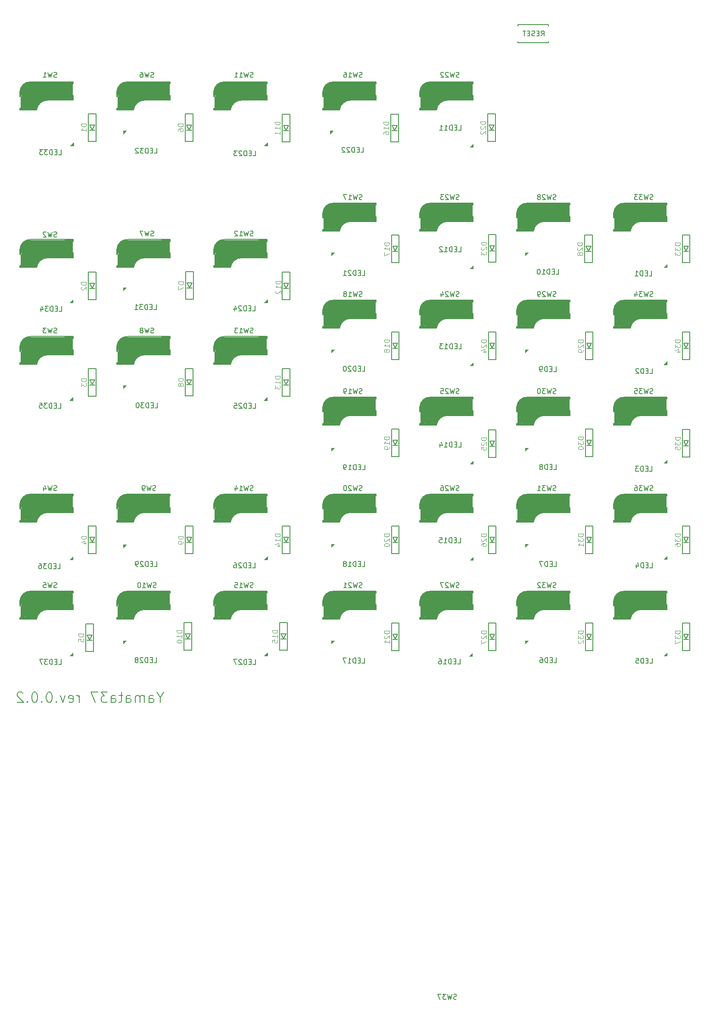
<source format=gbr>
G04 #@! TF.GenerationSoftware,KiCad,Pcbnew,7.0.6*
G04 #@! TF.CreationDate,2023-08-25T23:20:31+09:00*
G04 #@! TF.ProjectId,yamata37,79616d61-7461-4333-972e-6b696361645f,rev?*
G04 #@! TF.SameCoordinates,Original*
G04 #@! TF.FileFunction,Legend,Bot*
G04 #@! TF.FilePolarity,Positive*
%FSLAX46Y46*%
G04 Gerber Fmt 4.6, Leading zero omitted, Abs format (unit mm)*
G04 Created by KiCad (PCBNEW 7.0.6) date 2023-08-25 23:20:31*
%MOMM*%
%LPD*%
G01*
G04 APERTURE LIST*
%ADD10C,0.150000*%
%ADD11C,0.125000*%
%ADD12C,0.100000*%
%ADD13C,0.300000*%
%ADD14C,0.500000*%
%ADD15C,0.800000*%
%ADD16C,3.000000*%
%ADD17C,3.500000*%
%ADD18C,1.000000*%
%ADD19C,0.400000*%
G04 APERTURE END LIST*
D10*
X55003595Y-147623307D02*
X55003595Y-148575688D01*
X55670261Y-146575688D02*
X55003595Y-147623307D01*
X55003595Y-147623307D02*
X54336928Y-146575688D01*
X52813118Y-148575688D02*
X52813118Y-147528069D01*
X52813118Y-147528069D02*
X52908356Y-147337592D01*
X52908356Y-147337592D02*
X53098832Y-147242354D01*
X53098832Y-147242354D02*
X53479785Y-147242354D01*
X53479785Y-147242354D02*
X53670261Y-147337592D01*
X52813118Y-148480450D02*
X53003594Y-148575688D01*
X53003594Y-148575688D02*
X53479785Y-148575688D01*
X53479785Y-148575688D02*
X53670261Y-148480450D01*
X53670261Y-148480450D02*
X53765499Y-148289973D01*
X53765499Y-148289973D02*
X53765499Y-148099497D01*
X53765499Y-148099497D02*
X53670261Y-147909021D01*
X53670261Y-147909021D02*
X53479785Y-147813783D01*
X53479785Y-147813783D02*
X53003594Y-147813783D01*
X53003594Y-147813783D02*
X52813118Y-147718545D01*
X51860737Y-148575688D02*
X51860737Y-147242354D01*
X51860737Y-147432830D02*
X51765499Y-147337592D01*
X51765499Y-147337592D02*
X51575023Y-147242354D01*
X51575023Y-147242354D02*
X51289308Y-147242354D01*
X51289308Y-147242354D02*
X51098832Y-147337592D01*
X51098832Y-147337592D02*
X51003594Y-147528069D01*
X51003594Y-147528069D02*
X51003594Y-148575688D01*
X51003594Y-147528069D02*
X50908356Y-147337592D01*
X50908356Y-147337592D02*
X50717880Y-147242354D01*
X50717880Y-147242354D02*
X50432166Y-147242354D01*
X50432166Y-147242354D02*
X50241689Y-147337592D01*
X50241689Y-147337592D02*
X50146451Y-147528069D01*
X50146451Y-147528069D02*
X50146451Y-148575688D01*
X48336927Y-148575688D02*
X48336927Y-147528069D01*
X48336927Y-147528069D02*
X48432165Y-147337592D01*
X48432165Y-147337592D02*
X48622641Y-147242354D01*
X48622641Y-147242354D02*
X49003594Y-147242354D01*
X49003594Y-147242354D02*
X49194070Y-147337592D01*
X48336927Y-148480450D02*
X48527403Y-148575688D01*
X48527403Y-148575688D02*
X49003594Y-148575688D01*
X49003594Y-148575688D02*
X49194070Y-148480450D01*
X49194070Y-148480450D02*
X49289308Y-148289973D01*
X49289308Y-148289973D02*
X49289308Y-148099497D01*
X49289308Y-148099497D02*
X49194070Y-147909021D01*
X49194070Y-147909021D02*
X49003594Y-147813783D01*
X49003594Y-147813783D02*
X48527403Y-147813783D01*
X48527403Y-147813783D02*
X48336927Y-147718545D01*
X47670260Y-147242354D02*
X46908356Y-147242354D01*
X47384546Y-146575688D02*
X47384546Y-148289973D01*
X47384546Y-148289973D02*
X47289308Y-148480450D01*
X47289308Y-148480450D02*
X47098832Y-148575688D01*
X47098832Y-148575688D02*
X46908356Y-148575688D01*
X45384546Y-148575688D02*
X45384546Y-147528069D01*
X45384546Y-147528069D02*
X45479784Y-147337592D01*
X45479784Y-147337592D02*
X45670260Y-147242354D01*
X45670260Y-147242354D02*
X46051213Y-147242354D01*
X46051213Y-147242354D02*
X46241689Y-147337592D01*
X45384546Y-148480450D02*
X45575022Y-148575688D01*
X45575022Y-148575688D02*
X46051213Y-148575688D01*
X46051213Y-148575688D02*
X46241689Y-148480450D01*
X46241689Y-148480450D02*
X46336927Y-148289973D01*
X46336927Y-148289973D02*
X46336927Y-148099497D01*
X46336927Y-148099497D02*
X46241689Y-147909021D01*
X46241689Y-147909021D02*
X46051213Y-147813783D01*
X46051213Y-147813783D02*
X45575022Y-147813783D01*
X45575022Y-147813783D02*
X45384546Y-147718545D01*
X44622641Y-146575688D02*
X43384546Y-146575688D01*
X43384546Y-146575688D02*
X44051213Y-147337592D01*
X44051213Y-147337592D02*
X43765498Y-147337592D01*
X43765498Y-147337592D02*
X43575022Y-147432830D01*
X43575022Y-147432830D02*
X43479784Y-147528069D01*
X43479784Y-147528069D02*
X43384546Y-147718545D01*
X43384546Y-147718545D02*
X43384546Y-148194735D01*
X43384546Y-148194735D02*
X43479784Y-148385211D01*
X43479784Y-148385211D02*
X43575022Y-148480450D01*
X43575022Y-148480450D02*
X43765498Y-148575688D01*
X43765498Y-148575688D02*
X44336927Y-148575688D01*
X44336927Y-148575688D02*
X44527403Y-148480450D01*
X44527403Y-148480450D02*
X44622641Y-148385211D01*
X42717879Y-146575688D02*
X41384546Y-146575688D01*
X41384546Y-146575688D02*
X42241689Y-148575688D01*
X39098831Y-148575688D02*
X39098831Y-147242354D01*
X39098831Y-147623307D02*
X39003593Y-147432830D01*
X39003593Y-147432830D02*
X38908355Y-147337592D01*
X38908355Y-147337592D02*
X38717879Y-147242354D01*
X38717879Y-147242354D02*
X38527402Y-147242354D01*
X37098831Y-148480450D02*
X37289307Y-148575688D01*
X37289307Y-148575688D02*
X37670260Y-148575688D01*
X37670260Y-148575688D02*
X37860736Y-148480450D01*
X37860736Y-148480450D02*
X37955974Y-148289973D01*
X37955974Y-148289973D02*
X37955974Y-147528069D01*
X37955974Y-147528069D02*
X37860736Y-147337592D01*
X37860736Y-147337592D02*
X37670260Y-147242354D01*
X37670260Y-147242354D02*
X37289307Y-147242354D01*
X37289307Y-147242354D02*
X37098831Y-147337592D01*
X37098831Y-147337592D02*
X37003593Y-147528069D01*
X37003593Y-147528069D02*
X37003593Y-147718545D01*
X37003593Y-147718545D02*
X37955974Y-147909021D01*
X36336926Y-147242354D02*
X35860736Y-148575688D01*
X35860736Y-148575688D02*
X35384545Y-147242354D01*
X34622640Y-148385211D02*
X34527402Y-148480450D01*
X34527402Y-148480450D02*
X34622640Y-148575688D01*
X34622640Y-148575688D02*
X34717878Y-148480450D01*
X34717878Y-148480450D02*
X34622640Y-148385211D01*
X34622640Y-148385211D02*
X34622640Y-148575688D01*
X33289307Y-146575688D02*
X33098830Y-146575688D01*
X33098830Y-146575688D02*
X32908354Y-146670926D01*
X32908354Y-146670926D02*
X32813116Y-146766164D01*
X32813116Y-146766164D02*
X32717878Y-146956640D01*
X32717878Y-146956640D02*
X32622640Y-147337592D01*
X32622640Y-147337592D02*
X32622640Y-147813783D01*
X32622640Y-147813783D02*
X32717878Y-148194735D01*
X32717878Y-148194735D02*
X32813116Y-148385211D01*
X32813116Y-148385211D02*
X32908354Y-148480450D01*
X32908354Y-148480450D02*
X33098830Y-148575688D01*
X33098830Y-148575688D02*
X33289307Y-148575688D01*
X33289307Y-148575688D02*
X33479783Y-148480450D01*
X33479783Y-148480450D02*
X33575021Y-148385211D01*
X33575021Y-148385211D02*
X33670259Y-148194735D01*
X33670259Y-148194735D02*
X33765497Y-147813783D01*
X33765497Y-147813783D02*
X33765497Y-147337592D01*
X33765497Y-147337592D02*
X33670259Y-146956640D01*
X33670259Y-146956640D02*
X33575021Y-146766164D01*
X33575021Y-146766164D02*
X33479783Y-146670926D01*
X33479783Y-146670926D02*
X33289307Y-146575688D01*
X31765497Y-148385211D02*
X31670259Y-148480450D01*
X31670259Y-148480450D02*
X31765497Y-148575688D01*
X31765497Y-148575688D02*
X31860735Y-148480450D01*
X31860735Y-148480450D02*
X31765497Y-148385211D01*
X31765497Y-148385211D02*
X31765497Y-148575688D01*
X30432164Y-146575688D02*
X30241687Y-146575688D01*
X30241687Y-146575688D02*
X30051211Y-146670926D01*
X30051211Y-146670926D02*
X29955973Y-146766164D01*
X29955973Y-146766164D02*
X29860735Y-146956640D01*
X29860735Y-146956640D02*
X29765497Y-147337592D01*
X29765497Y-147337592D02*
X29765497Y-147813783D01*
X29765497Y-147813783D02*
X29860735Y-148194735D01*
X29860735Y-148194735D02*
X29955973Y-148385211D01*
X29955973Y-148385211D02*
X30051211Y-148480450D01*
X30051211Y-148480450D02*
X30241687Y-148575688D01*
X30241687Y-148575688D02*
X30432164Y-148575688D01*
X30432164Y-148575688D02*
X30622640Y-148480450D01*
X30622640Y-148480450D02*
X30717878Y-148385211D01*
X30717878Y-148385211D02*
X30813116Y-148194735D01*
X30813116Y-148194735D02*
X30908354Y-147813783D01*
X30908354Y-147813783D02*
X30908354Y-147337592D01*
X30908354Y-147337592D02*
X30813116Y-146956640D01*
X30813116Y-146956640D02*
X30717878Y-146766164D01*
X30717878Y-146766164D02*
X30622640Y-146670926D01*
X30622640Y-146670926D02*
X30432164Y-146575688D01*
X28908354Y-148385211D02*
X28813116Y-148480450D01*
X28813116Y-148480450D02*
X28908354Y-148575688D01*
X28908354Y-148575688D02*
X29003592Y-148480450D01*
X29003592Y-148480450D02*
X28908354Y-148385211D01*
X28908354Y-148385211D02*
X28908354Y-148575688D01*
X28051211Y-146766164D02*
X27955973Y-146670926D01*
X27955973Y-146670926D02*
X27765497Y-146575688D01*
X27765497Y-146575688D02*
X27289306Y-146575688D01*
X27289306Y-146575688D02*
X27098830Y-146670926D01*
X27098830Y-146670926D02*
X27003592Y-146766164D01*
X27003592Y-146766164D02*
X26908354Y-146956640D01*
X26908354Y-146956640D02*
X26908354Y-147147116D01*
X26908354Y-147147116D02*
X27003592Y-147432830D01*
X27003592Y-147432830D02*
X28146449Y-148575688D01*
X28146449Y-148575688D02*
X26908354Y-148575688D01*
X53859238Y-40752819D02*
X54335428Y-40752819D01*
X54335428Y-40752819D02*
X54335428Y-39752819D01*
X53525904Y-40229009D02*
X53192571Y-40229009D01*
X53049714Y-40752819D02*
X53525904Y-40752819D01*
X53525904Y-40752819D02*
X53525904Y-39752819D01*
X53525904Y-39752819D02*
X53049714Y-39752819D01*
X52621142Y-40752819D02*
X52621142Y-39752819D01*
X52621142Y-39752819D02*
X52383047Y-39752819D01*
X52383047Y-39752819D02*
X52240190Y-39800438D01*
X52240190Y-39800438D02*
X52144952Y-39895676D01*
X52144952Y-39895676D02*
X52097333Y-39990914D01*
X52097333Y-39990914D02*
X52049714Y-40181390D01*
X52049714Y-40181390D02*
X52049714Y-40324247D01*
X52049714Y-40324247D02*
X52097333Y-40514723D01*
X52097333Y-40514723D02*
X52144952Y-40609961D01*
X52144952Y-40609961D02*
X52240190Y-40705200D01*
X52240190Y-40705200D02*
X52383047Y-40752819D01*
X52383047Y-40752819D02*
X52621142Y-40752819D01*
X51716380Y-39752819D02*
X51097333Y-39752819D01*
X51097333Y-39752819D02*
X51430666Y-40133771D01*
X51430666Y-40133771D02*
X51287809Y-40133771D01*
X51287809Y-40133771D02*
X51192571Y-40181390D01*
X51192571Y-40181390D02*
X51144952Y-40229009D01*
X51144952Y-40229009D02*
X51097333Y-40324247D01*
X51097333Y-40324247D02*
X51097333Y-40562342D01*
X51097333Y-40562342D02*
X51144952Y-40657580D01*
X51144952Y-40657580D02*
X51192571Y-40705200D01*
X51192571Y-40705200D02*
X51287809Y-40752819D01*
X51287809Y-40752819D02*
X51573523Y-40752819D01*
X51573523Y-40752819D02*
X51668761Y-40705200D01*
X51668761Y-40705200D02*
X51716380Y-40657580D01*
X50716380Y-39848057D02*
X50668761Y-39800438D01*
X50668761Y-39800438D02*
X50573523Y-39752819D01*
X50573523Y-39752819D02*
X50335428Y-39752819D01*
X50335428Y-39752819D02*
X50240190Y-39800438D01*
X50240190Y-39800438D02*
X50192571Y-39848057D01*
X50192571Y-39848057D02*
X50144952Y-39943295D01*
X50144952Y-39943295D02*
X50144952Y-40038533D01*
X50144952Y-40038533D02*
X50192571Y-40181390D01*
X50192571Y-40181390D02*
X50763999Y-40752819D01*
X50763999Y-40752819D02*
X50144952Y-40752819D01*
X34670832Y-126018243D02*
X34527975Y-126065862D01*
X34527975Y-126065862D02*
X34289880Y-126065862D01*
X34289880Y-126065862D02*
X34194642Y-126018243D01*
X34194642Y-126018243D02*
X34147023Y-125970623D01*
X34147023Y-125970623D02*
X34099404Y-125875385D01*
X34099404Y-125875385D02*
X34099404Y-125780147D01*
X34099404Y-125780147D02*
X34147023Y-125684909D01*
X34147023Y-125684909D02*
X34194642Y-125637290D01*
X34194642Y-125637290D02*
X34289880Y-125589671D01*
X34289880Y-125589671D02*
X34480356Y-125542052D01*
X34480356Y-125542052D02*
X34575594Y-125494433D01*
X34575594Y-125494433D02*
X34623213Y-125446814D01*
X34623213Y-125446814D02*
X34670832Y-125351576D01*
X34670832Y-125351576D02*
X34670832Y-125256338D01*
X34670832Y-125256338D02*
X34623213Y-125161100D01*
X34623213Y-125161100D02*
X34575594Y-125113481D01*
X34575594Y-125113481D02*
X34480356Y-125065862D01*
X34480356Y-125065862D02*
X34242261Y-125065862D01*
X34242261Y-125065862D02*
X34099404Y-125113481D01*
X33766070Y-125065862D02*
X33527975Y-126065862D01*
X33527975Y-126065862D02*
X33337499Y-125351576D01*
X33337499Y-125351576D02*
X33147023Y-126065862D01*
X33147023Y-126065862D02*
X32908928Y-125065862D01*
X32051785Y-125065862D02*
X32527975Y-125065862D01*
X32527975Y-125065862D02*
X32575594Y-125542052D01*
X32575594Y-125542052D02*
X32527975Y-125494433D01*
X32527975Y-125494433D02*
X32432737Y-125446814D01*
X32432737Y-125446814D02*
X32194642Y-125446814D01*
X32194642Y-125446814D02*
X32099404Y-125494433D01*
X32099404Y-125494433D02*
X32051785Y-125542052D01*
X32051785Y-125542052D02*
X32004166Y-125637290D01*
X32004166Y-125637290D02*
X32004166Y-125875385D01*
X32004166Y-125875385D02*
X32051785Y-125970623D01*
X32051785Y-125970623D02*
X32099404Y-126018243D01*
X32099404Y-126018243D02*
X32194642Y-126065862D01*
X32194642Y-126065862D02*
X32432737Y-126065862D01*
X32432737Y-126065862D02*
X32527975Y-126018243D01*
X32527975Y-126018243D02*
X32575594Y-125970623D01*
D11*
X59548045Y-84976038D02*
X58548045Y-84976038D01*
X58548045Y-84976038D02*
X58548045Y-85214133D01*
X58548045Y-85214133D02*
X58595664Y-85356990D01*
X58595664Y-85356990D02*
X58690902Y-85452228D01*
X58690902Y-85452228D02*
X58786140Y-85499847D01*
X58786140Y-85499847D02*
X58976616Y-85547466D01*
X58976616Y-85547466D02*
X59119473Y-85547466D01*
X59119473Y-85547466D02*
X59309949Y-85499847D01*
X59309949Y-85499847D02*
X59405187Y-85452228D01*
X59405187Y-85452228D02*
X59500426Y-85356990D01*
X59500426Y-85356990D02*
X59548045Y-85214133D01*
X59548045Y-85214133D02*
X59548045Y-84976038D01*
X58976616Y-86118895D02*
X58928997Y-86023657D01*
X58928997Y-86023657D02*
X58881378Y-85976038D01*
X58881378Y-85976038D02*
X58786140Y-85928419D01*
X58786140Y-85928419D02*
X58738521Y-85928419D01*
X58738521Y-85928419D02*
X58643283Y-85976038D01*
X58643283Y-85976038D02*
X58595664Y-86023657D01*
X58595664Y-86023657D02*
X58548045Y-86118895D01*
X58548045Y-86118895D02*
X58548045Y-86309371D01*
X58548045Y-86309371D02*
X58595664Y-86404609D01*
X58595664Y-86404609D02*
X58643283Y-86452228D01*
X58643283Y-86452228D02*
X58738521Y-86499847D01*
X58738521Y-86499847D02*
X58786140Y-86499847D01*
X58786140Y-86499847D02*
X58881378Y-86452228D01*
X58881378Y-86452228D02*
X58928997Y-86404609D01*
X58928997Y-86404609D02*
X58976616Y-86309371D01*
X58976616Y-86309371D02*
X58976616Y-86118895D01*
X58976616Y-86118895D02*
X59024235Y-86023657D01*
X59024235Y-86023657D02*
X59071854Y-85976038D01*
X59071854Y-85976038D02*
X59167092Y-85928419D01*
X59167092Y-85928419D02*
X59357568Y-85928419D01*
X59357568Y-85928419D02*
X59452806Y-85976038D01*
X59452806Y-85976038D02*
X59500426Y-86023657D01*
X59500426Y-86023657D02*
X59548045Y-86118895D01*
X59548045Y-86118895D02*
X59548045Y-86309371D01*
X59548045Y-86309371D02*
X59500426Y-86404609D01*
X59500426Y-86404609D02*
X59452806Y-86452228D01*
X59452806Y-86452228D02*
X59357568Y-86499847D01*
X59357568Y-86499847D02*
X59167092Y-86499847D01*
X59167092Y-86499847D02*
X59071854Y-86452228D01*
X59071854Y-86452228D02*
X59024235Y-86404609D01*
X59024235Y-86404609D02*
X58976616Y-86309371D01*
D10*
X53720832Y-25807200D02*
X53577975Y-25854819D01*
X53577975Y-25854819D02*
X53339880Y-25854819D01*
X53339880Y-25854819D02*
X53244642Y-25807200D01*
X53244642Y-25807200D02*
X53197023Y-25759580D01*
X53197023Y-25759580D02*
X53149404Y-25664342D01*
X53149404Y-25664342D02*
X53149404Y-25569104D01*
X53149404Y-25569104D02*
X53197023Y-25473866D01*
X53197023Y-25473866D02*
X53244642Y-25426247D01*
X53244642Y-25426247D02*
X53339880Y-25378628D01*
X53339880Y-25378628D02*
X53530356Y-25331009D01*
X53530356Y-25331009D02*
X53625594Y-25283390D01*
X53625594Y-25283390D02*
X53673213Y-25235771D01*
X53673213Y-25235771D02*
X53720832Y-25140533D01*
X53720832Y-25140533D02*
X53720832Y-25045295D01*
X53720832Y-25045295D02*
X53673213Y-24950057D01*
X53673213Y-24950057D02*
X53625594Y-24902438D01*
X53625594Y-24902438D02*
X53530356Y-24854819D01*
X53530356Y-24854819D02*
X53292261Y-24854819D01*
X53292261Y-24854819D02*
X53149404Y-24902438D01*
X52816070Y-24854819D02*
X52577975Y-25854819D01*
X52577975Y-25854819D02*
X52387499Y-25140533D01*
X52387499Y-25140533D02*
X52197023Y-25854819D01*
X52197023Y-25854819D02*
X51958928Y-24854819D01*
X51149404Y-24854819D02*
X51339880Y-24854819D01*
X51339880Y-24854819D02*
X51435118Y-24902438D01*
X51435118Y-24902438D02*
X51482737Y-24950057D01*
X51482737Y-24950057D02*
X51577975Y-25092914D01*
X51577975Y-25092914D02*
X51625594Y-25283390D01*
X51625594Y-25283390D02*
X51625594Y-25664342D01*
X51625594Y-25664342D02*
X51577975Y-25759580D01*
X51577975Y-25759580D02*
X51530356Y-25807200D01*
X51530356Y-25807200D02*
X51435118Y-25854819D01*
X51435118Y-25854819D02*
X51244642Y-25854819D01*
X51244642Y-25854819D02*
X51149404Y-25807200D01*
X51149404Y-25807200D02*
X51101785Y-25759580D01*
X51101785Y-25759580D02*
X51054166Y-25664342D01*
X51054166Y-25664342D02*
X51054166Y-25426247D01*
X51054166Y-25426247D02*
X51101785Y-25331009D01*
X51101785Y-25331009D02*
X51149404Y-25283390D01*
X51149404Y-25283390D02*
X51244642Y-25235771D01*
X51244642Y-25235771D02*
X51435118Y-25235771D01*
X51435118Y-25235771D02*
X51530356Y-25283390D01*
X51530356Y-25283390D02*
X51577975Y-25331009D01*
X51577975Y-25331009D02*
X51625594Y-25426247D01*
X113617739Y-98452983D02*
X114093929Y-98452983D01*
X114093929Y-98452983D02*
X114093929Y-97452983D01*
X113284405Y-97929173D02*
X112951072Y-97929173D01*
X112808215Y-98452983D02*
X113284405Y-98452983D01*
X113284405Y-98452983D02*
X113284405Y-97452983D01*
X113284405Y-97452983D02*
X112808215Y-97452983D01*
X112379643Y-98452983D02*
X112379643Y-97452983D01*
X112379643Y-97452983D02*
X112141548Y-97452983D01*
X112141548Y-97452983D02*
X111998691Y-97500602D01*
X111998691Y-97500602D02*
X111903453Y-97595840D01*
X111903453Y-97595840D02*
X111855834Y-97691078D01*
X111855834Y-97691078D02*
X111808215Y-97881554D01*
X111808215Y-97881554D02*
X111808215Y-98024411D01*
X111808215Y-98024411D02*
X111855834Y-98214887D01*
X111855834Y-98214887D02*
X111903453Y-98310125D01*
X111903453Y-98310125D02*
X111998691Y-98405364D01*
X111998691Y-98405364D02*
X112141548Y-98452983D01*
X112141548Y-98452983D02*
X112379643Y-98452983D01*
X110855834Y-98452983D02*
X111427262Y-98452983D01*
X111141548Y-98452983D02*
X111141548Y-97452983D01*
X111141548Y-97452983D02*
X111236786Y-97595840D01*
X111236786Y-97595840D02*
X111332024Y-97691078D01*
X111332024Y-97691078D02*
X111427262Y-97738697D01*
X109998691Y-97786316D02*
X109998691Y-98452983D01*
X110236786Y-97405364D02*
X110474881Y-98119649D01*
X110474881Y-98119649D02*
X109855834Y-98119649D01*
X132387232Y-140792630D02*
X132863422Y-140792630D01*
X132863422Y-140792630D02*
X132863422Y-139792630D01*
X132053898Y-140268820D02*
X131720565Y-140268820D01*
X131577708Y-140792630D02*
X132053898Y-140792630D01*
X132053898Y-140792630D02*
X132053898Y-139792630D01*
X132053898Y-139792630D02*
X131577708Y-139792630D01*
X131149136Y-140792630D02*
X131149136Y-139792630D01*
X131149136Y-139792630D02*
X130911041Y-139792630D01*
X130911041Y-139792630D02*
X130768184Y-139840249D01*
X130768184Y-139840249D02*
X130672946Y-139935487D01*
X130672946Y-139935487D02*
X130625327Y-140030725D01*
X130625327Y-140030725D02*
X130577708Y-140221201D01*
X130577708Y-140221201D02*
X130577708Y-140364058D01*
X130577708Y-140364058D02*
X130625327Y-140554534D01*
X130625327Y-140554534D02*
X130672946Y-140649772D01*
X130672946Y-140649772D02*
X130768184Y-140745011D01*
X130768184Y-140745011D02*
X130911041Y-140792630D01*
X130911041Y-140792630D02*
X131149136Y-140792630D01*
X129720565Y-139792630D02*
X129911041Y-139792630D01*
X129911041Y-139792630D02*
X130006279Y-139840249D01*
X130006279Y-139840249D02*
X130053898Y-139887868D01*
X130053898Y-139887868D02*
X130149136Y-140030725D01*
X130149136Y-140030725D02*
X130196755Y-140221201D01*
X130196755Y-140221201D02*
X130196755Y-140602153D01*
X130196755Y-140602153D02*
X130149136Y-140697391D01*
X130149136Y-140697391D02*
X130101517Y-140745011D01*
X130101517Y-140745011D02*
X130006279Y-140792630D01*
X130006279Y-140792630D02*
X129815803Y-140792630D01*
X129815803Y-140792630D02*
X129720565Y-140745011D01*
X129720565Y-140745011D02*
X129672946Y-140697391D01*
X129672946Y-140697391D02*
X129625327Y-140602153D01*
X129625327Y-140602153D02*
X129625327Y-140364058D01*
X129625327Y-140364058D02*
X129672946Y-140268820D01*
X129672946Y-140268820D02*
X129720565Y-140221201D01*
X129720565Y-140221201D02*
X129815803Y-140173582D01*
X129815803Y-140173582D02*
X130006279Y-140173582D01*
X130006279Y-140173582D02*
X130101517Y-140221201D01*
X130101517Y-140221201D02*
X130149136Y-140268820D01*
X130149136Y-140268820D02*
X130196755Y-140364058D01*
X35045238Y-41024819D02*
X35521428Y-41024819D01*
X35521428Y-41024819D02*
X35521428Y-40024819D01*
X34711904Y-40501009D02*
X34378571Y-40501009D01*
X34235714Y-41024819D02*
X34711904Y-41024819D01*
X34711904Y-41024819D02*
X34711904Y-40024819D01*
X34711904Y-40024819D02*
X34235714Y-40024819D01*
X33807142Y-41024819D02*
X33807142Y-40024819D01*
X33807142Y-40024819D02*
X33569047Y-40024819D01*
X33569047Y-40024819D02*
X33426190Y-40072438D01*
X33426190Y-40072438D02*
X33330952Y-40167676D01*
X33330952Y-40167676D02*
X33283333Y-40262914D01*
X33283333Y-40262914D02*
X33235714Y-40453390D01*
X33235714Y-40453390D02*
X33235714Y-40596247D01*
X33235714Y-40596247D02*
X33283333Y-40786723D01*
X33283333Y-40786723D02*
X33330952Y-40881961D01*
X33330952Y-40881961D02*
X33426190Y-40977200D01*
X33426190Y-40977200D02*
X33569047Y-41024819D01*
X33569047Y-41024819D02*
X33807142Y-41024819D01*
X32902380Y-40024819D02*
X32283333Y-40024819D01*
X32283333Y-40024819D02*
X32616666Y-40405771D01*
X32616666Y-40405771D02*
X32473809Y-40405771D01*
X32473809Y-40405771D02*
X32378571Y-40453390D01*
X32378571Y-40453390D02*
X32330952Y-40501009D01*
X32330952Y-40501009D02*
X32283333Y-40596247D01*
X32283333Y-40596247D02*
X32283333Y-40834342D01*
X32283333Y-40834342D02*
X32330952Y-40929580D01*
X32330952Y-40929580D02*
X32378571Y-40977200D01*
X32378571Y-40977200D02*
X32473809Y-41024819D01*
X32473809Y-41024819D02*
X32759523Y-41024819D01*
X32759523Y-41024819D02*
X32854761Y-40977200D01*
X32854761Y-40977200D02*
X32902380Y-40929580D01*
X31949999Y-40024819D02*
X31330952Y-40024819D01*
X31330952Y-40024819D02*
X31664285Y-40405771D01*
X31664285Y-40405771D02*
X31521428Y-40405771D01*
X31521428Y-40405771D02*
X31426190Y-40453390D01*
X31426190Y-40453390D02*
X31378571Y-40501009D01*
X31378571Y-40501009D02*
X31330952Y-40596247D01*
X31330952Y-40596247D02*
X31330952Y-40834342D01*
X31330952Y-40834342D02*
X31378571Y-40929580D01*
X31378571Y-40929580D02*
X31426190Y-40977200D01*
X31426190Y-40977200D02*
X31521428Y-41024819D01*
X31521428Y-41024819D02*
X31807142Y-41024819D01*
X31807142Y-41024819D02*
X31902380Y-40977200D01*
X31902380Y-40977200D02*
X31949999Y-40929580D01*
X94678273Y-87918211D02*
X94535416Y-87965830D01*
X94535416Y-87965830D02*
X94297321Y-87965830D01*
X94297321Y-87965830D02*
X94202083Y-87918211D01*
X94202083Y-87918211D02*
X94154464Y-87870591D01*
X94154464Y-87870591D02*
X94106845Y-87775353D01*
X94106845Y-87775353D02*
X94106845Y-87680115D01*
X94106845Y-87680115D02*
X94154464Y-87584877D01*
X94154464Y-87584877D02*
X94202083Y-87537258D01*
X94202083Y-87537258D02*
X94297321Y-87489639D01*
X94297321Y-87489639D02*
X94487797Y-87442020D01*
X94487797Y-87442020D02*
X94583035Y-87394401D01*
X94583035Y-87394401D02*
X94630654Y-87346782D01*
X94630654Y-87346782D02*
X94678273Y-87251544D01*
X94678273Y-87251544D02*
X94678273Y-87156306D01*
X94678273Y-87156306D02*
X94630654Y-87061068D01*
X94630654Y-87061068D02*
X94583035Y-87013449D01*
X94583035Y-87013449D02*
X94487797Y-86965830D01*
X94487797Y-86965830D02*
X94249702Y-86965830D01*
X94249702Y-86965830D02*
X94106845Y-87013449D01*
X93773511Y-86965830D02*
X93535416Y-87965830D01*
X93535416Y-87965830D02*
X93344940Y-87251544D01*
X93344940Y-87251544D02*
X93154464Y-87965830D01*
X93154464Y-87965830D02*
X92916369Y-86965830D01*
X92011607Y-87965830D02*
X92583035Y-87965830D01*
X92297321Y-87965830D02*
X92297321Y-86965830D01*
X92297321Y-86965830D02*
X92392559Y-87108687D01*
X92392559Y-87108687D02*
X92487797Y-87203925D01*
X92487797Y-87203925D02*
X92583035Y-87251544D01*
X91535416Y-87965830D02*
X91344940Y-87965830D01*
X91344940Y-87965830D02*
X91249702Y-87918211D01*
X91249702Y-87918211D02*
X91202083Y-87870591D01*
X91202083Y-87870591D02*
X91106845Y-87727734D01*
X91106845Y-87727734D02*
X91059226Y-87537258D01*
X91059226Y-87537258D02*
X91059226Y-87156306D01*
X91059226Y-87156306D02*
X91106845Y-87061068D01*
X91106845Y-87061068D02*
X91154464Y-87013449D01*
X91154464Y-87013449D02*
X91249702Y-86965830D01*
X91249702Y-86965830D02*
X91440178Y-86965830D01*
X91440178Y-86965830D02*
X91535416Y-87013449D01*
X91535416Y-87013449D02*
X91583035Y-87061068D01*
X91583035Y-87061068D02*
X91630654Y-87156306D01*
X91630654Y-87156306D02*
X91630654Y-87394401D01*
X91630654Y-87394401D02*
X91583035Y-87489639D01*
X91583035Y-87489639D02*
X91535416Y-87537258D01*
X91535416Y-87537258D02*
X91440178Y-87584877D01*
X91440178Y-87584877D02*
X91249702Y-87584877D01*
X91249702Y-87584877D02*
X91154464Y-87537258D01*
X91154464Y-87537258D02*
X91106845Y-87489639D01*
X91106845Y-87489639D02*
X91059226Y-87394401D01*
X35145238Y-71794819D02*
X35621428Y-71794819D01*
X35621428Y-71794819D02*
X35621428Y-70794819D01*
X34811904Y-71271009D02*
X34478571Y-71271009D01*
X34335714Y-71794819D02*
X34811904Y-71794819D01*
X34811904Y-71794819D02*
X34811904Y-70794819D01*
X34811904Y-70794819D02*
X34335714Y-70794819D01*
X33907142Y-71794819D02*
X33907142Y-70794819D01*
X33907142Y-70794819D02*
X33669047Y-70794819D01*
X33669047Y-70794819D02*
X33526190Y-70842438D01*
X33526190Y-70842438D02*
X33430952Y-70937676D01*
X33430952Y-70937676D02*
X33383333Y-71032914D01*
X33383333Y-71032914D02*
X33335714Y-71223390D01*
X33335714Y-71223390D02*
X33335714Y-71366247D01*
X33335714Y-71366247D02*
X33383333Y-71556723D01*
X33383333Y-71556723D02*
X33430952Y-71651961D01*
X33430952Y-71651961D02*
X33526190Y-71747200D01*
X33526190Y-71747200D02*
X33669047Y-71794819D01*
X33669047Y-71794819D02*
X33907142Y-71794819D01*
X33002380Y-70794819D02*
X32383333Y-70794819D01*
X32383333Y-70794819D02*
X32716666Y-71175771D01*
X32716666Y-71175771D02*
X32573809Y-71175771D01*
X32573809Y-71175771D02*
X32478571Y-71223390D01*
X32478571Y-71223390D02*
X32430952Y-71271009D01*
X32430952Y-71271009D02*
X32383333Y-71366247D01*
X32383333Y-71366247D02*
X32383333Y-71604342D01*
X32383333Y-71604342D02*
X32430952Y-71699580D01*
X32430952Y-71699580D02*
X32478571Y-71747200D01*
X32478571Y-71747200D02*
X32573809Y-71794819D01*
X32573809Y-71794819D02*
X32859523Y-71794819D01*
X32859523Y-71794819D02*
X32954761Y-71747200D01*
X32954761Y-71747200D02*
X33002380Y-71699580D01*
X31526190Y-71128152D02*
X31526190Y-71794819D01*
X31764285Y-70747200D02*
X32002380Y-71461485D01*
X32002380Y-71461485D02*
X31383333Y-71461485D01*
D11*
X59548045Y-115954192D02*
X58548045Y-115954192D01*
X58548045Y-115954192D02*
X58548045Y-116192287D01*
X58548045Y-116192287D02*
X58595664Y-116335144D01*
X58595664Y-116335144D02*
X58690902Y-116430382D01*
X58690902Y-116430382D02*
X58786140Y-116478001D01*
X58786140Y-116478001D02*
X58976616Y-116525620D01*
X58976616Y-116525620D02*
X59119473Y-116525620D01*
X59119473Y-116525620D02*
X59309949Y-116478001D01*
X59309949Y-116478001D02*
X59405187Y-116430382D01*
X59405187Y-116430382D02*
X59500426Y-116335144D01*
X59500426Y-116335144D02*
X59548045Y-116192287D01*
X59548045Y-116192287D02*
X59548045Y-115954192D01*
X59548045Y-117001811D02*
X59548045Y-117192287D01*
X59548045Y-117192287D02*
X59500426Y-117287525D01*
X59500426Y-117287525D02*
X59452806Y-117335144D01*
X59452806Y-117335144D02*
X59309949Y-117430382D01*
X59309949Y-117430382D02*
X59119473Y-117478001D01*
X59119473Y-117478001D02*
X58738521Y-117478001D01*
X58738521Y-117478001D02*
X58643283Y-117430382D01*
X58643283Y-117430382D02*
X58595664Y-117382763D01*
X58595664Y-117382763D02*
X58548045Y-117287525D01*
X58548045Y-117287525D02*
X58548045Y-117097049D01*
X58548045Y-117097049D02*
X58595664Y-117001811D01*
X58595664Y-117001811D02*
X58643283Y-116954192D01*
X58643283Y-116954192D02*
X58738521Y-116906573D01*
X58738521Y-116906573D02*
X58976616Y-116906573D01*
X58976616Y-116906573D02*
X59071854Y-116954192D01*
X59071854Y-116954192D02*
X59119473Y-117001811D01*
X59119473Y-117001811D02*
X59167092Y-117097049D01*
X59167092Y-117097049D02*
X59167092Y-117287525D01*
X59167092Y-117287525D02*
X59119473Y-117382763D01*
X59119473Y-117382763D02*
X59071854Y-117430382D01*
X59071854Y-117430382D02*
X58976616Y-117478001D01*
D10*
X73247083Y-56961935D02*
X73104226Y-57009554D01*
X73104226Y-57009554D02*
X72866131Y-57009554D01*
X72866131Y-57009554D02*
X72770893Y-56961935D01*
X72770893Y-56961935D02*
X72723274Y-56914315D01*
X72723274Y-56914315D02*
X72675655Y-56819077D01*
X72675655Y-56819077D02*
X72675655Y-56723839D01*
X72675655Y-56723839D02*
X72723274Y-56628601D01*
X72723274Y-56628601D02*
X72770893Y-56580982D01*
X72770893Y-56580982D02*
X72866131Y-56533363D01*
X72866131Y-56533363D02*
X73056607Y-56485744D01*
X73056607Y-56485744D02*
X73151845Y-56438125D01*
X73151845Y-56438125D02*
X73199464Y-56390506D01*
X73199464Y-56390506D02*
X73247083Y-56295268D01*
X73247083Y-56295268D02*
X73247083Y-56200030D01*
X73247083Y-56200030D02*
X73199464Y-56104792D01*
X73199464Y-56104792D02*
X73151845Y-56057173D01*
X73151845Y-56057173D02*
X73056607Y-56009554D01*
X73056607Y-56009554D02*
X72818512Y-56009554D01*
X72818512Y-56009554D02*
X72675655Y-56057173D01*
X72342321Y-56009554D02*
X72104226Y-57009554D01*
X72104226Y-57009554D02*
X71913750Y-56295268D01*
X71913750Y-56295268D02*
X71723274Y-57009554D01*
X71723274Y-57009554D02*
X71485179Y-56009554D01*
X70580417Y-57009554D02*
X71151845Y-57009554D01*
X70866131Y-57009554D02*
X70866131Y-56009554D01*
X70866131Y-56009554D02*
X70961369Y-56152411D01*
X70961369Y-56152411D02*
X71056607Y-56247649D01*
X71056607Y-56247649D02*
X71151845Y-56295268D01*
X70199464Y-56104792D02*
X70151845Y-56057173D01*
X70151845Y-56057173D02*
X70056607Y-56009554D01*
X70056607Y-56009554D02*
X69818512Y-56009554D01*
X69818512Y-56009554D02*
X69723274Y-56057173D01*
X69723274Y-56057173D02*
X69675655Y-56104792D01*
X69675655Y-56104792D02*
X69628036Y-56200030D01*
X69628036Y-56200030D02*
X69628036Y-56295268D01*
X69628036Y-56295268D02*
X69675655Y-56438125D01*
X69675655Y-56438125D02*
X70247083Y-57009554D01*
X70247083Y-57009554D02*
X69628036Y-57009554D01*
X53799161Y-140764178D02*
X54275351Y-140764178D01*
X54275351Y-140764178D02*
X54275351Y-139764178D01*
X53465827Y-140240368D02*
X53132494Y-140240368D01*
X52989637Y-140764178D02*
X53465827Y-140764178D01*
X53465827Y-140764178D02*
X53465827Y-139764178D01*
X53465827Y-139764178D02*
X52989637Y-139764178D01*
X52561065Y-140764178D02*
X52561065Y-139764178D01*
X52561065Y-139764178D02*
X52322970Y-139764178D01*
X52322970Y-139764178D02*
X52180113Y-139811797D01*
X52180113Y-139811797D02*
X52084875Y-139907035D01*
X52084875Y-139907035D02*
X52037256Y-140002273D01*
X52037256Y-140002273D02*
X51989637Y-140192749D01*
X51989637Y-140192749D02*
X51989637Y-140335606D01*
X51989637Y-140335606D02*
X52037256Y-140526082D01*
X52037256Y-140526082D02*
X52084875Y-140621320D01*
X52084875Y-140621320D02*
X52180113Y-140716559D01*
X52180113Y-140716559D02*
X52322970Y-140764178D01*
X52322970Y-140764178D02*
X52561065Y-140764178D01*
X51608684Y-139859416D02*
X51561065Y-139811797D01*
X51561065Y-139811797D02*
X51465827Y-139764178D01*
X51465827Y-139764178D02*
X51227732Y-139764178D01*
X51227732Y-139764178D02*
X51132494Y-139811797D01*
X51132494Y-139811797D02*
X51084875Y-139859416D01*
X51084875Y-139859416D02*
X51037256Y-139954654D01*
X51037256Y-139954654D02*
X51037256Y-140049892D01*
X51037256Y-140049892D02*
X51084875Y-140192749D01*
X51084875Y-140192749D02*
X51656303Y-140764178D01*
X51656303Y-140764178D02*
X51037256Y-140764178D01*
X50465827Y-140192749D02*
X50561065Y-140145130D01*
X50561065Y-140145130D02*
X50608684Y-140097511D01*
X50608684Y-140097511D02*
X50656303Y-140002273D01*
X50656303Y-140002273D02*
X50656303Y-139954654D01*
X50656303Y-139954654D02*
X50608684Y-139859416D01*
X50608684Y-139859416D02*
X50561065Y-139811797D01*
X50561065Y-139811797D02*
X50465827Y-139764178D01*
X50465827Y-139764178D02*
X50275351Y-139764178D01*
X50275351Y-139764178D02*
X50180113Y-139811797D01*
X50180113Y-139811797D02*
X50132494Y-139859416D01*
X50132494Y-139859416D02*
X50084875Y-139954654D01*
X50084875Y-139954654D02*
X50084875Y-140002273D01*
X50084875Y-140002273D02*
X50132494Y-140097511D01*
X50132494Y-140097511D02*
X50180113Y-140145130D01*
X50180113Y-140145130D02*
X50275351Y-140192749D01*
X50275351Y-140192749D02*
X50465827Y-140192749D01*
X50465827Y-140192749D02*
X50561065Y-140240368D01*
X50561065Y-140240368D02*
X50608684Y-140287987D01*
X50608684Y-140287987D02*
X50656303Y-140383225D01*
X50656303Y-140383225D02*
X50656303Y-140573701D01*
X50656303Y-140573701D02*
X50608684Y-140668939D01*
X50608684Y-140668939D02*
X50561065Y-140716559D01*
X50561065Y-140716559D02*
X50465827Y-140764178D01*
X50465827Y-140764178D02*
X50275351Y-140764178D01*
X50275351Y-140764178D02*
X50180113Y-140716559D01*
X50180113Y-140716559D02*
X50132494Y-140668939D01*
X50132494Y-140668939D02*
X50084875Y-140573701D01*
X50084875Y-140573701D02*
X50084875Y-140383225D01*
X50084875Y-140383225D02*
X50132494Y-140287987D01*
X50132494Y-140287987D02*
X50180113Y-140240368D01*
X50180113Y-140240368D02*
X50275351Y-140192749D01*
X34670860Y-106968227D02*
X34528003Y-107015846D01*
X34528003Y-107015846D02*
X34289908Y-107015846D01*
X34289908Y-107015846D02*
X34194670Y-106968227D01*
X34194670Y-106968227D02*
X34147051Y-106920607D01*
X34147051Y-106920607D02*
X34099432Y-106825369D01*
X34099432Y-106825369D02*
X34099432Y-106730131D01*
X34099432Y-106730131D02*
X34147051Y-106634893D01*
X34147051Y-106634893D02*
X34194670Y-106587274D01*
X34194670Y-106587274D02*
X34289908Y-106539655D01*
X34289908Y-106539655D02*
X34480384Y-106492036D01*
X34480384Y-106492036D02*
X34575622Y-106444417D01*
X34575622Y-106444417D02*
X34623241Y-106396798D01*
X34623241Y-106396798D02*
X34670860Y-106301560D01*
X34670860Y-106301560D02*
X34670860Y-106206322D01*
X34670860Y-106206322D02*
X34623241Y-106111084D01*
X34623241Y-106111084D02*
X34575622Y-106063465D01*
X34575622Y-106063465D02*
X34480384Y-106015846D01*
X34480384Y-106015846D02*
X34242289Y-106015846D01*
X34242289Y-106015846D02*
X34099432Y-106063465D01*
X33766098Y-106015846D02*
X33528003Y-107015846D01*
X33528003Y-107015846D02*
X33337527Y-106301560D01*
X33337527Y-106301560D02*
X33147051Y-107015846D01*
X33147051Y-107015846D02*
X32908956Y-106015846D01*
X32099432Y-106349179D02*
X32099432Y-107015846D01*
X32337527Y-105968227D02*
X32575622Y-106682512D01*
X32575622Y-106682512D02*
X31956575Y-106682512D01*
X132778273Y-68868195D02*
X132635416Y-68915814D01*
X132635416Y-68915814D02*
X132397321Y-68915814D01*
X132397321Y-68915814D02*
X132302083Y-68868195D01*
X132302083Y-68868195D02*
X132254464Y-68820575D01*
X132254464Y-68820575D02*
X132206845Y-68725337D01*
X132206845Y-68725337D02*
X132206845Y-68630099D01*
X132206845Y-68630099D02*
X132254464Y-68534861D01*
X132254464Y-68534861D02*
X132302083Y-68487242D01*
X132302083Y-68487242D02*
X132397321Y-68439623D01*
X132397321Y-68439623D02*
X132587797Y-68392004D01*
X132587797Y-68392004D02*
X132683035Y-68344385D01*
X132683035Y-68344385D02*
X132730654Y-68296766D01*
X132730654Y-68296766D02*
X132778273Y-68201528D01*
X132778273Y-68201528D02*
X132778273Y-68106290D01*
X132778273Y-68106290D02*
X132730654Y-68011052D01*
X132730654Y-68011052D02*
X132683035Y-67963433D01*
X132683035Y-67963433D02*
X132587797Y-67915814D01*
X132587797Y-67915814D02*
X132349702Y-67915814D01*
X132349702Y-67915814D02*
X132206845Y-67963433D01*
X131873511Y-67915814D02*
X131635416Y-68915814D01*
X131635416Y-68915814D02*
X131444940Y-68201528D01*
X131444940Y-68201528D02*
X131254464Y-68915814D01*
X131254464Y-68915814D02*
X131016369Y-67915814D01*
X130683035Y-68011052D02*
X130635416Y-67963433D01*
X130635416Y-67963433D02*
X130540178Y-67915814D01*
X130540178Y-67915814D02*
X130302083Y-67915814D01*
X130302083Y-67915814D02*
X130206845Y-67963433D01*
X130206845Y-67963433D02*
X130159226Y-68011052D01*
X130159226Y-68011052D02*
X130111607Y-68106290D01*
X130111607Y-68106290D02*
X130111607Y-68201528D01*
X130111607Y-68201528D02*
X130159226Y-68344385D01*
X130159226Y-68344385D02*
X130730654Y-68915814D01*
X130730654Y-68915814D02*
X130111607Y-68915814D01*
X129635416Y-68915814D02*
X129444940Y-68915814D01*
X129444940Y-68915814D02*
X129349702Y-68868195D01*
X129349702Y-68868195D02*
X129302083Y-68820575D01*
X129302083Y-68820575D02*
X129206845Y-68677718D01*
X129206845Y-68677718D02*
X129159226Y-68487242D01*
X129159226Y-68487242D02*
X129159226Y-68106290D01*
X129159226Y-68106290D02*
X129206845Y-68011052D01*
X129206845Y-68011052D02*
X129254464Y-67963433D01*
X129254464Y-67963433D02*
X129349702Y-67915814D01*
X129349702Y-67915814D02*
X129540178Y-67915814D01*
X129540178Y-67915814D02*
X129635416Y-67963433D01*
X129635416Y-67963433D02*
X129683035Y-68011052D01*
X129683035Y-68011052D02*
X129730654Y-68106290D01*
X129730654Y-68106290D02*
X129730654Y-68344385D01*
X129730654Y-68344385D02*
X129683035Y-68439623D01*
X129683035Y-68439623D02*
X129635416Y-68487242D01*
X129635416Y-68487242D02*
X129540178Y-68534861D01*
X129540178Y-68534861D02*
X129349702Y-68534861D01*
X129349702Y-68534861D02*
X129254464Y-68487242D01*
X129254464Y-68487242D02*
X129206845Y-68439623D01*
X129206845Y-68439623D02*
X129159226Y-68344385D01*
D11*
X78074119Y-134421714D02*
X77074119Y-134421714D01*
X77074119Y-134421714D02*
X77074119Y-134659809D01*
X77074119Y-134659809D02*
X77121738Y-134802666D01*
X77121738Y-134802666D02*
X77216976Y-134897904D01*
X77216976Y-134897904D02*
X77312214Y-134945523D01*
X77312214Y-134945523D02*
X77502690Y-134993142D01*
X77502690Y-134993142D02*
X77645547Y-134993142D01*
X77645547Y-134993142D02*
X77836023Y-134945523D01*
X77836023Y-134945523D02*
X77931261Y-134897904D01*
X77931261Y-134897904D02*
X78026500Y-134802666D01*
X78026500Y-134802666D02*
X78074119Y-134659809D01*
X78074119Y-134659809D02*
X78074119Y-134421714D01*
X78074119Y-135945523D02*
X78074119Y-135374095D01*
X78074119Y-135659809D02*
X77074119Y-135659809D01*
X77074119Y-135659809D02*
X77216976Y-135564571D01*
X77216976Y-135564571D02*
X77312214Y-135469333D01*
X77312214Y-135469333D02*
X77359833Y-135374095D01*
X77074119Y-136850285D02*
X77074119Y-136374095D01*
X77074119Y-136374095D02*
X77550309Y-136326476D01*
X77550309Y-136326476D02*
X77502690Y-136374095D01*
X77502690Y-136374095D02*
X77455071Y-136469333D01*
X77455071Y-136469333D02*
X77455071Y-136707428D01*
X77455071Y-136707428D02*
X77502690Y-136802666D01*
X77502690Y-136802666D02*
X77550309Y-136850285D01*
X77550309Y-136850285D02*
X77645547Y-136897904D01*
X77645547Y-136897904D02*
X77883642Y-136897904D01*
X77883642Y-136897904D02*
X77978880Y-136850285D01*
X77978880Y-136850285D02*
X78026500Y-136802666D01*
X78026500Y-136802666D02*
X78074119Y-136707428D01*
X78074119Y-136707428D02*
X78074119Y-136469333D01*
X78074119Y-136469333D02*
X78026500Y-136374095D01*
X78026500Y-136374095D02*
X77978880Y-136326476D01*
D10*
X73247023Y-76011951D02*
X73104166Y-76059570D01*
X73104166Y-76059570D02*
X72866071Y-76059570D01*
X72866071Y-76059570D02*
X72770833Y-76011951D01*
X72770833Y-76011951D02*
X72723214Y-75964331D01*
X72723214Y-75964331D02*
X72675595Y-75869093D01*
X72675595Y-75869093D02*
X72675595Y-75773855D01*
X72675595Y-75773855D02*
X72723214Y-75678617D01*
X72723214Y-75678617D02*
X72770833Y-75630998D01*
X72770833Y-75630998D02*
X72866071Y-75583379D01*
X72866071Y-75583379D02*
X73056547Y-75535760D01*
X73056547Y-75535760D02*
X73151785Y-75488141D01*
X73151785Y-75488141D02*
X73199404Y-75440522D01*
X73199404Y-75440522D02*
X73247023Y-75345284D01*
X73247023Y-75345284D02*
X73247023Y-75250046D01*
X73247023Y-75250046D02*
X73199404Y-75154808D01*
X73199404Y-75154808D02*
X73151785Y-75107189D01*
X73151785Y-75107189D02*
X73056547Y-75059570D01*
X73056547Y-75059570D02*
X72818452Y-75059570D01*
X72818452Y-75059570D02*
X72675595Y-75107189D01*
X72342261Y-75059570D02*
X72104166Y-76059570D01*
X72104166Y-76059570D02*
X71913690Y-75345284D01*
X71913690Y-75345284D02*
X71723214Y-76059570D01*
X71723214Y-76059570D02*
X71485119Y-75059570D01*
X70580357Y-76059570D02*
X71151785Y-76059570D01*
X70866071Y-76059570D02*
X70866071Y-75059570D01*
X70866071Y-75059570D02*
X70961309Y-75202427D01*
X70961309Y-75202427D02*
X71056547Y-75297665D01*
X71056547Y-75297665D02*
X71151785Y-75345284D01*
X70247023Y-75059570D02*
X69627976Y-75059570D01*
X69627976Y-75059570D02*
X69961309Y-75440522D01*
X69961309Y-75440522D02*
X69818452Y-75440522D01*
X69818452Y-75440522D02*
X69723214Y-75488141D01*
X69723214Y-75488141D02*
X69675595Y-75535760D01*
X69675595Y-75535760D02*
X69627976Y-75630998D01*
X69627976Y-75630998D02*
X69627976Y-75869093D01*
X69627976Y-75869093D02*
X69675595Y-75964331D01*
X69675595Y-75964331D02*
X69723214Y-76011951D01*
X69723214Y-76011951D02*
X69818452Y-76059570D01*
X69818452Y-76059570D02*
X70104166Y-76059570D01*
X70104166Y-76059570D02*
X70199404Y-76011951D01*
X70199404Y-76011951D02*
X70247023Y-75964331D01*
D11*
X118956119Y-34505714D02*
X117956119Y-34505714D01*
X117956119Y-34505714D02*
X117956119Y-34743809D01*
X117956119Y-34743809D02*
X118003738Y-34886666D01*
X118003738Y-34886666D02*
X118098976Y-34981904D01*
X118098976Y-34981904D02*
X118194214Y-35029523D01*
X118194214Y-35029523D02*
X118384690Y-35077142D01*
X118384690Y-35077142D02*
X118527547Y-35077142D01*
X118527547Y-35077142D02*
X118718023Y-35029523D01*
X118718023Y-35029523D02*
X118813261Y-34981904D01*
X118813261Y-34981904D02*
X118908500Y-34886666D01*
X118908500Y-34886666D02*
X118956119Y-34743809D01*
X118956119Y-34743809D02*
X118956119Y-34505714D01*
X118051357Y-35458095D02*
X118003738Y-35505714D01*
X118003738Y-35505714D02*
X117956119Y-35600952D01*
X117956119Y-35600952D02*
X117956119Y-35839047D01*
X117956119Y-35839047D02*
X118003738Y-35934285D01*
X118003738Y-35934285D02*
X118051357Y-35981904D01*
X118051357Y-35981904D02*
X118146595Y-36029523D01*
X118146595Y-36029523D02*
X118241833Y-36029523D01*
X118241833Y-36029523D02*
X118384690Y-35981904D01*
X118384690Y-35981904D02*
X118956119Y-35410476D01*
X118956119Y-35410476D02*
X118956119Y-36029523D01*
X118051357Y-36410476D02*
X118003738Y-36458095D01*
X118003738Y-36458095D02*
X117956119Y-36553333D01*
X117956119Y-36553333D02*
X117956119Y-36791428D01*
X117956119Y-36791428D02*
X118003738Y-36886666D01*
X118003738Y-36886666D02*
X118051357Y-36934285D01*
X118051357Y-36934285D02*
X118146595Y-36981904D01*
X118146595Y-36981904D02*
X118241833Y-36981904D01*
X118241833Y-36981904D02*
X118384690Y-36934285D01*
X118384690Y-36934285D02*
X118956119Y-36362857D01*
X118956119Y-36362857D02*
X118956119Y-36981904D01*
D10*
X113728273Y-49818179D02*
X113585416Y-49865798D01*
X113585416Y-49865798D02*
X113347321Y-49865798D01*
X113347321Y-49865798D02*
X113252083Y-49818179D01*
X113252083Y-49818179D02*
X113204464Y-49770559D01*
X113204464Y-49770559D02*
X113156845Y-49675321D01*
X113156845Y-49675321D02*
X113156845Y-49580083D01*
X113156845Y-49580083D02*
X113204464Y-49484845D01*
X113204464Y-49484845D02*
X113252083Y-49437226D01*
X113252083Y-49437226D02*
X113347321Y-49389607D01*
X113347321Y-49389607D02*
X113537797Y-49341988D01*
X113537797Y-49341988D02*
X113633035Y-49294369D01*
X113633035Y-49294369D02*
X113680654Y-49246750D01*
X113680654Y-49246750D02*
X113728273Y-49151512D01*
X113728273Y-49151512D02*
X113728273Y-49056274D01*
X113728273Y-49056274D02*
X113680654Y-48961036D01*
X113680654Y-48961036D02*
X113633035Y-48913417D01*
X113633035Y-48913417D02*
X113537797Y-48865798D01*
X113537797Y-48865798D02*
X113299702Y-48865798D01*
X113299702Y-48865798D02*
X113156845Y-48913417D01*
X112823511Y-48865798D02*
X112585416Y-49865798D01*
X112585416Y-49865798D02*
X112394940Y-49151512D01*
X112394940Y-49151512D02*
X112204464Y-49865798D01*
X112204464Y-49865798D02*
X111966369Y-48865798D01*
X111633035Y-48961036D02*
X111585416Y-48913417D01*
X111585416Y-48913417D02*
X111490178Y-48865798D01*
X111490178Y-48865798D02*
X111252083Y-48865798D01*
X111252083Y-48865798D02*
X111156845Y-48913417D01*
X111156845Y-48913417D02*
X111109226Y-48961036D01*
X111109226Y-48961036D02*
X111061607Y-49056274D01*
X111061607Y-49056274D02*
X111061607Y-49151512D01*
X111061607Y-49151512D02*
X111109226Y-49294369D01*
X111109226Y-49294369D02*
X111680654Y-49865798D01*
X111680654Y-49865798D02*
X111061607Y-49865798D01*
X110728273Y-48865798D02*
X110109226Y-48865798D01*
X110109226Y-48865798D02*
X110442559Y-49246750D01*
X110442559Y-49246750D02*
X110299702Y-49246750D01*
X110299702Y-49246750D02*
X110204464Y-49294369D01*
X110204464Y-49294369D02*
X110156845Y-49341988D01*
X110156845Y-49341988D02*
X110109226Y-49437226D01*
X110109226Y-49437226D02*
X110109226Y-49675321D01*
X110109226Y-49675321D02*
X110156845Y-49770559D01*
X110156845Y-49770559D02*
X110204464Y-49818179D01*
X110204464Y-49818179D02*
X110299702Y-49865798D01*
X110299702Y-49865798D02*
X110585416Y-49865798D01*
X110585416Y-49865798D02*
X110680654Y-49818179D01*
X110680654Y-49818179D02*
X110728273Y-49770559D01*
D11*
X59278119Y-134421714D02*
X58278119Y-134421714D01*
X58278119Y-134421714D02*
X58278119Y-134659809D01*
X58278119Y-134659809D02*
X58325738Y-134802666D01*
X58325738Y-134802666D02*
X58420976Y-134897904D01*
X58420976Y-134897904D02*
X58516214Y-134945523D01*
X58516214Y-134945523D02*
X58706690Y-134993142D01*
X58706690Y-134993142D02*
X58849547Y-134993142D01*
X58849547Y-134993142D02*
X59040023Y-134945523D01*
X59040023Y-134945523D02*
X59135261Y-134897904D01*
X59135261Y-134897904D02*
X59230500Y-134802666D01*
X59230500Y-134802666D02*
X59278119Y-134659809D01*
X59278119Y-134659809D02*
X59278119Y-134421714D01*
X59278119Y-135945523D02*
X59278119Y-135374095D01*
X59278119Y-135659809D02*
X58278119Y-135659809D01*
X58278119Y-135659809D02*
X58420976Y-135564571D01*
X58420976Y-135564571D02*
X58516214Y-135469333D01*
X58516214Y-135469333D02*
X58563833Y-135374095D01*
X58278119Y-136564571D02*
X58278119Y-136659809D01*
X58278119Y-136659809D02*
X58325738Y-136755047D01*
X58325738Y-136755047D02*
X58373357Y-136802666D01*
X58373357Y-136802666D02*
X58468595Y-136850285D01*
X58468595Y-136850285D02*
X58659071Y-136897904D01*
X58659071Y-136897904D02*
X58897166Y-136897904D01*
X58897166Y-136897904D02*
X59087642Y-136850285D01*
X59087642Y-136850285D02*
X59182880Y-136802666D01*
X59182880Y-136802666D02*
X59230500Y-136755047D01*
X59230500Y-136755047D02*
X59278119Y-136659809D01*
X59278119Y-136659809D02*
X59278119Y-136564571D01*
X59278119Y-136564571D02*
X59230500Y-136469333D01*
X59230500Y-136469333D02*
X59182880Y-136421714D01*
X59182880Y-136421714D02*
X59087642Y-136374095D01*
X59087642Y-136374095D02*
X58897166Y-136326476D01*
X58897166Y-136326476D02*
X58659071Y-136326476D01*
X58659071Y-136326476D02*
X58468595Y-136374095D01*
X58468595Y-136374095D02*
X58373357Y-136421714D01*
X58373357Y-136421714D02*
X58325738Y-136469333D01*
X58325738Y-136469333D02*
X58278119Y-136564571D01*
D10*
X73215238Y-141154819D02*
X73691428Y-141154819D01*
X73691428Y-141154819D02*
X73691428Y-140154819D01*
X72881904Y-140631009D02*
X72548571Y-140631009D01*
X72405714Y-141154819D02*
X72881904Y-141154819D01*
X72881904Y-141154819D02*
X72881904Y-140154819D01*
X72881904Y-140154819D02*
X72405714Y-140154819D01*
X71977142Y-141154819D02*
X71977142Y-140154819D01*
X71977142Y-140154819D02*
X71739047Y-140154819D01*
X71739047Y-140154819D02*
X71596190Y-140202438D01*
X71596190Y-140202438D02*
X71500952Y-140297676D01*
X71500952Y-140297676D02*
X71453333Y-140392914D01*
X71453333Y-140392914D02*
X71405714Y-140583390D01*
X71405714Y-140583390D02*
X71405714Y-140726247D01*
X71405714Y-140726247D02*
X71453333Y-140916723D01*
X71453333Y-140916723D02*
X71500952Y-141011961D01*
X71500952Y-141011961D02*
X71596190Y-141107200D01*
X71596190Y-141107200D02*
X71739047Y-141154819D01*
X71739047Y-141154819D02*
X71977142Y-141154819D01*
X71024761Y-140250057D02*
X70977142Y-140202438D01*
X70977142Y-140202438D02*
X70881904Y-140154819D01*
X70881904Y-140154819D02*
X70643809Y-140154819D01*
X70643809Y-140154819D02*
X70548571Y-140202438D01*
X70548571Y-140202438D02*
X70500952Y-140250057D01*
X70500952Y-140250057D02*
X70453333Y-140345295D01*
X70453333Y-140345295D02*
X70453333Y-140440533D01*
X70453333Y-140440533D02*
X70500952Y-140583390D01*
X70500952Y-140583390D02*
X71072380Y-141154819D01*
X71072380Y-141154819D02*
X70453333Y-141154819D01*
X70119999Y-140154819D02*
X69453333Y-140154819D01*
X69453333Y-140154819D02*
X69881904Y-141154819D01*
X73247023Y-126018243D02*
X73104166Y-126065862D01*
X73104166Y-126065862D02*
X72866071Y-126065862D01*
X72866071Y-126065862D02*
X72770833Y-126018243D01*
X72770833Y-126018243D02*
X72723214Y-125970623D01*
X72723214Y-125970623D02*
X72675595Y-125875385D01*
X72675595Y-125875385D02*
X72675595Y-125780147D01*
X72675595Y-125780147D02*
X72723214Y-125684909D01*
X72723214Y-125684909D02*
X72770833Y-125637290D01*
X72770833Y-125637290D02*
X72866071Y-125589671D01*
X72866071Y-125589671D02*
X73056547Y-125542052D01*
X73056547Y-125542052D02*
X73151785Y-125494433D01*
X73151785Y-125494433D02*
X73199404Y-125446814D01*
X73199404Y-125446814D02*
X73247023Y-125351576D01*
X73247023Y-125351576D02*
X73247023Y-125256338D01*
X73247023Y-125256338D02*
X73199404Y-125161100D01*
X73199404Y-125161100D02*
X73151785Y-125113481D01*
X73151785Y-125113481D02*
X73056547Y-125065862D01*
X73056547Y-125065862D02*
X72818452Y-125065862D01*
X72818452Y-125065862D02*
X72675595Y-125113481D01*
X72342261Y-125065862D02*
X72104166Y-126065862D01*
X72104166Y-126065862D02*
X71913690Y-125351576D01*
X71913690Y-125351576D02*
X71723214Y-126065862D01*
X71723214Y-126065862D02*
X71485119Y-125065862D01*
X70580357Y-126065862D02*
X71151785Y-126065862D01*
X70866071Y-126065862D02*
X70866071Y-125065862D01*
X70866071Y-125065862D02*
X70961309Y-125208719D01*
X70961309Y-125208719D02*
X71056547Y-125303957D01*
X71056547Y-125303957D02*
X71151785Y-125351576D01*
X69675595Y-125065862D02*
X70151785Y-125065862D01*
X70151785Y-125065862D02*
X70199404Y-125542052D01*
X70199404Y-125542052D02*
X70151785Y-125494433D01*
X70151785Y-125494433D02*
X70056547Y-125446814D01*
X70056547Y-125446814D02*
X69818452Y-125446814D01*
X69818452Y-125446814D02*
X69723214Y-125494433D01*
X69723214Y-125494433D02*
X69675595Y-125542052D01*
X69675595Y-125542052D02*
X69627976Y-125637290D01*
X69627976Y-125637290D02*
X69627976Y-125875385D01*
X69627976Y-125875385D02*
X69675595Y-125970623D01*
X69675595Y-125970623D02*
X69723214Y-126018243D01*
X69723214Y-126018243D02*
X69818452Y-126065862D01*
X69818452Y-126065862D02*
X70056547Y-126065862D01*
X70056547Y-126065862D02*
X70151785Y-126018243D01*
X70151785Y-126018243D02*
X70199404Y-125970623D01*
D11*
X40498029Y-115954192D02*
X39498029Y-115954192D01*
X39498029Y-115954192D02*
X39498029Y-116192287D01*
X39498029Y-116192287D02*
X39545648Y-116335144D01*
X39545648Y-116335144D02*
X39640886Y-116430382D01*
X39640886Y-116430382D02*
X39736124Y-116478001D01*
X39736124Y-116478001D02*
X39926600Y-116525620D01*
X39926600Y-116525620D02*
X40069457Y-116525620D01*
X40069457Y-116525620D02*
X40259933Y-116478001D01*
X40259933Y-116478001D02*
X40355171Y-116430382D01*
X40355171Y-116430382D02*
X40450410Y-116335144D01*
X40450410Y-116335144D02*
X40498029Y-116192287D01*
X40498029Y-116192287D02*
X40498029Y-115954192D01*
X39831362Y-117382763D02*
X40498029Y-117382763D01*
X39450410Y-117144668D02*
X40164695Y-116906573D01*
X40164695Y-116906573D02*
X40164695Y-117525620D01*
D10*
X113449120Y-141046819D02*
X113925310Y-141046819D01*
X113925310Y-141046819D02*
X113925310Y-140046819D01*
X113115786Y-140523009D02*
X112782453Y-140523009D01*
X112639596Y-141046819D02*
X113115786Y-141046819D01*
X113115786Y-141046819D02*
X113115786Y-140046819D01*
X113115786Y-140046819D02*
X112639596Y-140046819D01*
X112211024Y-141046819D02*
X112211024Y-140046819D01*
X112211024Y-140046819D02*
X111972929Y-140046819D01*
X111972929Y-140046819D02*
X111830072Y-140094438D01*
X111830072Y-140094438D02*
X111734834Y-140189676D01*
X111734834Y-140189676D02*
X111687215Y-140284914D01*
X111687215Y-140284914D02*
X111639596Y-140475390D01*
X111639596Y-140475390D02*
X111639596Y-140618247D01*
X111639596Y-140618247D02*
X111687215Y-140808723D01*
X111687215Y-140808723D02*
X111734834Y-140903961D01*
X111734834Y-140903961D02*
X111830072Y-140999200D01*
X111830072Y-140999200D02*
X111972929Y-141046819D01*
X111972929Y-141046819D02*
X112211024Y-141046819D01*
X110687215Y-141046819D02*
X111258643Y-141046819D01*
X110972929Y-141046819D02*
X110972929Y-140046819D01*
X110972929Y-140046819D02*
X111068167Y-140189676D01*
X111068167Y-140189676D02*
X111163405Y-140284914D01*
X111163405Y-140284914D02*
X111258643Y-140332533D01*
X109830072Y-140046819D02*
X110020548Y-140046819D01*
X110020548Y-140046819D02*
X110115786Y-140094438D01*
X110115786Y-140094438D02*
X110163405Y-140142057D01*
X110163405Y-140142057D02*
X110258643Y-140284914D01*
X110258643Y-140284914D02*
X110306262Y-140475390D01*
X110306262Y-140475390D02*
X110306262Y-140856342D01*
X110306262Y-140856342D02*
X110258643Y-140951580D01*
X110258643Y-140951580D02*
X110211024Y-140999200D01*
X110211024Y-140999200D02*
X110115786Y-141046819D01*
X110115786Y-141046819D02*
X109925310Y-141046819D01*
X109925310Y-141046819D02*
X109830072Y-140999200D01*
X109830072Y-140999200D02*
X109782453Y-140951580D01*
X109782453Y-140951580D02*
X109734834Y-140856342D01*
X109734834Y-140856342D02*
X109734834Y-140618247D01*
X109734834Y-140618247D02*
X109782453Y-140523009D01*
X109782453Y-140523009D02*
X109830072Y-140475390D01*
X109830072Y-140475390D02*
X109925310Y-140427771D01*
X109925310Y-140427771D02*
X110115786Y-140427771D01*
X110115786Y-140427771D02*
X110211024Y-140475390D01*
X110211024Y-140475390D02*
X110258643Y-140523009D01*
X110258643Y-140523009D02*
X110306262Y-140618247D01*
D11*
X157179377Y-96499340D02*
X156179377Y-96499340D01*
X156179377Y-96499340D02*
X156179377Y-96737435D01*
X156179377Y-96737435D02*
X156226996Y-96880292D01*
X156226996Y-96880292D02*
X156322234Y-96975530D01*
X156322234Y-96975530D02*
X156417472Y-97023149D01*
X156417472Y-97023149D02*
X156607948Y-97070768D01*
X156607948Y-97070768D02*
X156750805Y-97070768D01*
X156750805Y-97070768D02*
X156941281Y-97023149D01*
X156941281Y-97023149D02*
X157036519Y-96975530D01*
X157036519Y-96975530D02*
X157131758Y-96880292D01*
X157131758Y-96880292D02*
X157179377Y-96737435D01*
X157179377Y-96737435D02*
X157179377Y-96499340D01*
X156179377Y-97404102D02*
X156179377Y-98023149D01*
X156179377Y-98023149D02*
X156560329Y-97689816D01*
X156560329Y-97689816D02*
X156560329Y-97832673D01*
X156560329Y-97832673D02*
X156607948Y-97927911D01*
X156607948Y-97927911D02*
X156655567Y-97975530D01*
X156655567Y-97975530D02*
X156750805Y-98023149D01*
X156750805Y-98023149D02*
X156988900Y-98023149D01*
X156988900Y-98023149D02*
X157084138Y-97975530D01*
X157084138Y-97975530D02*
X157131758Y-97927911D01*
X157131758Y-97927911D02*
X157179377Y-97832673D01*
X157179377Y-97832673D02*
X157179377Y-97546959D01*
X157179377Y-97546959D02*
X157131758Y-97451721D01*
X157131758Y-97451721D02*
X157084138Y-97404102D01*
X156179377Y-98927911D02*
X156179377Y-98451721D01*
X156179377Y-98451721D02*
X156655567Y-98404102D01*
X156655567Y-98404102D02*
X156607948Y-98451721D01*
X156607948Y-98451721D02*
X156560329Y-98546959D01*
X156560329Y-98546959D02*
X156560329Y-98785054D01*
X156560329Y-98785054D02*
X156607948Y-98880292D01*
X156607948Y-98880292D02*
X156655567Y-98927911D01*
X156655567Y-98927911D02*
X156750805Y-98975530D01*
X156750805Y-98975530D02*
X156988900Y-98975530D01*
X156988900Y-98975530D02*
X157084138Y-98927911D01*
X157084138Y-98927911D02*
X157131758Y-98880292D01*
X157131758Y-98880292D02*
X157179377Y-98785054D01*
X157179377Y-98785054D02*
X157179377Y-98546959D01*
X157179377Y-98546959D02*
X157131758Y-98451721D01*
X157131758Y-98451721D02*
X157084138Y-98404102D01*
X78598061Y-115478001D02*
X77598061Y-115478001D01*
X77598061Y-115478001D02*
X77598061Y-115716096D01*
X77598061Y-115716096D02*
X77645680Y-115858953D01*
X77645680Y-115858953D02*
X77740918Y-115954191D01*
X77740918Y-115954191D02*
X77836156Y-116001810D01*
X77836156Y-116001810D02*
X78026632Y-116049429D01*
X78026632Y-116049429D02*
X78169489Y-116049429D01*
X78169489Y-116049429D02*
X78359965Y-116001810D01*
X78359965Y-116001810D02*
X78455203Y-115954191D01*
X78455203Y-115954191D02*
X78550442Y-115858953D01*
X78550442Y-115858953D02*
X78598061Y-115716096D01*
X78598061Y-115716096D02*
X78598061Y-115478001D01*
X78598061Y-117001810D02*
X78598061Y-116430382D01*
X78598061Y-116716096D02*
X77598061Y-116716096D01*
X77598061Y-116716096D02*
X77740918Y-116620858D01*
X77740918Y-116620858D02*
X77836156Y-116525620D01*
X77836156Y-116525620D02*
X77883775Y-116430382D01*
X77931394Y-117858953D02*
X78598061Y-117858953D01*
X77550442Y-117620858D02*
X78264727Y-117382763D01*
X78264727Y-117382763D02*
X78264727Y-118001810D01*
X99918119Y-34602714D02*
X98918119Y-34602714D01*
X98918119Y-34602714D02*
X98918119Y-34840809D01*
X98918119Y-34840809D02*
X98965738Y-34983666D01*
X98965738Y-34983666D02*
X99060976Y-35078904D01*
X99060976Y-35078904D02*
X99156214Y-35126523D01*
X99156214Y-35126523D02*
X99346690Y-35174142D01*
X99346690Y-35174142D02*
X99489547Y-35174142D01*
X99489547Y-35174142D02*
X99680023Y-35126523D01*
X99680023Y-35126523D02*
X99775261Y-35078904D01*
X99775261Y-35078904D02*
X99870500Y-34983666D01*
X99870500Y-34983666D02*
X99918119Y-34840809D01*
X99918119Y-34840809D02*
X99918119Y-34602714D01*
X99918119Y-36126523D02*
X99918119Y-35555095D01*
X99918119Y-35840809D02*
X98918119Y-35840809D01*
X98918119Y-35840809D02*
X99060976Y-35745571D01*
X99060976Y-35745571D02*
X99156214Y-35650333D01*
X99156214Y-35650333D02*
X99203833Y-35555095D01*
X98918119Y-36983666D02*
X98918119Y-36793190D01*
X98918119Y-36793190D02*
X98965738Y-36697952D01*
X98965738Y-36697952D02*
X99013357Y-36650333D01*
X99013357Y-36650333D02*
X99156214Y-36555095D01*
X99156214Y-36555095D02*
X99346690Y-36507476D01*
X99346690Y-36507476D02*
X99727642Y-36507476D01*
X99727642Y-36507476D02*
X99822880Y-36555095D01*
X99822880Y-36555095D02*
X99870500Y-36602714D01*
X99870500Y-36602714D02*
X99918119Y-36697952D01*
X99918119Y-36697952D02*
X99918119Y-36888428D01*
X99918119Y-36888428D02*
X99870500Y-36983666D01*
X99870500Y-36983666D02*
X99822880Y-37031285D01*
X99822880Y-37031285D02*
X99727642Y-37078904D01*
X99727642Y-37078904D02*
X99489547Y-37078904D01*
X99489547Y-37078904D02*
X99394309Y-37031285D01*
X99394309Y-37031285D02*
X99346690Y-36983666D01*
X99346690Y-36983666D02*
X99299071Y-36888428D01*
X99299071Y-36888428D02*
X99299071Y-36697952D01*
X99299071Y-36697952D02*
X99346690Y-36602714D01*
X99346690Y-36602714D02*
X99394309Y-36555095D01*
X99394309Y-36555095D02*
X99489547Y-36507476D01*
X157179377Y-77377969D02*
X156179377Y-77377969D01*
X156179377Y-77377969D02*
X156179377Y-77616064D01*
X156179377Y-77616064D02*
X156226996Y-77758921D01*
X156226996Y-77758921D02*
X156322234Y-77854159D01*
X156322234Y-77854159D02*
X156417472Y-77901778D01*
X156417472Y-77901778D02*
X156607948Y-77949397D01*
X156607948Y-77949397D02*
X156750805Y-77949397D01*
X156750805Y-77949397D02*
X156941281Y-77901778D01*
X156941281Y-77901778D02*
X157036519Y-77854159D01*
X157036519Y-77854159D02*
X157131758Y-77758921D01*
X157131758Y-77758921D02*
X157179377Y-77616064D01*
X157179377Y-77616064D02*
X157179377Y-77377969D01*
X156179377Y-78282731D02*
X156179377Y-78901778D01*
X156179377Y-78901778D02*
X156560329Y-78568445D01*
X156560329Y-78568445D02*
X156560329Y-78711302D01*
X156560329Y-78711302D02*
X156607948Y-78806540D01*
X156607948Y-78806540D02*
X156655567Y-78854159D01*
X156655567Y-78854159D02*
X156750805Y-78901778D01*
X156750805Y-78901778D02*
X156988900Y-78901778D01*
X156988900Y-78901778D02*
X157084138Y-78854159D01*
X157084138Y-78854159D02*
X157131758Y-78806540D01*
X157131758Y-78806540D02*
X157179377Y-78711302D01*
X157179377Y-78711302D02*
X157179377Y-78425588D01*
X157179377Y-78425588D02*
X157131758Y-78330350D01*
X157131758Y-78330350D02*
X157084138Y-78282731D01*
X156512710Y-79758921D02*
X157179377Y-79758921D01*
X156131758Y-79520826D02*
X156846043Y-79282731D01*
X156846043Y-79282731D02*
X156846043Y-79901778D01*
D10*
X34835238Y-122314819D02*
X35311428Y-122314819D01*
X35311428Y-122314819D02*
X35311428Y-121314819D01*
X34501904Y-121791009D02*
X34168571Y-121791009D01*
X34025714Y-122314819D02*
X34501904Y-122314819D01*
X34501904Y-122314819D02*
X34501904Y-121314819D01*
X34501904Y-121314819D02*
X34025714Y-121314819D01*
X33597142Y-122314819D02*
X33597142Y-121314819D01*
X33597142Y-121314819D02*
X33359047Y-121314819D01*
X33359047Y-121314819D02*
X33216190Y-121362438D01*
X33216190Y-121362438D02*
X33120952Y-121457676D01*
X33120952Y-121457676D02*
X33073333Y-121552914D01*
X33073333Y-121552914D02*
X33025714Y-121743390D01*
X33025714Y-121743390D02*
X33025714Y-121886247D01*
X33025714Y-121886247D02*
X33073333Y-122076723D01*
X33073333Y-122076723D02*
X33120952Y-122171961D01*
X33120952Y-122171961D02*
X33216190Y-122267200D01*
X33216190Y-122267200D02*
X33359047Y-122314819D01*
X33359047Y-122314819D02*
X33597142Y-122314819D01*
X32692380Y-121314819D02*
X32073333Y-121314819D01*
X32073333Y-121314819D02*
X32406666Y-121695771D01*
X32406666Y-121695771D02*
X32263809Y-121695771D01*
X32263809Y-121695771D02*
X32168571Y-121743390D01*
X32168571Y-121743390D02*
X32120952Y-121791009D01*
X32120952Y-121791009D02*
X32073333Y-121886247D01*
X32073333Y-121886247D02*
X32073333Y-122124342D01*
X32073333Y-122124342D02*
X32120952Y-122219580D01*
X32120952Y-122219580D02*
X32168571Y-122267200D01*
X32168571Y-122267200D02*
X32263809Y-122314819D01*
X32263809Y-122314819D02*
X32549523Y-122314819D01*
X32549523Y-122314819D02*
X32644761Y-122267200D01*
X32644761Y-122267200D02*
X32692380Y-122219580D01*
X31216190Y-121314819D02*
X31406666Y-121314819D01*
X31406666Y-121314819D02*
X31501904Y-121362438D01*
X31501904Y-121362438D02*
X31549523Y-121410057D01*
X31549523Y-121410057D02*
X31644761Y-121552914D01*
X31644761Y-121552914D02*
X31692380Y-121743390D01*
X31692380Y-121743390D02*
X31692380Y-122124342D01*
X31692380Y-122124342D02*
X31644761Y-122219580D01*
X31644761Y-122219580D02*
X31597142Y-122267200D01*
X31597142Y-122267200D02*
X31501904Y-122314819D01*
X31501904Y-122314819D02*
X31311428Y-122314819D01*
X31311428Y-122314819D02*
X31216190Y-122267200D01*
X31216190Y-122267200D02*
X31168571Y-122219580D01*
X31168571Y-122219580D02*
X31120952Y-122124342D01*
X31120952Y-122124342D02*
X31120952Y-121886247D01*
X31120952Y-121886247D02*
X31168571Y-121791009D01*
X31168571Y-121791009D02*
X31216190Y-121743390D01*
X31216190Y-121743390D02*
X31311428Y-121695771D01*
X31311428Y-121695771D02*
X31501904Y-121695771D01*
X31501904Y-121695771D02*
X31597142Y-121743390D01*
X31597142Y-121743390D02*
X31644761Y-121791009D01*
X31644761Y-121791009D02*
X31692380Y-121886247D01*
D11*
X40482119Y-34981905D02*
X39482119Y-34981905D01*
X39482119Y-34981905D02*
X39482119Y-35220000D01*
X39482119Y-35220000D02*
X39529738Y-35362857D01*
X39529738Y-35362857D02*
X39624976Y-35458095D01*
X39624976Y-35458095D02*
X39720214Y-35505714D01*
X39720214Y-35505714D02*
X39910690Y-35553333D01*
X39910690Y-35553333D02*
X40053547Y-35553333D01*
X40053547Y-35553333D02*
X40244023Y-35505714D01*
X40244023Y-35505714D02*
X40339261Y-35458095D01*
X40339261Y-35458095D02*
X40434500Y-35362857D01*
X40434500Y-35362857D02*
X40482119Y-35220000D01*
X40482119Y-35220000D02*
X40482119Y-34981905D01*
X40482119Y-36505714D02*
X40482119Y-35934286D01*
X40482119Y-36220000D02*
X39482119Y-36220000D01*
X39482119Y-36220000D02*
X39624976Y-36124762D01*
X39624976Y-36124762D02*
X39720214Y-36029524D01*
X39720214Y-36029524D02*
X39767833Y-35934286D01*
X138129361Y-96427985D02*
X137129361Y-96427985D01*
X137129361Y-96427985D02*
X137129361Y-96666080D01*
X137129361Y-96666080D02*
X137176980Y-96808937D01*
X137176980Y-96808937D02*
X137272218Y-96904175D01*
X137272218Y-96904175D02*
X137367456Y-96951794D01*
X137367456Y-96951794D02*
X137557932Y-96999413D01*
X137557932Y-96999413D02*
X137700789Y-96999413D01*
X137700789Y-96999413D02*
X137891265Y-96951794D01*
X137891265Y-96951794D02*
X137986503Y-96904175D01*
X137986503Y-96904175D02*
X138081742Y-96808937D01*
X138081742Y-96808937D02*
X138129361Y-96666080D01*
X138129361Y-96666080D02*
X138129361Y-96427985D01*
X137129361Y-97332747D02*
X137129361Y-97951794D01*
X137129361Y-97951794D02*
X137510313Y-97618461D01*
X137510313Y-97618461D02*
X137510313Y-97761318D01*
X137510313Y-97761318D02*
X137557932Y-97856556D01*
X137557932Y-97856556D02*
X137605551Y-97904175D01*
X137605551Y-97904175D02*
X137700789Y-97951794D01*
X137700789Y-97951794D02*
X137938884Y-97951794D01*
X137938884Y-97951794D02*
X138034122Y-97904175D01*
X138034122Y-97904175D02*
X138081742Y-97856556D01*
X138081742Y-97856556D02*
X138129361Y-97761318D01*
X138129361Y-97761318D02*
X138129361Y-97475604D01*
X138129361Y-97475604D02*
X138081742Y-97380366D01*
X138081742Y-97380366D02*
X138034122Y-97332747D01*
X137129361Y-98570842D02*
X137129361Y-98666080D01*
X137129361Y-98666080D02*
X137176980Y-98761318D01*
X137176980Y-98761318D02*
X137224599Y-98808937D01*
X137224599Y-98808937D02*
X137319837Y-98856556D01*
X137319837Y-98856556D02*
X137510313Y-98904175D01*
X137510313Y-98904175D02*
X137748408Y-98904175D01*
X137748408Y-98904175D02*
X137938884Y-98856556D01*
X137938884Y-98856556D02*
X138034122Y-98808937D01*
X138034122Y-98808937D02*
X138081742Y-98761318D01*
X138081742Y-98761318D02*
X138129361Y-98666080D01*
X138129361Y-98666080D02*
X138129361Y-98570842D01*
X138129361Y-98570842D02*
X138081742Y-98475604D01*
X138081742Y-98475604D02*
X138034122Y-98427985D01*
X138034122Y-98427985D02*
X137938884Y-98380366D01*
X137938884Y-98380366D02*
X137748408Y-98332747D01*
X137748408Y-98332747D02*
X137510313Y-98332747D01*
X137510313Y-98332747D02*
X137319837Y-98380366D01*
X137319837Y-98380366D02*
X137224599Y-98427985D01*
X137224599Y-98427985D02*
X137176980Y-98475604D01*
X137176980Y-98475604D02*
X137129361Y-98570842D01*
X59612296Y-65990809D02*
X58612296Y-65990809D01*
X58612296Y-65990809D02*
X58612296Y-66228904D01*
X58612296Y-66228904D02*
X58659915Y-66371761D01*
X58659915Y-66371761D02*
X58755153Y-66466999D01*
X58755153Y-66466999D02*
X58850391Y-66514618D01*
X58850391Y-66514618D02*
X59040867Y-66562237D01*
X59040867Y-66562237D02*
X59183724Y-66562237D01*
X59183724Y-66562237D02*
X59374200Y-66514618D01*
X59374200Y-66514618D02*
X59469438Y-66466999D01*
X59469438Y-66466999D02*
X59564677Y-66371761D01*
X59564677Y-66371761D02*
X59612296Y-66228904D01*
X59612296Y-66228904D02*
X59612296Y-65990809D01*
X58612296Y-66895571D02*
X58612296Y-67562237D01*
X58612296Y-67562237D02*
X59612296Y-67133666D01*
D10*
X132321337Y-83623574D02*
X132797527Y-83623574D01*
X132797527Y-83623574D02*
X132797527Y-82623574D01*
X131988003Y-83099764D02*
X131654670Y-83099764D01*
X131511813Y-83623574D02*
X131988003Y-83623574D01*
X131988003Y-83623574D02*
X131988003Y-82623574D01*
X131988003Y-82623574D02*
X131511813Y-82623574D01*
X131083241Y-83623574D02*
X131083241Y-82623574D01*
X131083241Y-82623574D02*
X130845146Y-82623574D01*
X130845146Y-82623574D02*
X130702289Y-82671193D01*
X130702289Y-82671193D02*
X130607051Y-82766431D01*
X130607051Y-82766431D02*
X130559432Y-82861669D01*
X130559432Y-82861669D02*
X130511813Y-83052145D01*
X130511813Y-83052145D02*
X130511813Y-83195002D01*
X130511813Y-83195002D02*
X130559432Y-83385478D01*
X130559432Y-83385478D02*
X130607051Y-83480716D01*
X130607051Y-83480716D02*
X130702289Y-83575955D01*
X130702289Y-83575955D02*
X130845146Y-83623574D01*
X130845146Y-83623574D02*
X131083241Y-83623574D01*
X130035622Y-83623574D02*
X129845146Y-83623574D01*
X129845146Y-83623574D02*
X129749908Y-83575955D01*
X129749908Y-83575955D02*
X129702289Y-83528335D01*
X129702289Y-83528335D02*
X129607051Y-83385478D01*
X129607051Y-83385478D02*
X129559432Y-83195002D01*
X129559432Y-83195002D02*
X129559432Y-82814050D01*
X129559432Y-82814050D02*
X129607051Y-82718812D01*
X129607051Y-82718812D02*
X129654670Y-82671193D01*
X129654670Y-82671193D02*
X129749908Y-82623574D01*
X129749908Y-82623574D02*
X129940384Y-82623574D01*
X129940384Y-82623574D02*
X130035622Y-82671193D01*
X130035622Y-82671193D02*
X130083241Y-82718812D01*
X130083241Y-82718812D02*
X130130860Y-82814050D01*
X130130860Y-82814050D02*
X130130860Y-83052145D01*
X130130860Y-83052145D02*
X130083241Y-83147383D01*
X130083241Y-83147383D02*
X130035622Y-83195002D01*
X130035622Y-83195002D02*
X129940384Y-83242621D01*
X129940384Y-83242621D02*
X129749908Y-83242621D01*
X129749908Y-83242621D02*
X129654670Y-83195002D01*
X129654670Y-83195002D02*
X129607051Y-83147383D01*
X129607051Y-83147383D02*
X129559432Y-83052145D01*
X53859238Y-121874671D02*
X54335428Y-121874671D01*
X54335428Y-121874671D02*
X54335428Y-120874671D01*
X53525904Y-121350861D02*
X53192571Y-121350861D01*
X53049714Y-121874671D02*
X53525904Y-121874671D01*
X53525904Y-121874671D02*
X53525904Y-120874671D01*
X53525904Y-120874671D02*
X53049714Y-120874671D01*
X52621142Y-121874671D02*
X52621142Y-120874671D01*
X52621142Y-120874671D02*
X52383047Y-120874671D01*
X52383047Y-120874671D02*
X52240190Y-120922290D01*
X52240190Y-120922290D02*
X52144952Y-121017528D01*
X52144952Y-121017528D02*
X52097333Y-121112766D01*
X52097333Y-121112766D02*
X52049714Y-121303242D01*
X52049714Y-121303242D02*
X52049714Y-121446099D01*
X52049714Y-121446099D02*
X52097333Y-121636575D01*
X52097333Y-121636575D02*
X52144952Y-121731813D01*
X52144952Y-121731813D02*
X52240190Y-121827052D01*
X52240190Y-121827052D02*
X52383047Y-121874671D01*
X52383047Y-121874671D02*
X52621142Y-121874671D01*
X51668761Y-120969909D02*
X51621142Y-120922290D01*
X51621142Y-120922290D02*
X51525904Y-120874671D01*
X51525904Y-120874671D02*
X51287809Y-120874671D01*
X51287809Y-120874671D02*
X51192571Y-120922290D01*
X51192571Y-120922290D02*
X51144952Y-120969909D01*
X51144952Y-120969909D02*
X51097333Y-121065147D01*
X51097333Y-121065147D02*
X51097333Y-121160385D01*
X51097333Y-121160385D02*
X51144952Y-121303242D01*
X51144952Y-121303242D02*
X51716380Y-121874671D01*
X51716380Y-121874671D02*
X51097333Y-121874671D01*
X50621142Y-121874671D02*
X50430666Y-121874671D01*
X50430666Y-121874671D02*
X50335428Y-121827052D01*
X50335428Y-121827052D02*
X50287809Y-121779432D01*
X50287809Y-121779432D02*
X50192571Y-121636575D01*
X50192571Y-121636575D02*
X50144952Y-121446099D01*
X50144952Y-121446099D02*
X50144952Y-121065147D01*
X50144952Y-121065147D02*
X50192571Y-120969909D01*
X50192571Y-120969909D02*
X50240190Y-120922290D01*
X50240190Y-120922290D02*
X50335428Y-120874671D01*
X50335428Y-120874671D02*
X50525904Y-120874671D01*
X50525904Y-120874671D02*
X50621142Y-120922290D01*
X50621142Y-120922290D02*
X50668761Y-120969909D01*
X50668761Y-120969909D02*
X50716380Y-121065147D01*
X50716380Y-121065147D02*
X50716380Y-121303242D01*
X50716380Y-121303242D02*
X50668761Y-121398480D01*
X50668761Y-121398480D02*
X50621142Y-121446099D01*
X50621142Y-121446099D02*
X50525904Y-121493718D01*
X50525904Y-121493718D02*
X50335428Y-121493718D01*
X50335428Y-121493718D02*
X50240190Y-121446099D01*
X50240190Y-121446099D02*
X50192571Y-121398480D01*
X50192571Y-121398480D02*
X50144952Y-121303242D01*
D11*
X40498029Y-84997916D02*
X39498029Y-84997916D01*
X39498029Y-84997916D02*
X39498029Y-85236011D01*
X39498029Y-85236011D02*
X39545648Y-85378868D01*
X39545648Y-85378868D02*
X39640886Y-85474106D01*
X39640886Y-85474106D02*
X39736124Y-85521725D01*
X39736124Y-85521725D02*
X39926600Y-85569344D01*
X39926600Y-85569344D02*
X40069457Y-85569344D01*
X40069457Y-85569344D02*
X40259933Y-85521725D01*
X40259933Y-85521725D02*
X40355171Y-85474106D01*
X40355171Y-85474106D02*
X40450410Y-85378868D01*
X40450410Y-85378868D02*
X40498029Y-85236011D01*
X40498029Y-85236011D02*
X40498029Y-84997916D01*
X39498029Y-85902678D02*
X39498029Y-86521725D01*
X39498029Y-86521725D02*
X39878981Y-86188392D01*
X39878981Y-86188392D02*
X39878981Y-86331249D01*
X39878981Y-86331249D02*
X39926600Y-86426487D01*
X39926600Y-86426487D02*
X39974219Y-86474106D01*
X39974219Y-86474106D02*
X40069457Y-86521725D01*
X40069457Y-86521725D02*
X40307552Y-86521725D01*
X40307552Y-86521725D02*
X40402790Y-86474106D01*
X40402790Y-86474106D02*
X40450410Y-86426487D01*
X40450410Y-86426487D02*
X40498029Y-86331249D01*
X40498029Y-86331249D02*
X40498029Y-86045535D01*
X40498029Y-86045535D02*
X40450410Y-85950297D01*
X40450410Y-85950297D02*
X40402790Y-85902678D01*
D10*
X53720832Y-76011951D02*
X53577975Y-76059570D01*
X53577975Y-76059570D02*
X53339880Y-76059570D01*
X53339880Y-76059570D02*
X53244642Y-76011951D01*
X53244642Y-76011951D02*
X53197023Y-75964331D01*
X53197023Y-75964331D02*
X53149404Y-75869093D01*
X53149404Y-75869093D02*
X53149404Y-75773855D01*
X53149404Y-75773855D02*
X53197023Y-75678617D01*
X53197023Y-75678617D02*
X53244642Y-75630998D01*
X53244642Y-75630998D02*
X53339880Y-75583379D01*
X53339880Y-75583379D02*
X53530356Y-75535760D01*
X53530356Y-75535760D02*
X53625594Y-75488141D01*
X53625594Y-75488141D02*
X53673213Y-75440522D01*
X53673213Y-75440522D02*
X53720832Y-75345284D01*
X53720832Y-75345284D02*
X53720832Y-75250046D01*
X53720832Y-75250046D02*
X53673213Y-75154808D01*
X53673213Y-75154808D02*
X53625594Y-75107189D01*
X53625594Y-75107189D02*
X53530356Y-75059570D01*
X53530356Y-75059570D02*
X53292261Y-75059570D01*
X53292261Y-75059570D02*
X53149404Y-75107189D01*
X52816070Y-75059570D02*
X52577975Y-76059570D01*
X52577975Y-76059570D02*
X52387499Y-75345284D01*
X52387499Y-75345284D02*
X52197023Y-76059570D01*
X52197023Y-76059570D02*
X51958928Y-75059570D01*
X51435118Y-75488141D02*
X51530356Y-75440522D01*
X51530356Y-75440522D02*
X51577975Y-75392903D01*
X51577975Y-75392903D02*
X51625594Y-75297665D01*
X51625594Y-75297665D02*
X51625594Y-75250046D01*
X51625594Y-75250046D02*
X51577975Y-75154808D01*
X51577975Y-75154808D02*
X51530356Y-75107189D01*
X51530356Y-75107189D02*
X51435118Y-75059570D01*
X51435118Y-75059570D02*
X51244642Y-75059570D01*
X51244642Y-75059570D02*
X51149404Y-75107189D01*
X51149404Y-75107189D02*
X51101785Y-75154808D01*
X51101785Y-75154808D02*
X51054166Y-75250046D01*
X51054166Y-75250046D02*
X51054166Y-75297665D01*
X51054166Y-75297665D02*
X51101785Y-75392903D01*
X51101785Y-75392903D02*
X51149404Y-75440522D01*
X51149404Y-75440522D02*
X51244642Y-75488141D01*
X51244642Y-75488141D02*
X51435118Y-75488141D01*
X51435118Y-75488141D02*
X51530356Y-75535760D01*
X51530356Y-75535760D02*
X51577975Y-75583379D01*
X51577975Y-75583379D02*
X51625594Y-75678617D01*
X51625594Y-75678617D02*
X51625594Y-75869093D01*
X51625594Y-75869093D02*
X51577975Y-75964331D01*
X51577975Y-75964331D02*
X51530356Y-76011951D01*
X51530356Y-76011951D02*
X51435118Y-76059570D01*
X51435118Y-76059570D02*
X51244642Y-76059570D01*
X51244642Y-76059570D02*
X51149404Y-76011951D01*
X51149404Y-76011951D02*
X51101785Y-75964331D01*
X51101785Y-75964331D02*
X51054166Y-75869093D01*
X51054166Y-75869093D02*
X51054166Y-75678617D01*
X51054166Y-75678617D02*
X51101785Y-75583379D01*
X51101785Y-75583379D02*
X51149404Y-75535760D01*
X51149404Y-75535760D02*
X51244642Y-75488141D01*
X94678351Y-49818179D02*
X94535494Y-49865798D01*
X94535494Y-49865798D02*
X94297399Y-49865798D01*
X94297399Y-49865798D02*
X94202161Y-49818179D01*
X94202161Y-49818179D02*
X94154542Y-49770559D01*
X94154542Y-49770559D02*
X94106923Y-49675321D01*
X94106923Y-49675321D02*
X94106923Y-49580083D01*
X94106923Y-49580083D02*
X94154542Y-49484845D01*
X94154542Y-49484845D02*
X94202161Y-49437226D01*
X94202161Y-49437226D02*
X94297399Y-49389607D01*
X94297399Y-49389607D02*
X94487875Y-49341988D01*
X94487875Y-49341988D02*
X94583113Y-49294369D01*
X94583113Y-49294369D02*
X94630732Y-49246750D01*
X94630732Y-49246750D02*
X94678351Y-49151512D01*
X94678351Y-49151512D02*
X94678351Y-49056274D01*
X94678351Y-49056274D02*
X94630732Y-48961036D01*
X94630732Y-48961036D02*
X94583113Y-48913417D01*
X94583113Y-48913417D02*
X94487875Y-48865798D01*
X94487875Y-48865798D02*
X94249780Y-48865798D01*
X94249780Y-48865798D02*
X94106923Y-48913417D01*
X93773589Y-48865798D02*
X93535494Y-49865798D01*
X93535494Y-49865798D02*
X93345018Y-49151512D01*
X93345018Y-49151512D02*
X93154542Y-49865798D01*
X93154542Y-49865798D02*
X92916447Y-48865798D01*
X92011685Y-49865798D02*
X92583113Y-49865798D01*
X92297399Y-49865798D02*
X92297399Y-48865798D01*
X92297399Y-48865798D02*
X92392637Y-49008655D01*
X92392637Y-49008655D02*
X92487875Y-49103893D01*
X92487875Y-49103893D02*
X92583113Y-49151512D01*
X91678351Y-48865798D02*
X91011685Y-48865798D01*
X91011685Y-48865798D02*
X91440256Y-49865798D01*
X151828273Y-106968227D02*
X151685416Y-107015846D01*
X151685416Y-107015846D02*
X151447321Y-107015846D01*
X151447321Y-107015846D02*
X151352083Y-106968227D01*
X151352083Y-106968227D02*
X151304464Y-106920607D01*
X151304464Y-106920607D02*
X151256845Y-106825369D01*
X151256845Y-106825369D02*
X151256845Y-106730131D01*
X151256845Y-106730131D02*
X151304464Y-106634893D01*
X151304464Y-106634893D02*
X151352083Y-106587274D01*
X151352083Y-106587274D02*
X151447321Y-106539655D01*
X151447321Y-106539655D02*
X151637797Y-106492036D01*
X151637797Y-106492036D02*
X151733035Y-106444417D01*
X151733035Y-106444417D02*
X151780654Y-106396798D01*
X151780654Y-106396798D02*
X151828273Y-106301560D01*
X151828273Y-106301560D02*
X151828273Y-106206322D01*
X151828273Y-106206322D02*
X151780654Y-106111084D01*
X151780654Y-106111084D02*
X151733035Y-106063465D01*
X151733035Y-106063465D02*
X151637797Y-106015846D01*
X151637797Y-106015846D02*
X151399702Y-106015846D01*
X151399702Y-106015846D02*
X151256845Y-106063465D01*
X150923511Y-106015846D02*
X150685416Y-107015846D01*
X150685416Y-107015846D02*
X150494940Y-106301560D01*
X150494940Y-106301560D02*
X150304464Y-107015846D01*
X150304464Y-107015846D02*
X150066369Y-106015846D01*
X149780654Y-106015846D02*
X149161607Y-106015846D01*
X149161607Y-106015846D02*
X149494940Y-106396798D01*
X149494940Y-106396798D02*
X149352083Y-106396798D01*
X149352083Y-106396798D02*
X149256845Y-106444417D01*
X149256845Y-106444417D02*
X149209226Y-106492036D01*
X149209226Y-106492036D02*
X149161607Y-106587274D01*
X149161607Y-106587274D02*
X149161607Y-106825369D01*
X149161607Y-106825369D02*
X149209226Y-106920607D01*
X149209226Y-106920607D02*
X149256845Y-106968227D01*
X149256845Y-106968227D02*
X149352083Y-107015846D01*
X149352083Y-107015846D02*
X149637797Y-107015846D01*
X149637797Y-107015846D02*
X149733035Y-106968227D01*
X149733035Y-106968227D02*
X149780654Y-106920607D01*
X148304464Y-106015846D02*
X148494940Y-106015846D01*
X148494940Y-106015846D02*
X148590178Y-106063465D01*
X148590178Y-106063465D02*
X148637797Y-106111084D01*
X148637797Y-106111084D02*
X148733035Y-106253941D01*
X148733035Y-106253941D02*
X148780654Y-106444417D01*
X148780654Y-106444417D02*
X148780654Y-106825369D01*
X148780654Y-106825369D02*
X148733035Y-106920607D01*
X148733035Y-106920607D02*
X148685416Y-106968227D01*
X148685416Y-106968227D02*
X148590178Y-107015846D01*
X148590178Y-107015846D02*
X148399702Y-107015846D01*
X148399702Y-107015846D02*
X148304464Y-106968227D01*
X148304464Y-106968227D02*
X148256845Y-106920607D01*
X148256845Y-106920607D02*
X148209226Y-106825369D01*
X148209226Y-106825369D02*
X148209226Y-106587274D01*
X148209226Y-106587274D02*
X148256845Y-106492036D01*
X148256845Y-106492036D02*
X148304464Y-106444417D01*
X148304464Y-106444417D02*
X148399702Y-106396798D01*
X148399702Y-106396798D02*
X148590178Y-106396798D01*
X148590178Y-106396798D02*
X148685416Y-106444417D01*
X148685416Y-106444417D02*
X148733035Y-106492036D01*
X148733035Y-106492036D02*
X148780654Y-106587274D01*
D11*
X100029329Y-77356091D02*
X99029329Y-77356091D01*
X99029329Y-77356091D02*
X99029329Y-77594186D01*
X99029329Y-77594186D02*
X99076948Y-77737043D01*
X99076948Y-77737043D02*
X99172186Y-77832281D01*
X99172186Y-77832281D02*
X99267424Y-77879900D01*
X99267424Y-77879900D02*
X99457900Y-77927519D01*
X99457900Y-77927519D02*
X99600757Y-77927519D01*
X99600757Y-77927519D02*
X99791233Y-77879900D01*
X99791233Y-77879900D02*
X99886471Y-77832281D01*
X99886471Y-77832281D02*
X99981710Y-77737043D01*
X99981710Y-77737043D02*
X100029329Y-77594186D01*
X100029329Y-77594186D02*
X100029329Y-77356091D01*
X100029329Y-78879900D02*
X100029329Y-78308472D01*
X100029329Y-78594186D02*
X99029329Y-78594186D01*
X99029329Y-78594186D02*
X99172186Y-78498948D01*
X99172186Y-78498948D02*
X99267424Y-78403710D01*
X99267424Y-78403710D02*
X99315043Y-78308472D01*
X99457900Y-79451329D02*
X99410281Y-79356091D01*
X99410281Y-79356091D02*
X99362662Y-79308472D01*
X99362662Y-79308472D02*
X99267424Y-79260853D01*
X99267424Y-79260853D02*
X99219805Y-79260853D01*
X99219805Y-79260853D02*
X99124567Y-79308472D01*
X99124567Y-79308472D02*
X99076948Y-79356091D01*
X99076948Y-79356091D02*
X99029329Y-79451329D01*
X99029329Y-79451329D02*
X99029329Y-79641805D01*
X99029329Y-79641805D02*
X99076948Y-79737043D01*
X99076948Y-79737043D02*
X99124567Y-79784662D01*
X99124567Y-79784662D02*
X99219805Y-79832281D01*
X99219805Y-79832281D02*
X99267424Y-79832281D01*
X99267424Y-79832281D02*
X99362662Y-79784662D01*
X99362662Y-79784662D02*
X99410281Y-79737043D01*
X99410281Y-79737043D02*
X99457900Y-79641805D01*
X99457900Y-79641805D02*
X99457900Y-79451329D01*
X99457900Y-79451329D02*
X99505519Y-79356091D01*
X99505519Y-79356091D02*
X99553138Y-79308472D01*
X99553138Y-79308472D02*
X99648376Y-79260853D01*
X99648376Y-79260853D02*
X99838852Y-79260853D01*
X99838852Y-79260853D02*
X99934090Y-79308472D01*
X99934090Y-79308472D02*
X99981710Y-79356091D01*
X99981710Y-79356091D02*
X100029329Y-79451329D01*
X100029329Y-79451329D02*
X100029329Y-79641805D01*
X100029329Y-79641805D02*
X99981710Y-79737043D01*
X99981710Y-79737043D02*
X99934090Y-79784662D01*
X99934090Y-79784662D02*
X99838852Y-79832281D01*
X99838852Y-79832281D02*
X99648376Y-79832281D01*
X99648376Y-79832281D02*
X99553138Y-79784662D01*
X99553138Y-79784662D02*
X99505519Y-79737043D01*
X99505519Y-79737043D02*
X99457900Y-79641805D01*
X119079345Y-77377969D02*
X118079345Y-77377969D01*
X118079345Y-77377969D02*
X118079345Y-77616064D01*
X118079345Y-77616064D02*
X118126964Y-77758921D01*
X118126964Y-77758921D02*
X118222202Y-77854159D01*
X118222202Y-77854159D02*
X118317440Y-77901778D01*
X118317440Y-77901778D02*
X118507916Y-77949397D01*
X118507916Y-77949397D02*
X118650773Y-77949397D01*
X118650773Y-77949397D02*
X118841249Y-77901778D01*
X118841249Y-77901778D02*
X118936487Y-77854159D01*
X118936487Y-77854159D02*
X119031726Y-77758921D01*
X119031726Y-77758921D02*
X119079345Y-77616064D01*
X119079345Y-77616064D02*
X119079345Y-77377969D01*
X118174583Y-78330350D02*
X118126964Y-78377969D01*
X118126964Y-78377969D02*
X118079345Y-78473207D01*
X118079345Y-78473207D02*
X118079345Y-78711302D01*
X118079345Y-78711302D02*
X118126964Y-78806540D01*
X118126964Y-78806540D02*
X118174583Y-78854159D01*
X118174583Y-78854159D02*
X118269821Y-78901778D01*
X118269821Y-78901778D02*
X118365059Y-78901778D01*
X118365059Y-78901778D02*
X118507916Y-78854159D01*
X118507916Y-78854159D02*
X119079345Y-78282731D01*
X119079345Y-78282731D02*
X119079345Y-78901778D01*
X118412678Y-79758921D02*
X119079345Y-79758921D01*
X118031726Y-79520826D02*
X118746011Y-79282731D01*
X118746011Y-79282731D02*
X118746011Y-79901778D01*
D10*
X132778383Y-87918211D02*
X132635526Y-87965830D01*
X132635526Y-87965830D02*
X132397431Y-87965830D01*
X132397431Y-87965830D02*
X132302193Y-87918211D01*
X132302193Y-87918211D02*
X132254574Y-87870591D01*
X132254574Y-87870591D02*
X132206955Y-87775353D01*
X132206955Y-87775353D02*
X132206955Y-87680115D01*
X132206955Y-87680115D02*
X132254574Y-87584877D01*
X132254574Y-87584877D02*
X132302193Y-87537258D01*
X132302193Y-87537258D02*
X132397431Y-87489639D01*
X132397431Y-87489639D02*
X132587907Y-87442020D01*
X132587907Y-87442020D02*
X132683145Y-87394401D01*
X132683145Y-87394401D02*
X132730764Y-87346782D01*
X132730764Y-87346782D02*
X132778383Y-87251544D01*
X132778383Y-87251544D02*
X132778383Y-87156306D01*
X132778383Y-87156306D02*
X132730764Y-87061068D01*
X132730764Y-87061068D02*
X132683145Y-87013449D01*
X132683145Y-87013449D02*
X132587907Y-86965830D01*
X132587907Y-86965830D02*
X132349812Y-86965830D01*
X132349812Y-86965830D02*
X132206955Y-87013449D01*
X131873621Y-86965830D02*
X131635526Y-87965830D01*
X131635526Y-87965830D02*
X131445050Y-87251544D01*
X131445050Y-87251544D02*
X131254574Y-87965830D01*
X131254574Y-87965830D02*
X131016479Y-86965830D01*
X130730764Y-86965830D02*
X130111717Y-86965830D01*
X130111717Y-86965830D02*
X130445050Y-87346782D01*
X130445050Y-87346782D02*
X130302193Y-87346782D01*
X130302193Y-87346782D02*
X130206955Y-87394401D01*
X130206955Y-87394401D02*
X130159336Y-87442020D01*
X130159336Y-87442020D02*
X130111717Y-87537258D01*
X130111717Y-87537258D02*
X130111717Y-87775353D01*
X130111717Y-87775353D02*
X130159336Y-87870591D01*
X130159336Y-87870591D02*
X130206955Y-87918211D01*
X130206955Y-87918211D02*
X130302193Y-87965830D01*
X130302193Y-87965830D02*
X130587907Y-87965830D01*
X130587907Y-87965830D02*
X130683145Y-87918211D01*
X130683145Y-87918211D02*
X130730764Y-87870591D01*
X129492669Y-86965830D02*
X129397431Y-86965830D01*
X129397431Y-86965830D02*
X129302193Y-87013449D01*
X129302193Y-87013449D02*
X129254574Y-87061068D01*
X129254574Y-87061068D02*
X129206955Y-87156306D01*
X129206955Y-87156306D02*
X129159336Y-87346782D01*
X129159336Y-87346782D02*
X129159336Y-87584877D01*
X129159336Y-87584877D02*
X129206955Y-87775353D01*
X129206955Y-87775353D02*
X129254574Y-87870591D01*
X129254574Y-87870591D02*
X129302193Y-87918211D01*
X129302193Y-87918211D02*
X129397431Y-87965830D01*
X129397431Y-87965830D02*
X129492669Y-87965830D01*
X129492669Y-87965830D02*
X129587907Y-87918211D01*
X129587907Y-87918211D02*
X129635526Y-87870591D01*
X129635526Y-87870591D02*
X129683145Y-87775353D01*
X129683145Y-87775353D02*
X129730764Y-87584877D01*
X129730764Y-87584877D02*
X129730764Y-87346782D01*
X129730764Y-87346782D02*
X129683145Y-87156306D01*
X129683145Y-87156306D02*
X129635526Y-87061068D01*
X129635526Y-87061068D02*
X129587907Y-87013449D01*
X129587907Y-87013449D02*
X129492669Y-86965830D01*
X129893554Y-17718896D02*
X130226887Y-17242705D01*
X130464982Y-17718896D02*
X130464982Y-16718896D01*
X130464982Y-16718896D02*
X130084030Y-16718896D01*
X130084030Y-16718896D02*
X129988792Y-16766515D01*
X129988792Y-16766515D02*
X129941173Y-16814134D01*
X129941173Y-16814134D02*
X129893554Y-16909372D01*
X129893554Y-16909372D02*
X129893554Y-17052229D01*
X129893554Y-17052229D02*
X129941173Y-17147467D01*
X129941173Y-17147467D02*
X129988792Y-17195086D01*
X129988792Y-17195086D02*
X130084030Y-17242705D01*
X130084030Y-17242705D02*
X130464982Y-17242705D01*
X129464982Y-17195086D02*
X129131649Y-17195086D01*
X128988792Y-17718896D02*
X129464982Y-17718896D01*
X129464982Y-17718896D02*
X129464982Y-16718896D01*
X129464982Y-16718896D02*
X128988792Y-16718896D01*
X128607839Y-17671277D02*
X128464982Y-17718896D01*
X128464982Y-17718896D02*
X128226887Y-17718896D01*
X128226887Y-17718896D02*
X128131649Y-17671277D01*
X128131649Y-17671277D02*
X128084030Y-17623657D01*
X128084030Y-17623657D02*
X128036411Y-17528419D01*
X128036411Y-17528419D02*
X128036411Y-17433181D01*
X128036411Y-17433181D02*
X128084030Y-17337943D01*
X128084030Y-17337943D02*
X128131649Y-17290324D01*
X128131649Y-17290324D02*
X128226887Y-17242705D01*
X128226887Y-17242705D02*
X128417363Y-17195086D01*
X128417363Y-17195086D02*
X128512601Y-17147467D01*
X128512601Y-17147467D02*
X128560220Y-17099848D01*
X128560220Y-17099848D02*
X128607839Y-17004610D01*
X128607839Y-17004610D02*
X128607839Y-16909372D01*
X128607839Y-16909372D02*
X128560220Y-16814134D01*
X128560220Y-16814134D02*
X128512601Y-16766515D01*
X128512601Y-16766515D02*
X128417363Y-16718896D01*
X128417363Y-16718896D02*
X128179268Y-16718896D01*
X128179268Y-16718896D02*
X128036411Y-16766515D01*
X127607839Y-17195086D02*
X127274506Y-17195086D01*
X127131649Y-17718896D02*
X127607839Y-17718896D01*
X127607839Y-17718896D02*
X127607839Y-16718896D01*
X127607839Y-16718896D02*
X127131649Y-16718896D01*
X126845934Y-16718896D02*
X126274506Y-16718896D01*
X126560220Y-17718896D02*
X126560220Y-16718896D01*
X94678351Y-126018243D02*
X94535494Y-126065862D01*
X94535494Y-126065862D02*
X94297399Y-126065862D01*
X94297399Y-126065862D02*
X94202161Y-126018243D01*
X94202161Y-126018243D02*
X94154542Y-125970623D01*
X94154542Y-125970623D02*
X94106923Y-125875385D01*
X94106923Y-125875385D02*
X94106923Y-125780147D01*
X94106923Y-125780147D02*
X94154542Y-125684909D01*
X94154542Y-125684909D02*
X94202161Y-125637290D01*
X94202161Y-125637290D02*
X94297399Y-125589671D01*
X94297399Y-125589671D02*
X94487875Y-125542052D01*
X94487875Y-125542052D02*
X94583113Y-125494433D01*
X94583113Y-125494433D02*
X94630732Y-125446814D01*
X94630732Y-125446814D02*
X94678351Y-125351576D01*
X94678351Y-125351576D02*
X94678351Y-125256338D01*
X94678351Y-125256338D02*
X94630732Y-125161100D01*
X94630732Y-125161100D02*
X94583113Y-125113481D01*
X94583113Y-125113481D02*
X94487875Y-125065862D01*
X94487875Y-125065862D02*
X94249780Y-125065862D01*
X94249780Y-125065862D02*
X94106923Y-125113481D01*
X93773589Y-125065862D02*
X93535494Y-126065862D01*
X93535494Y-126065862D02*
X93345018Y-125351576D01*
X93345018Y-125351576D02*
X93154542Y-126065862D01*
X93154542Y-126065862D02*
X92916447Y-125065862D01*
X92583113Y-125161100D02*
X92535494Y-125113481D01*
X92535494Y-125113481D02*
X92440256Y-125065862D01*
X92440256Y-125065862D02*
X92202161Y-125065862D01*
X92202161Y-125065862D02*
X92106923Y-125113481D01*
X92106923Y-125113481D02*
X92059304Y-125161100D01*
X92059304Y-125161100D02*
X92011685Y-125256338D01*
X92011685Y-125256338D02*
X92011685Y-125351576D01*
X92011685Y-125351576D02*
X92059304Y-125494433D01*
X92059304Y-125494433D02*
X92630732Y-126065862D01*
X92630732Y-126065862D02*
X92011685Y-126065862D01*
X91059304Y-126065862D02*
X91630732Y-126065862D01*
X91345018Y-126065862D02*
X91345018Y-125065862D01*
X91345018Y-125065862D02*
X91440256Y-125208719D01*
X91440256Y-125208719D02*
X91535494Y-125303957D01*
X91535494Y-125303957D02*
X91630732Y-125351576D01*
D11*
X100029329Y-96427985D02*
X99029329Y-96427985D01*
X99029329Y-96427985D02*
X99029329Y-96666080D01*
X99029329Y-96666080D02*
X99076948Y-96808937D01*
X99076948Y-96808937D02*
X99172186Y-96904175D01*
X99172186Y-96904175D02*
X99267424Y-96951794D01*
X99267424Y-96951794D02*
X99457900Y-96999413D01*
X99457900Y-96999413D02*
X99600757Y-96999413D01*
X99600757Y-96999413D02*
X99791233Y-96951794D01*
X99791233Y-96951794D02*
X99886471Y-96904175D01*
X99886471Y-96904175D02*
X99981710Y-96808937D01*
X99981710Y-96808937D02*
X100029329Y-96666080D01*
X100029329Y-96666080D02*
X100029329Y-96427985D01*
X100029329Y-97951794D02*
X100029329Y-97380366D01*
X100029329Y-97666080D02*
X99029329Y-97666080D01*
X99029329Y-97666080D02*
X99172186Y-97570842D01*
X99172186Y-97570842D02*
X99267424Y-97475604D01*
X99267424Y-97475604D02*
X99315043Y-97380366D01*
X100029329Y-98427985D02*
X100029329Y-98618461D01*
X100029329Y-98618461D02*
X99981710Y-98713699D01*
X99981710Y-98713699D02*
X99934090Y-98761318D01*
X99934090Y-98761318D02*
X99791233Y-98856556D01*
X99791233Y-98856556D02*
X99600757Y-98904175D01*
X99600757Y-98904175D02*
X99219805Y-98904175D01*
X99219805Y-98904175D02*
X99124567Y-98856556D01*
X99124567Y-98856556D02*
X99076948Y-98808937D01*
X99076948Y-98808937D02*
X99029329Y-98713699D01*
X99029329Y-98713699D02*
X99029329Y-98523223D01*
X99029329Y-98523223D02*
X99076948Y-98427985D01*
X99076948Y-98427985D02*
X99124567Y-98380366D01*
X99124567Y-98380366D02*
X99219805Y-98332747D01*
X99219805Y-98332747D02*
X99457900Y-98332747D01*
X99457900Y-98332747D02*
X99553138Y-98380366D01*
X99553138Y-98380366D02*
X99600757Y-98427985D01*
X99600757Y-98427985D02*
X99648376Y-98523223D01*
X99648376Y-98523223D02*
X99648376Y-98713699D01*
X99648376Y-98713699D02*
X99600757Y-98808937D01*
X99600757Y-98808937D02*
X99553138Y-98856556D01*
X99553138Y-98856556D02*
X99457900Y-98904175D01*
X78688119Y-65841714D02*
X77688119Y-65841714D01*
X77688119Y-65841714D02*
X77688119Y-66079809D01*
X77688119Y-66079809D02*
X77735738Y-66222666D01*
X77735738Y-66222666D02*
X77830976Y-66317904D01*
X77830976Y-66317904D02*
X77926214Y-66365523D01*
X77926214Y-66365523D02*
X78116690Y-66413142D01*
X78116690Y-66413142D02*
X78259547Y-66413142D01*
X78259547Y-66413142D02*
X78450023Y-66365523D01*
X78450023Y-66365523D02*
X78545261Y-66317904D01*
X78545261Y-66317904D02*
X78640500Y-66222666D01*
X78640500Y-66222666D02*
X78688119Y-66079809D01*
X78688119Y-66079809D02*
X78688119Y-65841714D01*
X78688119Y-67365523D02*
X78688119Y-66794095D01*
X78688119Y-67079809D02*
X77688119Y-67079809D01*
X77688119Y-67079809D02*
X77830976Y-66984571D01*
X77830976Y-66984571D02*
X77926214Y-66889333D01*
X77926214Y-66889333D02*
X77973833Y-66794095D01*
X77783357Y-67746476D02*
X77735738Y-67794095D01*
X77735738Y-67794095D02*
X77688119Y-67889333D01*
X77688119Y-67889333D02*
X77688119Y-68127428D01*
X77688119Y-68127428D02*
X77735738Y-68222666D01*
X77735738Y-68222666D02*
X77783357Y-68270285D01*
X77783357Y-68270285D02*
X77878595Y-68317904D01*
X77878595Y-68317904D02*
X77973833Y-68317904D01*
X77973833Y-68317904D02*
X78116690Y-68270285D01*
X78116690Y-68270285D02*
X78688119Y-67698857D01*
X78688119Y-67698857D02*
X78688119Y-68317904D01*
D10*
X73247023Y-25807200D02*
X73104166Y-25854819D01*
X73104166Y-25854819D02*
X72866071Y-25854819D01*
X72866071Y-25854819D02*
X72770833Y-25807200D01*
X72770833Y-25807200D02*
X72723214Y-25759580D01*
X72723214Y-25759580D02*
X72675595Y-25664342D01*
X72675595Y-25664342D02*
X72675595Y-25569104D01*
X72675595Y-25569104D02*
X72723214Y-25473866D01*
X72723214Y-25473866D02*
X72770833Y-25426247D01*
X72770833Y-25426247D02*
X72866071Y-25378628D01*
X72866071Y-25378628D02*
X73056547Y-25331009D01*
X73056547Y-25331009D02*
X73151785Y-25283390D01*
X73151785Y-25283390D02*
X73199404Y-25235771D01*
X73199404Y-25235771D02*
X73247023Y-25140533D01*
X73247023Y-25140533D02*
X73247023Y-25045295D01*
X73247023Y-25045295D02*
X73199404Y-24950057D01*
X73199404Y-24950057D02*
X73151785Y-24902438D01*
X73151785Y-24902438D02*
X73056547Y-24854819D01*
X73056547Y-24854819D02*
X72818452Y-24854819D01*
X72818452Y-24854819D02*
X72675595Y-24902438D01*
X72342261Y-24854819D02*
X72104166Y-25854819D01*
X72104166Y-25854819D02*
X71913690Y-25140533D01*
X71913690Y-25140533D02*
X71723214Y-25854819D01*
X71723214Y-25854819D02*
X71485119Y-24854819D01*
X70580357Y-25854819D02*
X71151785Y-25854819D01*
X70866071Y-25854819D02*
X70866071Y-24854819D01*
X70866071Y-24854819D02*
X70961309Y-24997676D01*
X70961309Y-24997676D02*
X71056547Y-25092914D01*
X71056547Y-25092914D02*
X71151785Y-25140533D01*
X69627976Y-25854819D02*
X70199404Y-25854819D01*
X69913690Y-25854819D02*
X69913690Y-24854819D01*
X69913690Y-24854819D02*
X70008928Y-24997676D01*
X70008928Y-24997676D02*
X70104166Y-25092914D01*
X70104166Y-25092914D02*
X70199404Y-25140533D01*
X73165238Y-122164819D02*
X73641428Y-122164819D01*
X73641428Y-122164819D02*
X73641428Y-121164819D01*
X72831904Y-121641009D02*
X72498571Y-121641009D01*
X72355714Y-122164819D02*
X72831904Y-122164819D01*
X72831904Y-122164819D02*
X72831904Y-121164819D01*
X72831904Y-121164819D02*
X72355714Y-121164819D01*
X71927142Y-122164819D02*
X71927142Y-121164819D01*
X71927142Y-121164819D02*
X71689047Y-121164819D01*
X71689047Y-121164819D02*
X71546190Y-121212438D01*
X71546190Y-121212438D02*
X71450952Y-121307676D01*
X71450952Y-121307676D02*
X71403333Y-121402914D01*
X71403333Y-121402914D02*
X71355714Y-121593390D01*
X71355714Y-121593390D02*
X71355714Y-121736247D01*
X71355714Y-121736247D02*
X71403333Y-121926723D01*
X71403333Y-121926723D02*
X71450952Y-122021961D01*
X71450952Y-122021961D02*
X71546190Y-122117200D01*
X71546190Y-122117200D02*
X71689047Y-122164819D01*
X71689047Y-122164819D02*
X71927142Y-122164819D01*
X70974761Y-121260057D02*
X70927142Y-121212438D01*
X70927142Y-121212438D02*
X70831904Y-121164819D01*
X70831904Y-121164819D02*
X70593809Y-121164819D01*
X70593809Y-121164819D02*
X70498571Y-121212438D01*
X70498571Y-121212438D02*
X70450952Y-121260057D01*
X70450952Y-121260057D02*
X70403333Y-121355295D01*
X70403333Y-121355295D02*
X70403333Y-121450533D01*
X70403333Y-121450533D02*
X70450952Y-121593390D01*
X70450952Y-121593390D02*
X71022380Y-122164819D01*
X71022380Y-122164819D02*
X70403333Y-122164819D01*
X69546190Y-121164819D02*
X69736666Y-121164819D01*
X69736666Y-121164819D02*
X69831904Y-121212438D01*
X69831904Y-121212438D02*
X69879523Y-121260057D01*
X69879523Y-121260057D02*
X69974761Y-121402914D01*
X69974761Y-121402914D02*
X70022380Y-121593390D01*
X70022380Y-121593390D02*
X70022380Y-121974342D01*
X70022380Y-121974342D02*
X69974761Y-122069580D01*
X69974761Y-122069580D02*
X69927142Y-122117200D01*
X69927142Y-122117200D02*
X69831904Y-122164819D01*
X69831904Y-122164819D02*
X69641428Y-122164819D01*
X69641428Y-122164819D02*
X69546190Y-122117200D01*
X69546190Y-122117200D02*
X69498571Y-122069580D01*
X69498571Y-122069580D02*
X69450952Y-121974342D01*
X69450952Y-121974342D02*
X69450952Y-121736247D01*
X69450952Y-121736247D02*
X69498571Y-121641009D01*
X69498571Y-121641009D02*
X69546190Y-121593390D01*
X69546190Y-121593390D02*
X69641428Y-121545771D01*
X69641428Y-121545771D02*
X69831904Y-121545771D01*
X69831904Y-121545771D02*
X69927142Y-121593390D01*
X69927142Y-121593390D02*
X69974761Y-121641009D01*
X69974761Y-121641009D02*
X70022380Y-121736247D01*
X113663886Y-79138479D02*
X114140076Y-79138479D01*
X114140076Y-79138479D02*
X114140076Y-78138479D01*
X113330552Y-78614669D02*
X112997219Y-78614669D01*
X112854362Y-79138479D02*
X113330552Y-79138479D01*
X113330552Y-79138479D02*
X113330552Y-78138479D01*
X113330552Y-78138479D02*
X112854362Y-78138479D01*
X112425790Y-79138479D02*
X112425790Y-78138479D01*
X112425790Y-78138479D02*
X112187695Y-78138479D01*
X112187695Y-78138479D02*
X112044838Y-78186098D01*
X112044838Y-78186098D02*
X111949600Y-78281336D01*
X111949600Y-78281336D02*
X111901981Y-78376574D01*
X111901981Y-78376574D02*
X111854362Y-78567050D01*
X111854362Y-78567050D02*
X111854362Y-78709907D01*
X111854362Y-78709907D02*
X111901981Y-78900383D01*
X111901981Y-78900383D02*
X111949600Y-78995621D01*
X111949600Y-78995621D02*
X112044838Y-79090860D01*
X112044838Y-79090860D02*
X112187695Y-79138479D01*
X112187695Y-79138479D02*
X112425790Y-79138479D01*
X110901981Y-79138479D02*
X111473409Y-79138479D01*
X111187695Y-79138479D02*
X111187695Y-78138479D01*
X111187695Y-78138479D02*
X111282933Y-78281336D01*
X111282933Y-78281336D02*
X111378171Y-78376574D01*
X111378171Y-78376574D02*
X111473409Y-78424193D01*
X110568647Y-78138479D02*
X109949600Y-78138479D01*
X109949600Y-78138479D02*
X110282933Y-78519431D01*
X110282933Y-78519431D02*
X110140076Y-78519431D01*
X110140076Y-78519431D02*
X110044838Y-78567050D01*
X110044838Y-78567050D02*
X109997219Y-78614669D01*
X109997219Y-78614669D02*
X109949600Y-78709907D01*
X109949600Y-78709907D02*
X109949600Y-78948002D01*
X109949600Y-78948002D02*
X109997219Y-79043240D01*
X109997219Y-79043240D02*
X110044838Y-79090860D01*
X110044838Y-79090860D02*
X110140076Y-79138479D01*
X110140076Y-79138479D02*
X110425790Y-79138479D01*
X110425790Y-79138479D02*
X110521028Y-79090860D01*
X110521028Y-79090860D02*
X110568647Y-79043240D01*
X113545272Y-117223267D02*
X114021462Y-117223267D01*
X114021462Y-117223267D02*
X114021462Y-116223267D01*
X113211938Y-116699457D02*
X112878605Y-116699457D01*
X112735748Y-117223267D02*
X113211938Y-117223267D01*
X113211938Y-117223267D02*
X113211938Y-116223267D01*
X113211938Y-116223267D02*
X112735748Y-116223267D01*
X112307176Y-117223267D02*
X112307176Y-116223267D01*
X112307176Y-116223267D02*
X112069081Y-116223267D01*
X112069081Y-116223267D02*
X111926224Y-116270886D01*
X111926224Y-116270886D02*
X111830986Y-116366124D01*
X111830986Y-116366124D02*
X111783367Y-116461362D01*
X111783367Y-116461362D02*
X111735748Y-116651838D01*
X111735748Y-116651838D02*
X111735748Y-116794695D01*
X111735748Y-116794695D02*
X111783367Y-116985171D01*
X111783367Y-116985171D02*
X111830986Y-117080409D01*
X111830986Y-117080409D02*
X111926224Y-117175648D01*
X111926224Y-117175648D02*
X112069081Y-117223267D01*
X112069081Y-117223267D02*
X112307176Y-117223267D01*
X110783367Y-117223267D02*
X111354795Y-117223267D01*
X111069081Y-117223267D02*
X111069081Y-116223267D01*
X111069081Y-116223267D02*
X111164319Y-116366124D01*
X111164319Y-116366124D02*
X111259557Y-116461362D01*
X111259557Y-116461362D02*
X111354795Y-116508981D01*
X109878605Y-116223267D02*
X110354795Y-116223267D01*
X110354795Y-116223267D02*
X110402414Y-116699457D01*
X110402414Y-116699457D02*
X110354795Y-116651838D01*
X110354795Y-116651838D02*
X110259557Y-116604219D01*
X110259557Y-116604219D02*
X110021462Y-116604219D01*
X110021462Y-116604219D02*
X109926224Y-116651838D01*
X109926224Y-116651838D02*
X109878605Y-116699457D01*
X109878605Y-116699457D02*
X109830986Y-116794695D01*
X109830986Y-116794695D02*
X109830986Y-117032790D01*
X109830986Y-117032790D02*
X109878605Y-117128028D01*
X109878605Y-117128028D02*
X109926224Y-117175648D01*
X109926224Y-117175648D02*
X110021462Y-117223267D01*
X110021462Y-117223267D02*
X110259557Y-117223267D01*
X110259557Y-117223267D02*
X110354795Y-117175648D01*
X110354795Y-117175648D02*
X110402414Y-117128028D01*
X132334837Y-102854716D02*
X132811027Y-102854716D01*
X132811027Y-102854716D02*
X132811027Y-101854716D01*
X132001503Y-102330906D02*
X131668170Y-102330906D01*
X131525313Y-102854716D02*
X132001503Y-102854716D01*
X132001503Y-102854716D02*
X132001503Y-101854716D01*
X132001503Y-101854716D02*
X131525313Y-101854716D01*
X131096741Y-102854716D02*
X131096741Y-101854716D01*
X131096741Y-101854716D02*
X130858646Y-101854716D01*
X130858646Y-101854716D02*
X130715789Y-101902335D01*
X130715789Y-101902335D02*
X130620551Y-101997573D01*
X130620551Y-101997573D02*
X130572932Y-102092811D01*
X130572932Y-102092811D02*
X130525313Y-102283287D01*
X130525313Y-102283287D02*
X130525313Y-102426144D01*
X130525313Y-102426144D02*
X130572932Y-102616620D01*
X130572932Y-102616620D02*
X130620551Y-102711858D01*
X130620551Y-102711858D02*
X130715789Y-102807097D01*
X130715789Y-102807097D02*
X130858646Y-102854716D01*
X130858646Y-102854716D02*
X131096741Y-102854716D01*
X129953884Y-102283287D02*
X130049122Y-102235668D01*
X130049122Y-102235668D02*
X130096741Y-102188049D01*
X130096741Y-102188049D02*
X130144360Y-102092811D01*
X130144360Y-102092811D02*
X130144360Y-102045192D01*
X130144360Y-102045192D02*
X130096741Y-101949954D01*
X130096741Y-101949954D02*
X130049122Y-101902335D01*
X130049122Y-101902335D02*
X129953884Y-101854716D01*
X129953884Y-101854716D02*
X129763408Y-101854716D01*
X129763408Y-101854716D02*
X129668170Y-101902335D01*
X129668170Y-101902335D02*
X129620551Y-101949954D01*
X129620551Y-101949954D02*
X129572932Y-102045192D01*
X129572932Y-102045192D02*
X129572932Y-102092811D01*
X129572932Y-102092811D02*
X129620551Y-102188049D01*
X129620551Y-102188049D02*
X129668170Y-102235668D01*
X129668170Y-102235668D02*
X129763408Y-102283287D01*
X129763408Y-102283287D02*
X129953884Y-102283287D01*
X129953884Y-102283287D02*
X130049122Y-102330906D01*
X130049122Y-102330906D02*
X130096741Y-102378525D01*
X130096741Y-102378525D02*
X130144360Y-102473763D01*
X130144360Y-102473763D02*
X130144360Y-102664239D01*
X130144360Y-102664239D02*
X130096741Y-102759477D01*
X130096741Y-102759477D02*
X130049122Y-102807097D01*
X130049122Y-102807097D02*
X129953884Y-102854716D01*
X129953884Y-102854716D02*
X129763408Y-102854716D01*
X129763408Y-102854716D02*
X129668170Y-102807097D01*
X129668170Y-102807097D02*
X129620551Y-102759477D01*
X129620551Y-102759477D02*
X129572932Y-102664239D01*
X129572932Y-102664239D02*
X129572932Y-102473763D01*
X129572932Y-102473763D02*
X129620551Y-102378525D01*
X129620551Y-102378525D02*
X129668170Y-102330906D01*
X129668170Y-102330906D02*
X129763408Y-102283287D01*
X94678351Y-106968227D02*
X94535494Y-107015846D01*
X94535494Y-107015846D02*
X94297399Y-107015846D01*
X94297399Y-107015846D02*
X94202161Y-106968227D01*
X94202161Y-106968227D02*
X94154542Y-106920607D01*
X94154542Y-106920607D02*
X94106923Y-106825369D01*
X94106923Y-106825369D02*
X94106923Y-106730131D01*
X94106923Y-106730131D02*
X94154542Y-106634893D01*
X94154542Y-106634893D02*
X94202161Y-106587274D01*
X94202161Y-106587274D02*
X94297399Y-106539655D01*
X94297399Y-106539655D02*
X94487875Y-106492036D01*
X94487875Y-106492036D02*
X94583113Y-106444417D01*
X94583113Y-106444417D02*
X94630732Y-106396798D01*
X94630732Y-106396798D02*
X94678351Y-106301560D01*
X94678351Y-106301560D02*
X94678351Y-106206322D01*
X94678351Y-106206322D02*
X94630732Y-106111084D01*
X94630732Y-106111084D02*
X94583113Y-106063465D01*
X94583113Y-106063465D02*
X94487875Y-106015846D01*
X94487875Y-106015846D02*
X94249780Y-106015846D01*
X94249780Y-106015846D02*
X94106923Y-106063465D01*
X93773589Y-106015846D02*
X93535494Y-107015846D01*
X93535494Y-107015846D02*
X93345018Y-106301560D01*
X93345018Y-106301560D02*
X93154542Y-107015846D01*
X93154542Y-107015846D02*
X92916447Y-106015846D01*
X92583113Y-106111084D02*
X92535494Y-106063465D01*
X92535494Y-106063465D02*
X92440256Y-106015846D01*
X92440256Y-106015846D02*
X92202161Y-106015846D01*
X92202161Y-106015846D02*
X92106923Y-106063465D01*
X92106923Y-106063465D02*
X92059304Y-106111084D01*
X92059304Y-106111084D02*
X92011685Y-106206322D01*
X92011685Y-106206322D02*
X92011685Y-106301560D01*
X92011685Y-106301560D02*
X92059304Y-106444417D01*
X92059304Y-106444417D02*
X92630732Y-107015846D01*
X92630732Y-107015846D02*
X92011685Y-107015846D01*
X91392637Y-106015846D02*
X91297399Y-106015846D01*
X91297399Y-106015846D02*
X91202161Y-106063465D01*
X91202161Y-106063465D02*
X91154542Y-106111084D01*
X91154542Y-106111084D02*
X91106923Y-106206322D01*
X91106923Y-106206322D02*
X91059304Y-106396798D01*
X91059304Y-106396798D02*
X91059304Y-106634893D01*
X91059304Y-106634893D02*
X91106923Y-106825369D01*
X91106923Y-106825369D02*
X91154542Y-106920607D01*
X91154542Y-106920607D02*
X91202161Y-106968227D01*
X91202161Y-106968227D02*
X91297399Y-107015846D01*
X91297399Y-107015846D02*
X91392637Y-107015846D01*
X91392637Y-107015846D02*
X91487875Y-106968227D01*
X91487875Y-106968227D02*
X91535494Y-106920607D01*
X91535494Y-106920607D02*
X91583113Y-106825369D01*
X91583113Y-106825369D02*
X91630732Y-106634893D01*
X91630732Y-106634893D02*
X91630732Y-106396798D01*
X91630732Y-106396798D02*
X91583113Y-106206322D01*
X91583113Y-106206322D02*
X91535494Y-106111084D01*
X91535494Y-106111084D02*
X91487875Y-106063465D01*
X91487875Y-106063465D02*
X91392637Y-106015846D01*
D11*
X157179377Y-115467062D02*
X156179377Y-115467062D01*
X156179377Y-115467062D02*
X156179377Y-115705157D01*
X156179377Y-115705157D02*
X156226996Y-115848014D01*
X156226996Y-115848014D02*
X156322234Y-115943252D01*
X156322234Y-115943252D02*
X156417472Y-115990871D01*
X156417472Y-115990871D02*
X156607948Y-116038490D01*
X156607948Y-116038490D02*
X156750805Y-116038490D01*
X156750805Y-116038490D02*
X156941281Y-115990871D01*
X156941281Y-115990871D02*
X157036519Y-115943252D01*
X157036519Y-115943252D02*
X157131758Y-115848014D01*
X157131758Y-115848014D02*
X157179377Y-115705157D01*
X157179377Y-115705157D02*
X157179377Y-115467062D01*
X156179377Y-116371824D02*
X156179377Y-116990871D01*
X156179377Y-116990871D02*
X156560329Y-116657538D01*
X156560329Y-116657538D02*
X156560329Y-116800395D01*
X156560329Y-116800395D02*
X156607948Y-116895633D01*
X156607948Y-116895633D02*
X156655567Y-116943252D01*
X156655567Y-116943252D02*
X156750805Y-116990871D01*
X156750805Y-116990871D02*
X156988900Y-116990871D01*
X156988900Y-116990871D02*
X157084138Y-116943252D01*
X157084138Y-116943252D02*
X157131758Y-116895633D01*
X157131758Y-116895633D02*
X157179377Y-116800395D01*
X157179377Y-116800395D02*
X157179377Y-116514681D01*
X157179377Y-116514681D02*
X157131758Y-116419443D01*
X157131758Y-116419443D02*
X157084138Y-116371824D01*
X156179377Y-117848014D02*
X156179377Y-117657538D01*
X156179377Y-117657538D02*
X156226996Y-117562300D01*
X156226996Y-117562300D02*
X156274615Y-117514681D01*
X156274615Y-117514681D02*
X156417472Y-117419443D01*
X156417472Y-117419443D02*
X156607948Y-117371824D01*
X156607948Y-117371824D02*
X156988900Y-117371824D01*
X156988900Y-117371824D02*
X157084138Y-117419443D01*
X157084138Y-117419443D02*
X157131758Y-117467062D01*
X157131758Y-117467062D02*
X157179377Y-117562300D01*
X157179377Y-117562300D02*
X157179377Y-117752776D01*
X157179377Y-117752776D02*
X157131758Y-117848014D01*
X157131758Y-117848014D02*
X157084138Y-117895633D01*
X157084138Y-117895633D02*
X156988900Y-117943252D01*
X156988900Y-117943252D02*
X156750805Y-117943252D01*
X156750805Y-117943252D02*
X156655567Y-117895633D01*
X156655567Y-117895633D02*
X156607948Y-117848014D01*
X156607948Y-117848014D02*
X156560329Y-117752776D01*
X156560329Y-117752776D02*
X156560329Y-117562300D01*
X156560329Y-117562300D02*
X156607948Y-117467062D01*
X156607948Y-117467062D02*
X156655567Y-117419443D01*
X156655567Y-117419443D02*
X156750805Y-117371824D01*
D10*
X35045238Y-141124819D02*
X35521428Y-141124819D01*
X35521428Y-141124819D02*
X35521428Y-140124819D01*
X34711904Y-140601009D02*
X34378571Y-140601009D01*
X34235714Y-141124819D02*
X34711904Y-141124819D01*
X34711904Y-141124819D02*
X34711904Y-140124819D01*
X34711904Y-140124819D02*
X34235714Y-140124819D01*
X33807142Y-141124819D02*
X33807142Y-140124819D01*
X33807142Y-140124819D02*
X33569047Y-140124819D01*
X33569047Y-140124819D02*
X33426190Y-140172438D01*
X33426190Y-140172438D02*
X33330952Y-140267676D01*
X33330952Y-140267676D02*
X33283333Y-140362914D01*
X33283333Y-140362914D02*
X33235714Y-140553390D01*
X33235714Y-140553390D02*
X33235714Y-140696247D01*
X33235714Y-140696247D02*
X33283333Y-140886723D01*
X33283333Y-140886723D02*
X33330952Y-140981961D01*
X33330952Y-140981961D02*
X33426190Y-141077200D01*
X33426190Y-141077200D02*
X33569047Y-141124819D01*
X33569047Y-141124819D02*
X33807142Y-141124819D01*
X32902380Y-140124819D02*
X32283333Y-140124819D01*
X32283333Y-140124819D02*
X32616666Y-140505771D01*
X32616666Y-140505771D02*
X32473809Y-140505771D01*
X32473809Y-140505771D02*
X32378571Y-140553390D01*
X32378571Y-140553390D02*
X32330952Y-140601009D01*
X32330952Y-140601009D02*
X32283333Y-140696247D01*
X32283333Y-140696247D02*
X32283333Y-140934342D01*
X32283333Y-140934342D02*
X32330952Y-141029580D01*
X32330952Y-141029580D02*
X32378571Y-141077200D01*
X32378571Y-141077200D02*
X32473809Y-141124819D01*
X32473809Y-141124819D02*
X32759523Y-141124819D01*
X32759523Y-141124819D02*
X32854761Y-141077200D01*
X32854761Y-141077200D02*
X32902380Y-141029580D01*
X31949999Y-140124819D02*
X31283333Y-140124819D01*
X31283333Y-140124819D02*
X31711904Y-141124819D01*
X113728367Y-87918211D02*
X113585510Y-87965830D01*
X113585510Y-87965830D02*
X113347415Y-87965830D01*
X113347415Y-87965830D02*
X113252177Y-87918211D01*
X113252177Y-87918211D02*
X113204558Y-87870591D01*
X113204558Y-87870591D02*
X113156939Y-87775353D01*
X113156939Y-87775353D02*
X113156939Y-87680115D01*
X113156939Y-87680115D02*
X113204558Y-87584877D01*
X113204558Y-87584877D02*
X113252177Y-87537258D01*
X113252177Y-87537258D02*
X113347415Y-87489639D01*
X113347415Y-87489639D02*
X113537891Y-87442020D01*
X113537891Y-87442020D02*
X113633129Y-87394401D01*
X113633129Y-87394401D02*
X113680748Y-87346782D01*
X113680748Y-87346782D02*
X113728367Y-87251544D01*
X113728367Y-87251544D02*
X113728367Y-87156306D01*
X113728367Y-87156306D02*
X113680748Y-87061068D01*
X113680748Y-87061068D02*
X113633129Y-87013449D01*
X113633129Y-87013449D02*
X113537891Y-86965830D01*
X113537891Y-86965830D02*
X113299796Y-86965830D01*
X113299796Y-86965830D02*
X113156939Y-87013449D01*
X112823605Y-86965830D02*
X112585510Y-87965830D01*
X112585510Y-87965830D02*
X112395034Y-87251544D01*
X112395034Y-87251544D02*
X112204558Y-87965830D01*
X112204558Y-87965830D02*
X111966463Y-86965830D01*
X111633129Y-87061068D02*
X111585510Y-87013449D01*
X111585510Y-87013449D02*
X111490272Y-86965830D01*
X111490272Y-86965830D02*
X111252177Y-86965830D01*
X111252177Y-86965830D02*
X111156939Y-87013449D01*
X111156939Y-87013449D02*
X111109320Y-87061068D01*
X111109320Y-87061068D02*
X111061701Y-87156306D01*
X111061701Y-87156306D02*
X111061701Y-87251544D01*
X111061701Y-87251544D02*
X111109320Y-87394401D01*
X111109320Y-87394401D02*
X111680748Y-87965830D01*
X111680748Y-87965830D02*
X111061701Y-87965830D01*
X110156939Y-86965830D02*
X110633129Y-86965830D01*
X110633129Y-86965830D02*
X110680748Y-87442020D01*
X110680748Y-87442020D02*
X110633129Y-87394401D01*
X110633129Y-87394401D02*
X110537891Y-87346782D01*
X110537891Y-87346782D02*
X110299796Y-87346782D01*
X110299796Y-87346782D02*
X110204558Y-87394401D01*
X110204558Y-87394401D02*
X110156939Y-87442020D01*
X110156939Y-87442020D02*
X110109320Y-87537258D01*
X110109320Y-87537258D02*
X110109320Y-87775353D01*
X110109320Y-87775353D02*
X110156939Y-87870591D01*
X110156939Y-87870591D02*
X110204558Y-87918211D01*
X110204558Y-87918211D02*
X110299796Y-87965830D01*
X110299796Y-87965830D02*
X110537891Y-87965830D01*
X110537891Y-87965830D02*
X110633129Y-87918211D01*
X110633129Y-87918211D02*
X110680748Y-87870591D01*
D11*
X138129361Y-134519966D02*
X137129361Y-134519966D01*
X137129361Y-134519966D02*
X137129361Y-134758061D01*
X137129361Y-134758061D02*
X137176980Y-134900918D01*
X137176980Y-134900918D02*
X137272218Y-134996156D01*
X137272218Y-134996156D02*
X137367456Y-135043775D01*
X137367456Y-135043775D02*
X137557932Y-135091394D01*
X137557932Y-135091394D02*
X137700789Y-135091394D01*
X137700789Y-135091394D02*
X137891265Y-135043775D01*
X137891265Y-135043775D02*
X137986503Y-134996156D01*
X137986503Y-134996156D02*
X138081742Y-134900918D01*
X138081742Y-134900918D02*
X138129361Y-134758061D01*
X138129361Y-134758061D02*
X138129361Y-134519966D01*
X137129361Y-135424728D02*
X137129361Y-136043775D01*
X137129361Y-136043775D02*
X137510313Y-135710442D01*
X137510313Y-135710442D02*
X137510313Y-135853299D01*
X137510313Y-135853299D02*
X137557932Y-135948537D01*
X137557932Y-135948537D02*
X137605551Y-135996156D01*
X137605551Y-135996156D02*
X137700789Y-136043775D01*
X137700789Y-136043775D02*
X137938884Y-136043775D01*
X137938884Y-136043775D02*
X138034122Y-135996156D01*
X138034122Y-135996156D02*
X138081742Y-135948537D01*
X138081742Y-135948537D02*
X138129361Y-135853299D01*
X138129361Y-135853299D02*
X138129361Y-135567585D01*
X138129361Y-135567585D02*
X138081742Y-135472347D01*
X138081742Y-135472347D02*
X138034122Y-135424728D01*
X137224599Y-136424728D02*
X137176980Y-136472347D01*
X137176980Y-136472347D02*
X137129361Y-136567585D01*
X137129361Y-136567585D02*
X137129361Y-136805680D01*
X137129361Y-136805680D02*
X137176980Y-136900918D01*
X137176980Y-136900918D02*
X137224599Y-136948537D01*
X137224599Y-136948537D02*
X137319837Y-136996156D01*
X137319837Y-136996156D02*
X137415075Y-136996156D01*
X137415075Y-136996156D02*
X137557932Y-136948537D01*
X137557932Y-136948537D02*
X138129361Y-136377109D01*
X138129361Y-136377109D02*
X138129361Y-136996156D01*
D10*
X132778383Y-106968227D02*
X132635526Y-107015846D01*
X132635526Y-107015846D02*
X132397431Y-107015846D01*
X132397431Y-107015846D02*
X132302193Y-106968227D01*
X132302193Y-106968227D02*
X132254574Y-106920607D01*
X132254574Y-106920607D02*
X132206955Y-106825369D01*
X132206955Y-106825369D02*
X132206955Y-106730131D01*
X132206955Y-106730131D02*
X132254574Y-106634893D01*
X132254574Y-106634893D02*
X132302193Y-106587274D01*
X132302193Y-106587274D02*
X132397431Y-106539655D01*
X132397431Y-106539655D02*
X132587907Y-106492036D01*
X132587907Y-106492036D02*
X132683145Y-106444417D01*
X132683145Y-106444417D02*
X132730764Y-106396798D01*
X132730764Y-106396798D02*
X132778383Y-106301560D01*
X132778383Y-106301560D02*
X132778383Y-106206322D01*
X132778383Y-106206322D02*
X132730764Y-106111084D01*
X132730764Y-106111084D02*
X132683145Y-106063465D01*
X132683145Y-106063465D02*
X132587907Y-106015846D01*
X132587907Y-106015846D02*
X132349812Y-106015846D01*
X132349812Y-106015846D02*
X132206955Y-106063465D01*
X131873621Y-106015846D02*
X131635526Y-107015846D01*
X131635526Y-107015846D02*
X131445050Y-106301560D01*
X131445050Y-106301560D02*
X131254574Y-107015846D01*
X131254574Y-107015846D02*
X131016479Y-106015846D01*
X130730764Y-106015846D02*
X130111717Y-106015846D01*
X130111717Y-106015846D02*
X130445050Y-106396798D01*
X130445050Y-106396798D02*
X130302193Y-106396798D01*
X130302193Y-106396798D02*
X130206955Y-106444417D01*
X130206955Y-106444417D02*
X130159336Y-106492036D01*
X130159336Y-106492036D02*
X130111717Y-106587274D01*
X130111717Y-106587274D02*
X130111717Y-106825369D01*
X130111717Y-106825369D02*
X130159336Y-106920607D01*
X130159336Y-106920607D02*
X130206955Y-106968227D01*
X130206955Y-106968227D02*
X130302193Y-107015846D01*
X130302193Y-107015846D02*
X130587907Y-107015846D01*
X130587907Y-107015846D02*
X130683145Y-106968227D01*
X130683145Y-106968227D02*
X130730764Y-106920607D01*
X129159336Y-107015846D02*
X129730764Y-107015846D01*
X129445050Y-107015846D02*
X129445050Y-106015846D01*
X129445050Y-106015846D02*
X129540288Y-106158703D01*
X129540288Y-106158703D02*
X129635526Y-106253941D01*
X129635526Y-106253941D02*
X129730764Y-106301560D01*
X132778273Y-126018243D02*
X132635416Y-126065862D01*
X132635416Y-126065862D02*
X132397321Y-126065862D01*
X132397321Y-126065862D02*
X132302083Y-126018243D01*
X132302083Y-126018243D02*
X132254464Y-125970623D01*
X132254464Y-125970623D02*
X132206845Y-125875385D01*
X132206845Y-125875385D02*
X132206845Y-125780147D01*
X132206845Y-125780147D02*
X132254464Y-125684909D01*
X132254464Y-125684909D02*
X132302083Y-125637290D01*
X132302083Y-125637290D02*
X132397321Y-125589671D01*
X132397321Y-125589671D02*
X132587797Y-125542052D01*
X132587797Y-125542052D02*
X132683035Y-125494433D01*
X132683035Y-125494433D02*
X132730654Y-125446814D01*
X132730654Y-125446814D02*
X132778273Y-125351576D01*
X132778273Y-125351576D02*
X132778273Y-125256338D01*
X132778273Y-125256338D02*
X132730654Y-125161100D01*
X132730654Y-125161100D02*
X132683035Y-125113481D01*
X132683035Y-125113481D02*
X132587797Y-125065862D01*
X132587797Y-125065862D02*
X132349702Y-125065862D01*
X132349702Y-125065862D02*
X132206845Y-125113481D01*
X131873511Y-125065862D02*
X131635416Y-126065862D01*
X131635416Y-126065862D02*
X131444940Y-125351576D01*
X131444940Y-125351576D02*
X131254464Y-126065862D01*
X131254464Y-126065862D02*
X131016369Y-125065862D01*
X130730654Y-125065862D02*
X130111607Y-125065862D01*
X130111607Y-125065862D02*
X130444940Y-125446814D01*
X130444940Y-125446814D02*
X130302083Y-125446814D01*
X130302083Y-125446814D02*
X130206845Y-125494433D01*
X130206845Y-125494433D02*
X130159226Y-125542052D01*
X130159226Y-125542052D02*
X130111607Y-125637290D01*
X130111607Y-125637290D02*
X130111607Y-125875385D01*
X130111607Y-125875385D02*
X130159226Y-125970623D01*
X130159226Y-125970623D02*
X130206845Y-126018243D01*
X130206845Y-126018243D02*
X130302083Y-126065862D01*
X130302083Y-126065862D02*
X130587797Y-126065862D01*
X130587797Y-126065862D02*
X130683035Y-126018243D01*
X130683035Y-126018243D02*
X130730654Y-125970623D01*
X129730654Y-125161100D02*
X129683035Y-125113481D01*
X129683035Y-125113481D02*
X129587797Y-125065862D01*
X129587797Y-125065862D02*
X129349702Y-125065862D01*
X129349702Y-125065862D02*
X129254464Y-125113481D01*
X129254464Y-125113481D02*
X129206845Y-125161100D01*
X129206845Y-125161100D02*
X129159226Y-125256338D01*
X129159226Y-125256338D02*
X129159226Y-125351576D01*
X129159226Y-125351576D02*
X129206845Y-125494433D01*
X129206845Y-125494433D02*
X129778273Y-126065862D01*
X129778273Y-126065862D02*
X129159226Y-126065862D01*
X113227273Y-206835200D02*
X113084416Y-206882819D01*
X113084416Y-206882819D02*
X112846321Y-206882819D01*
X112846321Y-206882819D02*
X112751083Y-206835200D01*
X112751083Y-206835200D02*
X112703464Y-206787580D01*
X112703464Y-206787580D02*
X112655845Y-206692342D01*
X112655845Y-206692342D02*
X112655845Y-206597104D01*
X112655845Y-206597104D02*
X112703464Y-206501866D01*
X112703464Y-206501866D02*
X112751083Y-206454247D01*
X112751083Y-206454247D02*
X112846321Y-206406628D01*
X112846321Y-206406628D02*
X113036797Y-206359009D01*
X113036797Y-206359009D02*
X113132035Y-206311390D01*
X113132035Y-206311390D02*
X113179654Y-206263771D01*
X113179654Y-206263771D02*
X113227273Y-206168533D01*
X113227273Y-206168533D02*
X113227273Y-206073295D01*
X113227273Y-206073295D02*
X113179654Y-205978057D01*
X113179654Y-205978057D02*
X113132035Y-205930438D01*
X113132035Y-205930438D02*
X113036797Y-205882819D01*
X113036797Y-205882819D02*
X112798702Y-205882819D01*
X112798702Y-205882819D02*
X112655845Y-205930438D01*
X112322511Y-205882819D02*
X112084416Y-206882819D01*
X112084416Y-206882819D02*
X111893940Y-206168533D01*
X111893940Y-206168533D02*
X111703464Y-206882819D01*
X111703464Y-206882819D02*
X111465369Y-205882819D01*
X111179654Y-205882819D02*
X110560607Y-205882819D01*
X110560607Y-205882819D02*
X110893940Y-206263771D01*
X110893940Y-206263771D02*
X110751083Y-206263771D01*
X110751083Y-206263771D02*
X110655845Y-206311390D01*
X110655845Y-206311390D02*
X110608226Y-206359009D01*
X110608226Y-206359009D02*
X110560607Y-206454247D01*
X110560607Y-206454247D02*
X110560607Y-206692342D01*
X110560607Y-206692342D02*
X110608226Y-206787580D01*
X110608226Y-206787580D02*
X110655845Y-206835200D01*
X110655845Y-206835200D02*
X110751083Y-206882819D01*
X110751083Y-206882819D02*
X111036797Y-206882819D01*
X111036797Y-206882819D02*
X111132035Y-206835200D01*
X111132035Y-206835200D02*
X111179654Y-206787580D01*
X110227273Y-205882819D02*
X109560607Y-205882819D01*
X109560607Y-205882819D02*
X109989178Y-206882819D01*
D11*
X40482119Y-66066905D02*
X39482119Y-66066905D01*
X39482119Y-66066905D02*
X39482119Y-66305000D01*
X39482119Y-66305000D02*
X39529738Y-66447857D01*
X39529738Y-66447857D02*
X39624976Y-66543095D01*
X39624976Y-66543095D02*
X39720214Y-66590714D01*
X39720214Y-66590714D02*
X39910690Y-66638333D01*
X39910690Y-66638333D02*
X40053547Y-66638333D01*
X40053547Y-66638333D02*
X40244023Y-66590714D01*
X40244023Y-66590714D02*
X40339261Y-66543095D01*
X40339261Y-66543095D02*
X40434500Y-66447857D01*
X40434500Y-66447857D02*
X40482119Y-66305000D01*
X40482119Y-66305000D02*
X40482119Y-66066905D01*
X39577357Y-67019286D02*
X39529738Y-67066905D01*
X39529738Y-67066905D02*
X39482119Y-67162143D01*
X39482119Y-67162143D02*
X39482119Y-67400238D01*
X39482119Y-67400238D02*
X39529738Y-67495476D01*
X39529738Y-67495476D02*
X39577357Y-67543095D01*
X39577357Y-67543095D02*
X39672595Y-67590714D01*
X39672595Y-67590714D02*
X39767833Y-67590714D01*
X39767833Y-67590714D02*
X39910690Y-67543095D01*
X39910690Y-67543095D02*
X40482119Y-66971667D01*
X40482119Y-66971667D02*
X40482119Y-67590714D01*
X119079345Y-96578714D02*
X118079345Y-96578714D01*
X118079345Y-96578714D02*
X118079345Y-96816809D01*
X118079345Y-96816809D02*
X118126964Y-96959666D01*
X118126964Y-96959666D02*
X118222202Y-97054904D01*
X118222202Y-97054904D02*
X118317440Y-97102523D01*
X118317440Y-97102523D02*
X118507916Y-97150142D01*
X118507916Y-97150142D02*
X118650773Y-97150142D01*
X118650773Y-97150142D02*
X118841249Y-97102523D01*
X118841249Y-97102523D02*
X118936487Y-97054904D01*
X118936487Y-97054904D02*
X119031726Y-96959666D01*
X119031726Y-96959666D02*
X119079345Y-96816809D01*
X119079345Y-96816809D02*
X119079345Y-96578714D01*
X118174583Y-97531095D02*
X118126964Y-97578714D01*
X118126964Y-97578714D02*
X118079345Y-97673952D01*
X118079345Y-97673952D02*
X118079345Y-97912047D01*
X118079345Y-97912047D02*
X118126964Y-98007285D01*
X118126964Y-98007285D02*
X118174583Y-98054904D01*
X118174583Y-98054904D02*
X118269821Y-98102523D01*
X118269821Y-98102523D02*
X118365059Y-98102523D01*
X118365059Y-98102523D02*
X118507916Y-98054904D01*
X118507916Y-98054904D02*
X119079345Y-97483476D01*
X119079345Y-97483476D02*
X119079345Y-98102523D01*
X118079345Y-99007285D02*
X118079345Y-98531095D01*
X118079345Y-98531095D02*
X118555535Y-98483476D01*
X118555535Y-98483476D02*
X118507916Y-98531095D01*
X118507916Y-98531095D02*
X118460297Y-98626333D01*
X118460297Y-98626333D02*
X118460297Y-98864428D01*
X118460297Y-98864428D02*
X118507916Y-98959666D01*
X118507916Y-98959666D02*
X118555535Y-99007285D01*
X118555535Y-99007285D02*
X118650773Y-99054904D01*
X118650773Y-99054904D02*
X118888868Y-99054904D01*
X118888868Y-99054904D02*
X118984106Y-99007285D01*
X118984106Y-99007285D02*
X119031726Y-98959666D01*
X119031726Y-98959666D02*
X119079345Y-98864428D01*
X119079345Y-98864428D02*
X119079345Y-98626333D01*
X119079345Y-98626333D02*
X119031726Y-98531095D01*
X119031726Y-98531095D02*
X118984106Y-98483476D01*
X119079345Y-134528017D02*
X118079345Y-134528017D01*
X118079345Y-134528017D02*
X118079345Y-134766112D01*
X118079345Y-134766112D02*
X118126964Y-134908969D01*
X118126964Y-134908969D02*
X118222202Y-135004207D01*
X118222202Y-135004207D02*
X118317440Y-135051826D01*
X118317440Y-135051826D02*
X118507916Y-135099445D01*
X118507916Y-135099445D02*
X118650773Y-135099445D01*
X118650773Y-135099445D02*
X118841249Y-135051826D01*
X118841249Y-135051826D02*
X118936487Y-135004207D01*
X118936487Y-135004207D02*
X119031726Y-134908969D01*
X119031726Y-134908969D02*
X119079345Y-134766112D01*
X119079345Y-134766112D02*
X119079345Y-134528017D01*
X118174583Y-135480398D02*
X118126964Y-135528017D01*
X118126964Y-135528017D02*
X118079345Y-135623255D01*
X118079345Y-135623255D02*
X118079345Y-135861350D01*
X118079345Y-135861350D02*
X118126964Y-135956588D01*
X118126964Y-135956588D02*
X118174583Y-136004207D01*
X118174583Y-136004207D02*
X118269821Y-136051826D01*
X118269821Y-136051826D02*
X118365059Y-136051826D01*
X118365059Y-136051826D02*
X118507916Y-136004207D01*
X118507916Y-136004207D02*
X119079345Y-135432779D01*
X119079345Y-135432779D02*
X119079345Y-136051826D01*
X118079345Y-136385160D02*
X118079345Y-137051826D01*
X118079345Y-137051826D02*
X119079345Y-136623255D01*
D10*
X94678273Y-68868195D02*
X94535416Y-68915814D01*
X94535416Y-68915814D02*
X94297321Y-68915814D01*
X94297321Y-68915814D02*
X94202083Y-68868195D01*
X94202083Y-68868195D02*
X94154464Y-68820575D01*
X94154464Y-68820575D02*
X94106845Y-68725337D01*
X94106845Y-68725337D02*
X94106845Y-68630099D01*
X94106845Y-68630099D02*
X94154464Y-68534861D01*
X94154464Y-68534861D02*
X94202083Y-68487242D01*
X94202083Y-68487242D02*
X94297321Y-68439623D01*
X94297321Y-68439623D02*
X94487797Y-68392004D01*
X94487797Y-68392004D02*
X94583035Y-68344385D01*
X94583035Y-68344385D02*
X94630654Y-68296766D01*
X94630654Y-68296766D02*
X94678273Y-68201528D01*
X94678273Y-68201528D02*
X94678273Y-68106290D01*
X94678273Y-68106290D02*
X94630654Y-68011052D01*
X94630654Y-68011052D02*
X94583035Y-67963433D01*
X94583035Y-67963433D02*
X94487797Y-67915814D01*
X94487797Y-67915814D02*
X94249702Y-67915814D01*
X94249702Y-67915814D02*
X94106845Y-67963433D01*
X93773511Y-67915814D02*
X93535416Y-68915814D01*
X93535416Y-68915814D02*
X93344940Y-68201528D01*
X93344940Y-68201528D02*
X93154464Y-68915814D01*
X93154464Y-68915814D02*
X92916369Y-67915814D01*
X92011607Y-68915814D02*
X92583035Y-68915814D01*
X92297321Y-68915814D02*
X92297321Y-67915814D01*
X92297321Y-67915814D02*
X92392559Y-68058671D01*
X92392559Y-68058671D02*
X92487797Y-68153909D01*
X92487797Y-68153909D02*
X92583035Y-68201528D01*
X91440178Y-68344385D02*
X91535416Y-68296766D01*
X91535416Y-68296766D02*
X91583035Y-68249147D01*
X91583035Y-68249147D02*
X91630654Y-68153909D01*
X91630654Y-68153909D02*
X91630654Y-68106290D01*
X91630654Y-68106290D02*
X91583035Y-68011052D01*
X91583035Y-68011052D02*
X91535416Y-67963433D01*
X91535416Y-67963433D02*
X91440178Y-67915814D01*
X91440178Y-67915814D02*
X91249702Y-67915814D01*
X91249702Y-67915814D02*
X91154464Y-67963433D01*
X91154464Y-67963433D02*
X91106845Y-68011052D01*
X91106845Y-68011052D02*
X91059226Y-68106290D01*
X91059226Y-68106290D02*
X91059226Y-68153909D01*
X91059226Y-68153909D02*
X91106845Y-68249147D01*
X91106845Y-68249147D02*
X91154464Y-68296766D01*
X91154464Y-68296766D02*
X91249702Y-68344385D01*
X91249702Y-68344385D02*
X91440178Y-68344385D01*
X91440178Y-68344385D02*
X91535416Y-68392004D01*
X91535416Y-68392004D02*
X91583035Y-68439623D01*
X91583035Y-68439623D02*
X91630654Y-68534861D01*
X91630654Y-68534861D02*
X91630654Y-68725337D01*
X91630654Y-68725337D02*
X91583035Y-68820575D01*
X91583035Y-68820575D02*
X91535416Y-68868195D01*
X91535416Y-68868195D02*
X91440178Y-68915814D01*
X91440178Y-68915814D02*
X91249702Y-68915814D01*
X91249702Y-68915814D02*
X91154464Y-68868195D01*
X91154464Y-68868195D02*
X91106845Y-68820575D01*
X91106845Y-68820575D02*
X91059226Y-68725337D01*
X91059226Y-68725337D02*
X91059226Y-68534861D01*
X91059226Y-68534861D02*
X91106845Y-68439623D01*
X91106845Y-68439623D02*
X91154464Y-68392004D01*
X91154464Y-68392004D02*
X91249702Y-68344385D01*
D11*
X78598061Y-84521725D02*
X77598061Y-84521725D01*
X77598061Y-84521725D02*
X77598061Y-84759820D01*
X77598061Y-84759820D02*
X77645680Y-84902677D01*
X77645680Y-84902677D02*
X77740918Y-84997915D01*
X77740918Y-84997915D02*
X77836156Y-85045534D01*
X77836156Y-85045534D02*
X78026632Y-85093153D01*
X78026632Y-85093153D02*
X78169489Y-85093153D01*
X78169489Y-85093153D02*
X78359965Y-85045534D01*
X78359965Y-85045534D02*
X78455203Y-84997915D01*
X78455203Y-84997915D02*
X78550442Y-84902677D01*
X78550442Y-84902677D02*
X78598061Y-84759820D01*
X78598061Y-84759820D02*
X78598061Y-84521725D01*
X78598061Y-86045534D02*
X78598061Y-85474106D01*
X78598061Y-85759820D02*
X77598061Y-85759820D01*
X77598061Y-85759820D02*
X77740918Y-85664582D01*
X77740918Y-85664582D02*
X77836156Y-85569344D01*
X77836156Y-85569344D02*
X77883775Y-85474106D01*
X77598061Y-86378868D02*
X77598061Y-86997915D01*
X77598061Y-86997915D02*
X77979013Y-86664582D01*
X77979013Y-86664582D02*
X77979013Y-86807439D01*
X77979013Y-86807439D02*
X78026632Y-86902677D01*
X78026632Y-86902677D02*
X78074251Y-86950296D01*
X78074251Y-86950296D02*
X78169489Y-86997915D01*
X78169489Y-86997915D02*
X78407584Y-86997915D01*
X78407584Y-86997915D02*
X78502822Y-86950296D01*
X78502822Y-86950296D02*
X78550442Y-86902677D01*
X78550442Y-86902677D02*
X78598061Y-86807439D01*
X78598061Y-86807439D02*
X78598061Y-86521725D01*
X78598061Y-86521725D02*
X78550442Y-86426487D01*
X78550442Y-86426487D02*
X78502822Y-86378868D01*
X59520119Y-34981905D02*
X58520119Y-34981905D01*
X58520119Y-34981905D02*
X58520119Y-35220000D01*
X58520119Y-35220000D02*
X58567738Y-35362857D01*
X58567738Y-35362857D02*
X58662976Y-35458095D01*
X58662976Y-35458095D02*
X58758214Y-35505714D01*
X58758214Y-35505714D02*
X58948690Y-35553333D01*
X58948690Y-35553333D02*
X59091547Y-35553333D01*
X59091547Y-35553333D02*
X59282023Y-35505714D01*
X59282023Y-35505714D02*
X59377261Y-35458095D01*
X59377261Y-35458095D02*
X59472500Y-35362857D01*
X59472500Y-35362857D02*
X59520119Y-35220000D01*
X59520119Y-35220000D02*
X59520119Y-34981905D01*
X58520119Y-36410476D02*
X58520119Y-36220000D01*
X58520119Y-36220000D02*
X58567738Y-36124762D01*
X58567738Y-36124762D02*
X58615357Y-36077143D01*
X58615357Y-36077143D02*
X58758214Y-35981905D01*
X58758214Y-35981905D02*
X58948690Y-35934286D01*
X58948690Y-35934286D02*
X59329642Y-35934286D01*
X59329642Y-35934286D02*
X59424880Y-35981905D01*
X59424880Y-35981905D02*
X59472500Y-36029524D01*
X59472500Y-36029524D02*
X59520119Y-36124762D01*
X59520119Y-36124762D02*
X59520119Y-36315238D01*
X59520119Y-36315238D02*
X59472500Y-36410476D01*
X59472500Y-36410476D02*
X59424880Y-36458095D01*
X59424880Y-36458095D02*
X59329642Y-36505714D01*
X59329642Y-36505714D02*
X59091547Y-36505714D01*
X59091547Y-36505714D02*
X58996309Y-36458095D01*
X58996309Y-36458095D02*
X58948690Y-36410476D01*
X58948690Y-36410476D02*
X58901071Y-36315238D01*
X58901071Y-36315238D02*
X58901071Y-36124762D01*
X58901071Y-36124762D02*
X58948690Y-36029524D01*
X58948690Y-36029524D02*
X58996309Y-35981905D01*
X58996309Y-35981905D02*
X59091547Y-35934286D01*
D10*
X94707606Y-64748623D02*
X95183796Y-64748623D01*
X95183796Y-64748623D02*
X95183796Y-63748623D01*
X94374272Y-64224813D02*
X94040939Y-64224813D01*
X93898082Y-64748623D02*
X94374272Y-64748623D01*
X94374272Y-64748623D02*
X94374272Y-63748623D01*
X94374272Y-63748623D02*
X93898082Y-63748623D01*
X93469510Y-64748623D02*
X93469510Y-63748623D01*
X93469510Y-63748623D02*
X93231415Y-63748623D01*
X93231415Y-63748623D02*
X93088558Y-63796242D01*
X93088558Y-63796242D02*
X92993320Y-63891480D01*
X92993320Y-63891480D02*
X92945701Y-63986718D01*
X92945701Y-63986718D02*
X92898082Y-64177194D01*
X92898082Y-64177194D02*
X92898082Y-64320051D01*
X92898082Y-64320051D02*
X92945701Y-64510527D01*
X92945701Y-64510527D02*
X92993320Y-64605765D01*
X92993320Y-64605765D02*
X93088558Y-64701004D01*
X93088558Y-64701004D02*
X93231415Y-64748623D01*
X93231415Y-64748623D02*
X93469510Y-64748623D01*
X92517129Y-63843861D02*
X92469510Y-63796242D01*
X92469510Y-63796242D02*
X92374272Y-63748623D01*
X92374272Y-63748623D02*
X92136177Y-63748623D01*
X92136177Y-63748623D02*
X92040939Y-63796242D01*
X92040939Y-63796242D02*
X91993320Y-63843861D01*
X91993320Y-63843861D02*
X91945701Y-63939099D01*
X91945701Y-63939099D02*
X91945701Y-64034337D01*
X91945701Y-64034337D02*
X91993320Y-64177194D01*
X91993320Y-64177194D02*
X92564748Y-64748623D01*
X92564748Y-64748623D02*
X91945701Y-64748623D01*
X90993320Y-64748623D02*
X91564748Y-64748623D01*
X91279034Y-64748623D02*
X91279034Y-63748623D01*
X91279034Y-63748623D02*
X91374272Y-63891480D01*
X91374272Y-63891480D02*
X91469510Y-63986718D01*
X91469510Y-63986718D02*
X91564748Y-64034337D01*
X151229047Y-84014819D02*
X151705237Y-84014819D01*
X151705237Y-84014819D02*
X151705237Y-83014819D01*
X150895713Y-83491009D02*
X150562380Y-83491009D01*
X150419523Y-84014819D02*
X150895713Y-84014819D01*
X150895713Y-84014819D02*
X150895713Y-83014819D01*
X150895713Y-83014819D02*
X150419523Y-83014819D01*
X149990951Y-84014819D02*
X149990951Y-83014819D01*
X149990951Y-83014819D02*
X149752856Y-83014819D01*
X149752856Y-83014819D02*
X149609999Y-83062438D01*
X149609999Y-83062438D02*
X149514761Y-83157676D01*
X149514761Y-83157676D02*
X149467142Y-83252914D01*
X149467142Y-83252914D02*
X149419523Y-83443390D01*
X149419523Y-83443390D02*
X149419523Y-83586247D01*
X149419523Y-83586247D02*
X149467142Y-83776723D01*
X149467142Y-83776723D02*
X149514761Y-83871961D01*
X149514761Y-83871961D02*
X149609999Y-83967200D01*
X149609999Y-83967200D02*
X149752856Y-84014819D01*
X149752856Y-84014819D02*
X149990951Y-84014819D01*
X149038570Y-83110057D02*
X148990951Y-83062438D01*
X148990951Y-83062438D02*
X148895713Y-83014819D01*
X148895713Y-83014819D02*
X148657618Y-83014819D01*
X148657618Y-83014819D02*
X148562380Y-83062438D01*
X148562380Y-83062438D02*
X148514761Y-83110057D01*
X148514761Y-83110057D02*
X148467142Y-83205295D01*
X148467142Y-83205295D02*
X148467142Y-83300533D01*
X148467142Y-83300533D02*
X148514761Y-83443390D01*
X148514761Y-83443390D02*
X149086189Y-84014819D01*
X149086189Y-84014819D02*
X148467142Y-84014819D01*
X73165238Y-71714819D02*
X73641428Y-71714819D01*
X73641428Y-71714819D02*
X73641428Y-70714819D01*
X72831904Y-71191009D02*
X72498571Y-71191009D01*
X72355714Y-71714819D02*
X72831904Y-71714819D01*
X72831904Y-71714819D02*
X72831904Y-70714819D01*
X72831904Y-70714819D02*
X72355714Y-70714819D01*
X71927142Y-71714819D02*
X71927142Y-70714819D01*
X71927142Y-70714819D02*
X71689047Y-70714819D01*
X71689047Y-70714819D02*
X71546190Y-70762438D01*
X71546190Y-70762438D02*
X71450952Y-70857676D01*
X71450952Y-70857676D02*
X71403333Y-70952914D01*
X71403333Y-70952914D02*
X71355714Y-71143390D01*
X71355714Y-71143390D02*
X71355714Y-71286247D01*
X71355714Y-71286247D02*
X71403333Y-71476723D01*
X71403333Y-71476723D02*
X71450952Y-71571961D01*
X71450952Y-71571961D02*
X71546190Y-71667200D01*
X71546190Y-71667200D02*
X71689047Y-71714819D01*
X71689047Y-71714819D02*
X71927142Y-71714819D01*
X70974761Y-70810057D02*
X70927142Y-70762438D01*
X70927142Y-70762438D02*
X70831904Y-70714819D01*
X70831904Y-70714819D02*
X70593809Y-70714819D01*
X70593809Y-70714819D02*
X70498571Y-70762438D01*
X70498571Y-70762438D02*
X70450952Y-70810057D01*
X70450952Y-70810057D02*
X70403333Y-70905295D01*
X70403333Y-70905295D02*
X70403333Y-71000533D01*
X70403333Y-71000533D02*
X70450952Y-71143390D01*
X70450952Y-71143390D02*
X71022380Y-71714819D01*
X71022380Y-71714819D02*
X70403333Y-71714819D01*
X69546190Y-71048152D02*
X69546190Y-71714819D01*
X69784285Y-70667200D02*
X70022380Y-71381485D01*
X70022380Y-71381485D02*
X69403333Y-71381485D01*
D11*
X78582119Y-34599714D02*
X77582119Y-34599714D01*
X77582119Y-34599714D02*
X77582119Y-34837809D01*
X77582119Y-34837809D02*
X77629738Y-34980666D01*
X77629738Y-34980666D02*
X77724976Y-35075904D01*
X77724976Y-35075904D02*
X77820214Y-35123523D01*
X77820214Y-35123523D02*
X78010690Y-35171142D01*
X78010690Y-35171142D02*
X78153547Y-35171142D01*
X78153547Y-35171142D02*
X78344023Y-35123523D01*
X78344023Y-35123523D02*
X78439261Y-35075904D01*
X78439261Y-35075904D02*
X78534500Y-34980666D01*
X78534500Y-34980666D02*
X78582119Y-34837809D01*
X78582119Y-34837809D02*
X78582119Y-34599714D01*
X78582119Y-36123523D02*
X78582119Y-35552095D01*
X78582119Y-35837809D02*
X77582119Y-35837809D01*
X77582119Y-35837809D02*
X77724976Y-35742571D01*
X77724976Y-35742571D02*
X77820214Y-35647333D01*
X77820214Y-35647333D02*
X77867833Y-35552095D01*
X78582119Y-37075904D02*
X78582119Y-36504476D01*
X78582119Y-36790190D02*
X77582119Y-36790190D01*
X77582119Y-36790190D02*
X77724976Y-36694952D01*
X77724976Y-36694952D02*
X77820214Y-36599714D01*
X77820214Y-36599714D02*
X77867833Y-36504476D01*
X157179377Y-58319964D02*
X156179377Y-58319964D01*
X156179377Y-58319964D02*
X156179377Y-58558059D01*
X156179377Y-58558059D02*
X156226996Y-58700916D01*
X156226996Y-58700916D02*
X156322234Y-58796154D01*
X156322234Y-58796154D02*
X156417472Y-58843773D01*
X156417472Y-58843773D02*
X156607948Y-58891392D01*
X156607948Y-58891392D02*
X156750805Y-58891392D01*
X156750805Y-58891392D02*
X156941281Y-58843773D01*
X156941281Y-58843773D02*
X157036519Y-58796154D01*
X157036519Y-58796154D02*
X157131758Y-58700916D01*
X157131758Y-58700916D02*
X157179377Y-58558059D01*
X157179377Y-58558059D02*
X157179377Y-58319964D01*
X156179377Y-59224726D02*
X156179377Y-59843773D01*
X156179377Y-59843773D02*
X156560329Y-59510440D01*
X156560329Y-59510440D02*
X156560329Y-59653297D01*
X156560329Y-59653297D02*
X156607948Y-59748535D01*
X156607948Y-59748535D02*
X156655567Y-59796154D01*
X156655567Y-59796154D02*
X156750805Y-59843773D01*
X156750805Y-59843773D02*
X156988900Y-59843773D01*
X156988900Y-59843773D02*
X157084138Y-59796154D01*
X157084138Y-59796154D02*
X157131758Y-59748535D01*
X157131758Y-59748535D02*
X157179377Y-59653297D01*
X157179377Y-59653297D02*
X157179377Y-59367583D01*
X157179377Y-59367583D02*
X157131758Y-59272345D01*
X157131758Y-59272345D02*
X157084138Y-59224726D01*
X156179377Y-60177107D02*
X156179377Y-60796154D01*
X156179377Y-60796154D02*
X156560329Y-60462821D01*
X156560329Y-60462821D02*
X156560329Y-60605678D01*
X156560329Y-60605678D02*
X156607948Y-60700916D01*
X156607948Y-60700916D02*
X156655567Y-60748535D01*
X156655567Y-60748535D02*
X156750805Y-60796154D01*
X156750805Y-60796154D02*
X156988900Y-60796154D01*
X156988900Y-60796154D02*
X157084138Y-60748535D01*
X157084138Y-60748535D02*
X157131758Y-60700916D01*
X157131758Y-60700916D02*
X157179377Y-60605678D01*
X157179377Y-60605678D02*
X157179377Y-60319964D01*
X157179377Y-60319964D02*
X157131758Y-60224726D01*
X157131758Y-60224726D02*
X157084138Y-60177107D01*
D10*
X151828399Y-68868195D02*
X151685542Y-68915814D01*
X151685542Y-68915814D02*
X151447447Y-68915814D01*
X151447447Y-68915814D02*
X151352209Y-68868195D01*
X151352209Y-68868195D02*
X151304590Y-68820575D01*
X151304590Y-68820575D02*
X151256971Y-68725337D01*
X151256971Y-68725337D02*
X151256971Y-68630099D01*
X151256971Y-68630099D02*
X151304590Y-68534861D01*
X151304590Y-68534861D02*
X151352209Y-68487242D01*
X151352209Y-68487242D02*
X151447447Y-68439623D01*
X151447447Y-68439623D02*
X151637923Y-68392004D01*
X151637923Y-68392004D02*
X151733161Y-68344385D01*
X151733161Y-68344385D02*
X151780780Y-68296766D01*
X151780780Y-68296766D02*
X151828399Y-68201528D01*
X151828399Y-68201528D02*
X151828399Y-68106290D01*
X151828399Y-68106290D02*
X151780780Y-68011052D01*
X151780780Y-68011052D02*
X151733161Y-67963433D01*
X151733161Y-67963433D02*
X151637923Y-67915814D01*
X151637923Y-67915814D02*
X151399828Y-67915814D01*
X151399828Y-67915814D02*
X151256971Y-67963433D01*
X150923637Y-67915814D02*
X150685542Y-68915814D01*
X150685542Y-68915814D02*
X150495066Y-68201528D01*
X150495066Y-68201528D02*
X150304590Y-68915814D01*
X150304590Y-68915814D02*
X150066495Y-67915814D01*
X149780780Y-67915814D02*
X149161733Y-67915814D01*
X149161733Y-67915814D02*
X149495066Y-68296766D01*
X149495066Y-68296766D02*
X149352209Y-68296766D01*
X149352209Y-68296766D02*
X149256971Y-68344385D01*
X149256971Y-68344385D02*
X149209352Y-68392004D01*
X149209352Y-68392004D02*
X149161733Y-68487242D01*
X149161733Y-68487242D02*
X149161733Y-68725337D01*
X149161733Y-68725337D02*
X149209352Y-68820575D01*
X149209352Y-68820575D02*
X149256971Y-68868195D01*
X149256971Y-68868195D02*
X149352209Y-68915814D01*
X149352209Y-68915814D02*
X149637923Y-68915814D01*
X149637923Y-68915814D02*
X149733161Y-68868195D01*
X149733161Y-68868195D02*
X149780780Y-68820575D01*
X148304590Y-68249147D02*
X148304590Y-68915814D01*
X148542685Y-67868195D02*
X148780780Y-68582480D01*
X148780780Y-68582480D02*
X148161733Y-68582480D01*
X132811028Y-64506623D02*
X133287218Y-64506623D01*
X133287218Y-64506623D02*
X133287218Y-63506623D01*
X132477694Y-63982813D02*
X132144361Y-63982813D01*
X132001504Y-64506623D02*
X132477694Y-64506623D01*
X132477694Y-64506623D02*
X132477694Y-63506623D01*
X132477694Y-63506623D02*
X132001504Y-63506623D01*
X131572932Y-64506623D02*
X131572932Y-63506623D01*
X131572932Y-63506623D02*
X131334837Y-63506623D01*
X131334837Y-63506623D02*
X131191980Y-63554242D01*
X131191980Y-63554242D02*
X131096742Y-63649480D01*
X131096742Y-63649480D02*
X131049123Y-63744718D01*
X131049123Y-63744718D02*
X131001504Y-63935194D01*
X131001504Y-63935194D02*
X131001504Y-64078051D01*
X131001504Y-64078051D02*
X131049123Y-64268527D01*
X131049123Y-64268527D02*
X131096742Y-64363765D01*
X131096742Y-64363765D02*
X131191980Y-64459004D01*
X131191980Y-64459004D02*
X131334837Y-64506623D01*
X131334837Y-64506623D02*
X131572932Y-64506623D01*
X130049123Y-64506623D02*
X130620551Y-64506623D01*
X130334837Y-64506623D02*
X130334837Y-63506623D01*
X130334837Y-63506623D02*
X130430075Y-63649480D01*
X130430075Y-63649480D02*
X130525313Y-63744718D01*
X130525313Y-63744718D02*
X130620551Y-63792337D01*
X129430075Y-63506623D02*
X129334837Y-63506623D01*
X129334837Y-63506623D02*
X129239599Y-63554242D01*
X129239599Y-63554242D02*
X129191980Y-63601861D01*
X129191980Y-63601861D02*
X129144361Y-63697099D01*
X129144361Y-63697099D02*
X129096742Y-63887575D01*
X129096742Y-63887575D02*
X129096742Y-64125670D01*
X129096742Y-64125670D02*
X129144361Y-64316146D01*
X129144361Y-64316146D02*
X129191980Y-64411384D01*
X129191980Y-64411384D02*
X129239599Y-64459004D01*
X129239599Y-64459004D02*
X129334837Y-64506623D01*
X129334837Y-64506623D02*
X129430075Y-64506623D01*
X129430075Y-64506623D02*
X129525313Y-64459004D01*
X129525313Y-64459004D02*
X129572932Y-64411384D01*
X129572932Y-64411384D02*
X129620551Y-64316146D01*
X129620551Y-64316146D02*
X129668170Y-64125670D01*
X129668170Y-64125670D02*
X129668170Y-63887575D01*
X129668170Y-63887575D02*
X129620551Y-63697099D01*
X129620551Y-63697099D02*
X129572932Y-63601861D01*
X129572932Y-63601861D02*
X129525313Y-63554242D01*
X129525313Y-63554242D02*
X129430075Y-63506623D01*
X94711028Y-121898671D02*
X95187218Y-121898671D01*
X95187218Y-121898671D02*
X95187218Y-120898671D01*
X94377694Y-121374861D02*
X94044361Y-121374861D01*
X93901504Y-121898671D02*
X94377694Y-121898671D01*
X94377694Y-121898671D02*
X94377694Y-120898671D01*
X94377694Y-120898671D02*
X93901504Y-120898671D01*
X93472932Y-121898671D02*
X93472932Y-120898671D01*
X93472932Y-120898671D02*
X93234837Y-120898671D01*
X93234837Y-120898671D02*
X93091980Y-120946290D01*
X93091980Y-120946290D02*
X92996742Y-121041528D01*
X92996742Y-121041528D02*
X92949123Y-121136766D01*
X92949123Y-121136766D02*
X92901504Y-121327242D01*
X92901504Y-121327242D02*
X92901504Y-121470099D01*
X92901504Y-121470099D02*
X92949123Y-121660575D01*
X92949123Y-121660575D02*
X92996742Y-121755813D01*
X92996742Y-121755813D02*
X93091980Y-121851052D01*
X93091980Y-121851052D02*
X93234837Y-121898671D01*
X93234837Y-121898671D02*
X93472932Y-121898671D01*
X91949123Y-121898671D02*
X92520551Y-121898671D01*
X92234837Y-121898671D02*
X92234837Y-120898671D01*
X92234837Y-120898671D02*
X92330075Y-121041528D01*
X92330075Y-121041528D02*
X92425313Y-121136766D01*
X92425313Y-121136766D02*
X92520551Y-121184385D01*
X91377694Y-121327242D02*
X91472932Y-121279623D01*
X91472932Y-121279623D02*
X91520551Y-121232004D01*
X91520551Y-121232004D02*
X91568170Y-121136766D01*
X91568170Y-121136766D02*
X91568170Y-121089147D01*
X91568170Y-121089147D02*
X91520551Y-120993909D01*
X91520551Y-120993909D02*
X91472932Y-120946290D01*
X91472932Y-120946290D02*
X91377694Y-120898671D01*
X91377694Y-120898671D02*
X91187218Y-120898671D01*
X91187218Y-120898671D02*
X91091980Y-120946290D01*
X91091980Y-120946290D02*
X91044361Y-120993909D01*
X91044361Y-120993909D02*
X90996742Y-121089147D01*
X90996742Y-121089147D02*
X90996742Y-121136766D01*
X90996742Y-121136766D02*
X91044361Y-121232004D01*
X91044361Y-121232004D02*
X91091980Y-121279623D01*
X91091980Y-121279623D02*
X91187218Y-121327242D01*
X91187218Y-121327242D02*
X91377694Y-121327242D01*
X91377694Y-121327242D02*
X91472932Y-121374861D01*
X91472932Y-121374861D02*
X91520551Y-121422480D01*
X91520551Y-121422480D02*
X91568170Y-121517718D01*
X91568170Y-121517718D02*
X91568170Y-121708194D01*
X91568170Y-121708194D02*
X91520551Y-121803432D01*
X91520551Y-121803432D02*
X91472932Y-121851052D01*
X91472932Y-121851052D02*
X91377694Y-121898671D01*
X91377694Y-121898671D02*
X91187218Y-121898671D01*
X91187218Y-121898671D02*
X91091980Y-121851052D01*
X91091980Y-121851052D02*
X91044361Y-121803432D01*
X91044361Y-121803432D02*
X90996742Y-121708194D01*
X90996742Y-121708194D02*
X90996742Y-121517718D01*
X90996742Y-121517718D02*
X91044361Y-121422480D01*
X91044361Y-121422480D02*
X91091980Y-121374861D01*
X91091980Y-121374861D02*
X91187218Y-121327242D01*
X113728273Y-126018243D02*
X113585416Y-126065862D01*
X113585416Y-126065862D02*
X113347321Y-126065862D01*
X113347321Y-126065862D02*
X113252083Y-126018243D01*
X113252083Y-126018243D02*
X113204464Y-125970623D01*
X113204464Y-125970623D02*
X113156845Y-125875385D01*
X113156845Y-125875385D02*
X113156845Y-125780147D01*
X113156845Y-125780147D02*
X113204464Y-125684909D01*
X113204464Y-125684909D02*
X113252083Y-125637290D01*
X113252083Y-125637290D02*
X113347321Y-125589671D01*
X113347321Y-125589671D02*
X113537797Y-125542052D01*
X113537797Y-125542052D02*
X113633035Y-125494433D01*
X113633035Y-125494433D02*
X113680654Y-125446814D01*
X113680654Y-125446814D02*
X113728273Y-125351576D01*
X113728273Y-125351576D02*
X113728273Y-125256338D01*
X113728273Y-125256338D02*
X113680654Y-125161100D01*
X113680654Y-125161100D02*
X113633035Y-125113481D01*
X113633035Y-125113481D02*
X113537797Y-125065862D01*
X113537797Y-125065862D02*
X113299702Y-125065862D01*
X113299702Y-125065862D02*
X113156845Y-125113481D01*
X112823511Y-125065862D02*
X112585416Y-126065862D01*
X112585416Y-126065862D02*
X112394940Y-125351576D01*
X112394940Y-125351576D02*
X112204464Y-126065862D01*
X112204464Y-126065862D02*
X111966369Y-125065862D01*
X111633035Y-125161100D02*
X111585416Y-125113481D01*
X111585416Y-125113481D02*
X111490178Y-125065862D01*
X111490178Y-125065862D02*
X111252083Y-125065862D01*
X111252083Y-125065862D02*
X111156845Y-125113481D01*
X111156845Y-125113481D02*
X111109226Y-125161100D01*
X111109226Y-125161100D02*
X111061607Y-125256338D01*
X111061607Y-125256338D02*
X111061607Y-125351576D01*
X111061607Y-125351576D02*
X111109226Y-125494433D01*
X111109226Y-125494433D02*
X111680654Y-126065862D01*
X111680654Y-126065862D02*
X111061607Y-126065862D01*
X110728273Y-125065862D02*
X110061607Y-125065862D01*
X110061607Y-125065862D02*
X110490178Y-126065862D01*
D11*
X100029329Y-134528017D02*
X99029329Y-134528017D01*
X99029329Y-134528017D02*
X99029329Y-134766112D01*
X99029329Y-134766112D02*
X99076948Y-134908969D01*
X99076948Y-134908969D02*
X99172186Y-135004207D01*
X99172186Y-135004207D02*
X99267424Y-135051826D01*
X99267424Y-135051826D02*
X99457900Y-135099445D01*
X99457900Y-135099445D02*
X99600757Y-135099445D01*
X99600757Y-135099445D02*
X99791233Y-135051826D01*
X99791233Y-135051826D02*
X99886471Y-135004207D01*
X99886471Y-135004207D02*
X99981710Y-134908969D01*
X99981710Y-134908969D02*
X100029329Y-134766112D01*
X100029329Y-134766112D02*
X100029329Y-134528017D01*
X99124567Y-135480398D02*
X99076948Y-135528017D01*
X99076948Y-135528017D02*
X99029329Y-135623255D01*
X99029329Y-135623255D02*
X99029329Y-135861350D01*
X99029329Y-135861350D02*
X99076948Y-135956588D01*
X99076948Y-135956588D02*
X99124567Y-136004207D01*
X99124567Y-136004207D02*
X99219805Y-136051826D01*
X99219805Y-136051826D02*
X99315043Y-136051826D01*
X99315043Y-136051826D02*
X99457900Y-136004207D01*
X99457900Y-136004207D02*
X100029329Y-135432779D01*
X100029329Y-135432779D02*
X100029329Y-136051826D01*
X100029329Y-137004207D02*
X100029329Y-136432779D01*
X100029329Y-136718493D02*
X99029329Y-136718493D01*
X99029329Y-136718493D02*
X99172186Y-136623255D01*
X99172186Y-136623255D02*
X99267424Y-136528017D01*
X99267424Y-136528017D02*
X99315043Y-136432779D01*
D10*
X53741580Y-71438219D02*
X54217770Y-71438219D01*
X54217770Y-71438219D02*
X54217770Y-70438219D01*
X53408246Y-70914409D02*
X53074913Y-70914409D01*
X52932056Y-71438219D02*
X53408246Y-71438219D01*
X53408246Y-71438219D02*
X53408246Y-70438219D01*
X53408246Y-70438219D02*
X52932056Y-70438219D01*
X52503484Y-71438219D02*
X52503484Y-70438219D01*
X52503484Y-70438219D02*
X52265389Y-70438219D01*
X52265389Y-70438219D02*
X52122532Y-70485838D01*
X52122532Y-70485838D02*
X52027294Y-70581076D01*
X52027294Y-70581076D02*
X51979675Y-70676314D01*
X51979675Y-70676314D02*
X51932056Y-70866790D01*
X51932056Y-70866790D02*
X51932056Y-71009647D01*
X51932056Y-71009647D02*
X51979675Y-71200123D01*
X51979675Y-71200123D02*
X52027294Y-71295361D01*
X52027294Y-71295361D02*
X52122532Y-71390600D01*
X52122532Y-71390600D02*
X52265389Y-71438219D01*
X52265389Y-71438219D02*
X52503484Y-71438219D01*
X51598722Y-70438219D02*
X50979675Y-70438219D01*
X50979675Y-70438219D02*
X51313008Y-70819171D01*
X51313008Y-70819171D02*
X51170151Y-70819171D01*
X51170151Y-70819171D02*
X51074913Y-70866790D01*
X51074913Y-70866790D02*
X51027294Y-70914409D01*
X51027294Y-70914409D02*
X50979675Y-71009647D01*
X50979675Y-71009647D02*
X50979675Y-71247742D01*
X50979675Y-71247742D02*
X51027294Y-71342980D01*
X51027294Y-71342980D02*
X51074913Y-71390600D01*
X51074913Y-71390600D02*
X51170151Y-71438219D01*
X51170151Y-71438219D02*
X51455865Y-71438219D01*
X51455865Y-71438219D02*
X51551103Y-71390600D01*
X51551103Y-71390600D02*
X51598722Y-71342980D01*
X50027294Y-71438219D02*
X50598722Y-71438219D01*
X50313008Y-71438219D02*
X50313008Y-70438219D01*
X50313008Y-70438219D02*
X50408246Y-70581076D01*
X50408246Y-70581076D02*
X50503484Y-70676314D01*
X50503484Y-70676314D02*
X50598722Y-70723933D01*
D11*
X138129361Y-115478001D02*
X137129361Y-115478001D01*
X137129361Y-115478001D02*
X137129361Y-115716096D01*
X137129361Y-115716096D02*
X137176980Y-115858953D01*
X137176980Y-115858953D02*
X137272218Y-115954191D01*
X137272218Y-115954191D02*
X137367456Y-116001810D01*
X137367456Y-116001810D02*
X137557932Y-116049429D01*
X137557932Y-116049429D02*
X137700789Y-116049429D01*
X137700789Y-116049429D02*
X137891265Y-116001810D01*
X137891265Y-116001810D02*
X137986503Y-115954191D01*
X137986503Y-115954191D02*
X138081742Y-115858953D01*
X138081742Y-115858953D02*
X138129361Y-115716096D01*
X138129361Y-115716096D02*
X138129361Y-115478001D01*
X137129361Y-116382763D02*
X137129361Y-117001810D01*
X137129361Y-117001810D02*
X137510313Y-116668477D01*
X137510313Y-116668477D02*
X137510313Y-116811334D01*
X137510313Y-116811334D02*
X137557932Y-116906572D01*
X137557932Y-116906572D02*
X137605551Y-116954191D01*
X137605551Y-116954191D02*
X137700789Y-117001810D01*
X137700789Y-117001810D02*
X137938884Y-117001810D01*
X137938884Y-117001810D02*
X138034122Y-116954191D01*
X138034122Y-116954191D02*
X138081742Y-116906572D01*
X138081742Y-116906572D02*
X138129361Y-116811334D01*
X138129361Y-116811334D02*
X138129361Y-116525620D01*
X138129361Y-116525620D02*
X138081742Y-116430382D01*
X138081742Y-116430382D02*
X138034122Y-116382763D01*
X138129361Y-117954191D02*
X138129361Y-117382763D01*
X138129361Y-117668477D02*
X137129361Y-117668477D01*
X137129361Y-117668477D02*
X137272218Y-117573239D01*
X137272218Y-117573239D02*
X137367456Y-117478001D01*
X137367456Y-117478001D02*
X137415075Y-117382763D01*
D10*
X94664198Y-140875882D02*
X95140388Y-140875882D01*
X95140388Y-140875882D02*
X95140388Y-139875882D01*
X94330864Y-140352072D02*
X93997531Y-140352072D01*
X93854674Y-140875882D02*
X94330864Y-140875882D01*
X94330864Y-140875882D02*
X94330864Y-139875882D01*
X94330864Y-139875882D02*
X93854674Y-139875882D01*
X93426102Y-140875882D02*
X93426102Y-139875882D01*
X93426102Y-139875882D02*
X93188007Y-139875882D01*
X93188007Y-139875882D02*
X93045150Y-139923501D01*
X93045150Y-139923501D02*
X92949912Y-140018739D01*
X92949912Y-140018739D02*
X92902293Y-140113977D01*
X92902293Y-140113977D02*
X92854674Y-140304453D01*
X92854674Y-140304453D02*
X92854674Y-140447310D01*
X92854674Y-140447310D02*
X92902293Y-140637786D01*
X92902293Y-140637786D02*
X92949912Y-140733024D01*
X92949912Y-140733024D02*
X93045150Y-140828263D01*
X93045150Y-140828263D02*
X93188007Y-140875882D01*
X93188007Y-140875882D02*
X93426102Y-140875882D01*
X91902293Y-140875882D02*
X92473721Y-140875882D01*
X92188007Y-140875882D02*
X92188007Y-139875882D01*
X92188007Y-139875882D02*
X92283245Y-140018739D01*
X92283245Y-140018739D02*
X92378483Y-140113977D01*
X92378483Y-140113977D02*
X92473721Y-140161596D01*
X91568959Y-139875882D02*
X90902293Y-139875882D01*
X90902293Y-139875882D02*
X91330864Y-140875882D01*
X34670832Y-76011951D02*
X34527975Y-76059570D01*
X34527975Y-76059570D02*
X34289880Y-76059570D01*
X34289880Y-76059570D02*
X34194642Y-76011951D01*
X34194642Y-76011951D02*
X34147023Y-75964331D01*
X34147023Y-75964331D02*
X34099404Y-75869093D01*
X34099404Y-75869093D02*
X34099404Y-75773855D01*
X34099404Y-75773855D02*
X34147023Y-75678617D01*
X34147023Y-75678617D02*
X34194642Y-75630998D01*
X34194642Y-75630998D02*
X34289880Y-75583379D01*
X34289880Y-75583379D02*
X34480356Y-75535760D01*
X34480356Y-75535760D02*
X34575594Y-75488141D01*
X34575594Y-75488141D02*
X34623213Y-75440522D01*
X34623213Y-75440522D02*
X34670832Y-75345284D01*
X34670832Y-75345284D02*
X34670832Y-75250046D01*
X34670832Y-75250046D02*
X34623213Y-75154808D01*
X34623213Y-75154808D02*
X34575594Y-75107189D01*
X34575594Y-75107189D02*
X34480356Y-75059570D01*
X34480356Y-75059570D02*
X34242261Y-75059570D01*
X34242261Y-75059570D02*
X34099404Y-75107189D01*
X33766070Y-75059570D02*
X33527975Y-76059570D01*
X33527975Y-76059570D02*
X33337499Y-75345284D01*
X33337499Y-75345284D02*
X33147023Y-76059570D01*
X33147023Y-76059570D02*
X32908928Y-75059570D01*
X32623213Y-75059570D02*
X32004166Y-75059570D01*
X32004166Y-75059570D02*
X32337499Y-75440522D01*
X32337499Y-75440522D02*
X32194642Y-75440522D01*
X32194642Y-75440522D02*
X32099404Y-75488141D01*
X32099404Y-75488141D02*
X32051785Y-75535760D01*
X32051785Y-75535760D02*
X32004166Y-75630998D01*
X32004166Y-75630998D02*
X32004166Y-75869093D01*
X32004166Y-75869093D02*
X32051785Y-75964331D01*
X32051785Y-75964331D02*
X32099404Y-76011951D01*
X32099404Y-76011951D02*
X32194642Y-76059570D01*
X32194642Y-76059570D02*
X32480356Y-76059570D01*
X32480356Y-76059570D02*
X32575594Y-76011951D01*
X32575594Y-76011951D02*
X32623213Y-75964331D01*
X53720832Y-56961935D02*
X53577975Y-57009554D01*
X53577975Y-57009554D02*
X53339880Y-57009554D01*
X53339880Y-57009554D02*
X53244642Y-56961935D01*
X53244642Y-56961935D02*
X53197023Y-56914315D01*
X53197023Y-56914315D02*
X53149404Y-56819077D01*
X53149404Y-56819077D02*
X53149404Y-56723839D01*
X53149404Y-56723839D02*
X53197023Y-56628601D01*
X53197023Y-56628601D02*
X53244642Y-56580982D01*
X53244642Y-56580982D02*
X53339880Y-56533363D01*
X53339880Y-56533363D02*
X53530356Y-56485744D01*
X53530356Y-56485744D02*
X53625594Y-56438125D01*
X53625594Y-56438125D02*
X53673213Y-56390506D01*
X53673213Y-56390506D02*
X53720832Y-56295268D01*
X53720832Y-56295268D02*
X53720832Y-56200030D01*
X53720832Y-56200030D02*
X53673213Y-56104792D01*
X53673213Y-56104792D02*
X53625594Y-56057173D01*
X53625594Y-56057173D02*
X53530356Y-56009554D01*
X53530356Y-56009554D02*
X53292261Y-56009554D01*
X53292261Y-56009554D02*
X53149404Y-56057173D01*
X52816070Y-56009554D02*
X52577975Y-57009554D01*
X52577975Y-57009554D02*
X52387499Y-56295268D01*
X52387499Y-56295268D02*
X52197023Y-57009554D01*
X52197023Y-57009554D02*
X51958928Y-56009554D01*
X51673213Y-56009554D02*
X51006547Y-56009554D01*
X51006547Y-56009554D02*
X51435118Y-57009554D01*
D11*
X119079345Y-115478001D02*
X118079345Y-115478001D01*
X118079345Y-115478001D02*
X118079345Y-115716096D01*
X118079345Y-115716096D02*
X118126964Y-115858953D01*
X118126964Y-115858953D02*
X118222202Y-115954191D01*
X118222202Y-115954191D02*
X118317440Y-116001810D01*
X118317440Y-116001810D02*
X118507916Y-116049429D01*
X118507916Y-116049429D02*
X118650773Y-116049429D01*
X118650773Y-116049429D02*
X118841249Y-116001810D01*
X118841249Y-116001810D02*
X118936487Y-115954191D01*
X118936487Y-115954191D02*
X119031726Y-115858953D01*
X119031726Y-115858953D02*
X119079345Y-115716096D01*
X119079345Y-115716096D02*
X119079345Y-115478001D01*
X118174583Y-116430382D02*
X118126964Y-116478001D01*
X118126964Y-116478001D02*
X118079345Y-116573239D01*
X118079345Y-116573239D02*
X118079345Y-116811334D01*
X118079345Y-116811334D02*
X118126964Y-116906572D01*
X118126964Y-116906572D02*
X118174583Y-116954191D01*
X118174583Y-116954191D02*
X118269821Y-117001810D01*
X118269821Y-117001810D02*
X118365059Y-117001810D01*
X118365059Y-117001810D02*
X118507916Y-116954191D01*
X118507916Y-116954191D02*
X119079345Y-116382763D01*
X119079345Y-116382763D02*
X119079345Y-117001810D01*
X118079345Y-117858953D02*
X118079345Y-117668477D01*
X118079345Y-117668477D02*
X118126964Y-117573239D01*
X118126964Y-117573239D02*
X118174583Y-117525620D01*
X118174583Y-117525620D02*
X118317440Y-117430382D01*
X118317440Y-117430382D02*
X118507916Y-117382763D01*
X118507916Y-117382763D02*
X118888868Y-117382763D01*
X118888868Y-117382763D02*
X118984106Y-117430382D01*
X118984106Y-117430382D02*
X119031726Y-117478001D01*
X119031726Y-117478001D02*
X119079345Y-117573239D01*
X119079345Y-117573239D02*
X119079345Y-117763715D01*
X119079345Y-117763715D02*
X119031726Y-117858953D01*
X119031726Y-117858953D02*
X118984106Y-117906572D01*
X118984106Y-117906572D02*
X118888868Y-117954191D01*
X118888868Y-117954191D02*
X118650773Y-117954191D01*
X118650773Y-117954191D02*
X118555535Y-117906572D01*
X118555535Y-117906572D02*
X118507916Y-117858953D01*
X118507916Y-117858953D02*
X118460297Y-117763715D01*
X118460297Y-117763715D02*
X118460297Y-117573239D01*
X118460297Y-117573239D02*
X118507916Y-117478001D01*
X118507916Y-117478001D02*
X118555535Y-117430382D01*
X118555535Y-117430382D02*
X118650773Y-117382763D01*
X137986369Y-58327953D02*
X136986369Y-58327953D01*
X136986369Y-58327953D02*
X136986369Y-58566048D01*
X136986369Y-58566048D02*
X137033988Y-58708905D01*
X137033988Y-58708905D02*
X137129226Y-58804143D01*
X137129226Y-58804143D02*
X137224464Y-58851762D01*
X137224464Y-58851762D02*
X137414940Y-58899381D01*
X137414940Y-58899381D02*
X137557797Y-58899381D01*
X137557797Y-58899381D02*
X137748273Y-58851762D01*
X137748273Y-58851762D02*
X137843511Y-58804143D01*
X137843511Y-58804143D02*
X137938750Y-58708905D01*
X137938750Y-58708905D02*
X137986369Y-58566048D01*
X137986369Y-58566048D02*
X137986369Y-58327953D01*
X137081607Y-59280334D02*
X137033988Y-59327953D01*
X137033988Y-59327953D02*
X136986369Y-59423191D01*
X136986369Y-59423191D02*
X136986369Y-59661286D01*
X136986369Y-59661286D02*
X137033988Y-59756524D01*
X137033988Y-59756524D02*
X137081607Y-59804143D01*
X137081607Y-59804143D02*
X137176845Y-59851762D01*
X137176845Y-59851762D02*
X137272083Y-59851762D01*
X137272083Y-59851762D02*
X137414940Y-59804143D01*
X137414940Y-59804143D02*
X137986369Y-59232715D01*
X137986369Y-59232715D02*
X137986369Y-59851762D01*
X137414940Y-60423191D02*
X137367321Y-60327953D01*
X137367321Y-60327953D02*
X137319702Y-60280334D01*
X137319702Y-60280334D02*
X137224464Y-60232715D01*
X137224464Y-60232715D02*
X137176845Y-60232715D01*
X137176845Y-60232715D02*
X137081607Y-60280334D01*
X137081607Y-60280334D02*
X137033988Y-60327953D01*
X137033988Y-60327953D02*
X136986369Y-60423191D01*
X136986369Y-60423191D02*
X136986369Y-60613667D01*
X136986369Y-60613667D02*
X137033988Y-60708905D01*
X137033988Y-60708905D02*
X137081607Y-60756524D01*
X137081607Y-60756524D02*
X137176845Y-60804143D01*
X137176845Y-60804143D02*
X137224464Y-60804143D01*
X137224464Y-60804143D02*
X137319702Y-60756524D01*
X137319702Y-60756524D02*
X137367321Y-60708905D01*
X137367321Y-60708905D02*
X137414940Y-60613667D01*
X137414940Y-60613667D02*
X137414940Y-60423191D01*
X137414940Y-60423191D02*
X137462559Y-60327953D01*
X137462559Y-60327953D02*
X137510178Y-60280334D01*
X137510178Y-60280334D02*
X137605416Y-60232715D01*
X137605416Y-60232715D02*
X137795892Y-60232715D01*
X137795892Y-60232715D02*
X137891130Y-60280334D01*
X137891130Y-60280334D02*
X137938750Y-60327953D01*
X137938750Y-60327953D02*
X137986369Y-60423191D01*
X137986369Y-60423191D02*
X137986369Y-60613667D01*
X137986369Y-60613667D02*
X137938750Y-60708905D01*
X137938750Y-60708905D02*
X137891130Y-60756524D01*
X137891130Y-60756524D02*
X137795892Y-60804143D01*
X137795892Y-60804143D02*
X137605416Y-60804143D01*
X137605416Y-60804143D02*
X137510178Y-60756524D01*
X137510178Y-60756524D02*
X137462559Y-60708905D01*
X137462559Y-60708905D02*
X137414940Y-60613667D01*
D10*
X151159047Y-103214819D02*
X151635237Y-103214819D01*
X151635237Y-103214819D02*
X151635237Y-102214819D01*
X150825713Y-102691009D02*
X150492380Y-102691009D01*
X150349523Y-103214819D02*
X150825713Y-103214819D01*
X150825713Y-103214819D02*
X150825713Y-102214819D01*
X150825713Y-102214819D02*
X150349523Y-102214819D01*
X149920951Y-103214819D02*
X149920951Y-102214819D01*
X149920951Y-102214819D02*
X149682856Y-102214819D01*
X149682856Y-102214819D02*
X149539999Y-102262438D01*
X149539999Y-102262438D02*
X149444761Y-102357676D01*
X149444761Y-102357676D02*
X149397142Y-102452914D01*
X149397142Y-102452914D02*
X149349523Y-102643390D01*
X149349523Y-102643390D02*
X149349523Y-102786247D01*
X149349523Y-102786247D02*
X149397142Y-102976723D01*
X149397142Y-102976723D02*
X149444761Y-103071961D01*
X149444761Y-103071961D02*
X149539999Y-103167200D01*
X149539999Y-103167200D02*
X149682856Y-103214819D01*
X149682856Y-103214819D02*
X149920951Y-103214819D01*
X149016189Y-102214819D02*
X148397142Y-102214819D01*
X148397142Y-102214819D02*
X148730475Y-102595771D01*
X148730475Y-102595771D02*
X148587618Y-102595771D01*
X148587618Y-102595771D02*
X148492380Y-102643390D01*
X148492380Y-102643390D02*
X148444761Y-102691009D01*
X148444761Y-102691009D02*
X148397142Y-102786247D01*
X148397142Y-102786247D02*
X148397142Y-103024342D01*
X148397142Y-103024342D02*
X148444761Y-103119580D01*
X148444761Y-103119580D02*
X148492380Y-103167200D01*
X148492380Y-103167200D02*
X148587618Y-103214819D01*
X148587618Y-103214819D02*
X148873332Y-103214819D01*
X148873332Y-103214819D02*
X148968570Y-103167200D01*
X148968570Y-103167200D02*
X149016189Y-103119580D01*
X73247023Y-106968227D02*
X73104166Y-107015846D01*
X73104166Y-107015846D02*
X72866071Y-107015846D01*
X72866071Y-107015846D02*
X72770833Y-106968227D01*
X72770833Y-106968227D02*
X72723214Y-106920607D01*
X72723214Y-106920607D02*
X72675595Y-106825369D01*
X72675595Y-106825369D02*
X72675595Y-106730131D01*
X72675595Y-106730131D02*
X72723214Y-106634893D01*
X72723214Y-106634893D02*
X72770833Y-106587274D01*
X72770833Y-106587274D02*
X72866071Y-106539655D01*
X72866071Y-106539655D02*
X73056547Y-106492036D01*
X73056547Y-106492036D02*
X73151785Y-106444417D01*
X73151785Y-106444417D02*
X73199404Y-106396798D01*
X73199404Y-106396798D02*
X73247023Y-106301560D01*
X73247023Y-106301560D02*
X73247023Y-106206322D01*
X73247023Y-106206322D02*
X73199404Y-106111084D01*
X73199404Y-106111084D02*
X73151785Y-106063465D01*
X73151785Y-106063465D02*
X73056547Y-106015846D01*
X73056547Y-106015846D02*
X72818452Y-106015846D01*
X72818452Y-106015846D02*
X72675595Y-106063465D01*
X72342261Y-106015846D02*
X72104166Y-107015846D01*
X72104166Y-107015846D02*
X71913690Y-106301560D01*
X71913690Y-106301560D02*
X71723214Y-107015846D01*
X71723214Y-107015846D02*
X71485119Y-106015846D01*
X70580357Y-107015846D02*
X71151785Y-107015846D01*
X70866071Y-107015846D02*
X70866071Y-106015846D01*
X70866071Y-106015846D02*
X70961309Y-106158703D01*
X70961309Y-106158703D02*
X71056547Y-106253941D01*
X71056547Y-106253941D02*
X71151785Y-106301560D01*
X69723214Y-106349179D02*
X69723214Y-107015846D01*
X69961309Y-105968227D02*
X70199404Y-106682512D01*
X70199404Y-106682512D02*
X69580357Y-106682512D01*
D11*
X100029329Y-58317014D02*
X99029329Y-58317014D01*
X99029329Y-58317014D02*
X99029329Y-58555109D01*
X99029329Y-58555109D02*
X99076948Y-58697966D01*
X99076948Y-58697966D02*
X99172186Y-58793204D01*
X99172186Y-58793204D02*
X99267424Y-58840823D01*
X99267424Y-58840823D02*
X99457900Y-58888442D01*
X99457900Y-58888442D02*
X99600757Y-58888442D01*
X99600757Y-58888442D02*
X99791233Y-58840823D01*
X99791233Y-58840823D02*
X99886471Y-58793204D01*
X99886471Y-58793204D02*
X99981710Y-58697966D01*
X99981710Y-58697966D02*
X100029329Y-58555109D01*
X100029329Y-58555109D02*
X100029329Y-58317014D01*
X100029329Y-59840823D02*
X100029329Y-59269395D01*
X100029329Y-59555109D02*
X99029329Y-59555109D01*
X99029329Y-59555109D02*
X99172186Y-59459871D01*
X99172186Y-59459871D02*
X99267424Y-59364633D01*
X99267424Y-59364633D02*
X99315043Y-59269395D01*
X99029329Y-60174157D02*
X99029329Y-60840823D01*
X99029329Y-60840823D02*
X100029329Y-60412252D01*
D10*
X54197067Y-126018243D02*
X54054210Y-126065862D01*
X54054210Y-126065862D02*
X53816115Y-126065862D01*
X53816115Y-126065862D02*
X53720877Y-126018243D01*
X53720877Y-126018243D02*
X53673258Y-125970623D01*
X53673258Y-125970623D02*
X53625639Y-125875385D01*
X53625639Y-125875385D02*
X53625639Y-125780147D01*
X53625639Y-125780147D02*
X53673258Y-125684909D01*
X53673258Y-125684909D02*
X53720877Y-125637290D01*
X53720877Y-125637290D02*
X53816115Y-125589671D01*
X53816115Y-125589671D02*
X54006591Y-125542052D01*
X54006591Y-125542052D02*
X54101829Y-125494433D01*
X54101829Y-125494433D02*
X54149448Y-125446814D01*
X54149448Y-125446814D02*
X54197067Y-125351576D01*
X54197067Y-125351576D02*
X54197067Y-125256338D01*
X54197067Y-125256338D02*
X54149448Y-125161100D01*
X54149448Y-125161100D02*
X54101829Y-125113481D01*
X54101829Y-125113481D02*
X54006591Y-125065862D01*
X54006591Y-125065862D02*
X53768496Y-125065862D01*
X53768496Y-125065862D02*
X53625639Y-125113481D01*
X53292305Y-125065862D02*
X53054210Y-126065862D01*
X53054210Y-126065862D02*
X52863734Y-125351576D01*
X52863734Y-125351576D02*
X52673258Y-126065862D01*
X52673258Y-126065862D02*
X52435163Y-125065862D01*
X51530401Y-126065862D02*
X52101829Y-126065862D01*
X51816115Y-126065862D02*
X51816115Y-125065862D01*
X51816115Y-125065862D02*
X51911353Y-125208719D01*
X51911353Y-125208719D02*
X52006591Y-125303957D01*
X52006591Y-125303957D02*
X52101829Y-125351576D01*
X50911353Y-125065862D02*
X50816115Y-125065862D01*
X50816115Y-125065862D02*
X50720877Y-125113481D01*
X50720877Y-125113481D02*
X50673258Y-125161100D01*
X50673258Y-125161100D02*
X50625639Y-125256338D01*
X50625639Y-125256338D02*
X50578020Y-125446814D01*
X50578020Y-125446814D02*
X50578020Y-125684909D01*
X50578020Y-125684909D02*
X50625639Y-125875385D01*
X50625639Y-125875385D02*
X50673258Y-125970623D01*
X50673258Y-125970623D02*
X50720877Y-126018243D01*
X50720877Y-126018243D02*
X50816115Y-126065862D01*
X50816115Y-126065862D02*
X50911353Y-126065862D01*
X50911353Y-126065862D02*
X51006591Y-126018243D01*
X51006591Y-126018243D02*
X51054210Y-125970623D01*
X51054210Y-125970623D02*
X51101829Y-125875385D01*
X51101829Y-125875385D02*
X51149448Y-125684909D01*
X51149448Y-125684909D02*
X51149448Y-125446814D01*
X51149448Y-125446814D02*
X51101829Y-125256338D01*
X51101829Y-125256338D02*
X51054210Y-125161100D01*
X51054210Y-125161100D02*
X51006591Y-125113481D01*
X51006591Y-125113481D02*
X50911353Y-125065862D01*
X113617739Y-60097015D02*
X114093929Y-60097015D01*
X114093929Y-60097015D02*
X114093929Y-59097015D01*
X113284405Y-59573205D02*
X112951072Y-59573205D01*
X112808215Y-60097015D02*
X113284405Y-60097015D01*
X113284405Y-60097015D02*
X113284405Y-59097015D01*
X113284405Y-59097015D02*
X112808215Y-59097015D01*
X112379643Y-60097015D02*
X112379643Y-59097015D01*
X112379643Y-59097015D02*
X112141548Y-59097015D01*
X112141548Y-59097015D02*
X111998691Y-59144634D01*
X111998691Y-59144634D02*
X111903453Y-59239872D01*
X111903453Y-59239872D02*
X111855834Y-59335110D01*
X111855834Y-59335110D02*
X111808215Y-59525586D01*
X111808215Y-59525586D02*
X111808215Y-59668443D01*
X111808215Y-59668443D02*
X111855834Y-59858919D01*
X111855834Y-59858919D02*
X111903453Y-59954157D01*
X111903453Y-59954157D02*
X111998691Y-60049396D01*
X111998691Y-60049396D02*
X112141548Y-60097015D01*
X112141548Y-60097015D02*
X112379643Y-60097015D01*
X110855834Y-60097015D02*
X111427262Y-60097015D01*
X111141548Y-60097015D02*
X111141548Y-59097015D01*
X111141548Y-59097015D02*
X111236786Y-59239872D01*
X111236786Y-59239872D02*
X111332024Y-59335110D01*
X111332024Y-59335110D02*
X111427262Y-59382729D01*
X110474881Y-59192253D02*
X110427262Y-59144634D01*
X110427262Y-59144634D02*
X110332024Y-59097015D01*
X110332024Y-59097015D02*
X110093929Y-59097015D01*
X110093929Y-59097015D02*
X109998691Y-59144634D01*
X109998691Y-59144634D02*
X109951072Y-59192253D01*
X109951072Y-59192253D02*
X109903453Y-59287491D01*
X109903453Y-59287491D02*
X109903453Y-59382729D01*
X109903453Y-59382729D02*
X109951072Y-59525586D01*
X109951072Y-59525586D02*
X110522500Y-60097015D01*
X110522500Y-60097015D02*
X109903453Y-60097015D01*
X73215238Y-90834819D02*
X73691428Y-90834819D01*
X73691428Y-90834819D02*
X73691428Y-89834819D01*
X72881904Y-90311009D02*
X72548571Y-90311009D01*
X72405714Y-90834819D02*
X72881904Y-90834819D01*
X72881904Y-90834819D02*
X72881904Y-89834819D01*
X72881904Y-89834819D02*
X72405714Y-89834819D01*
X71977142Y-90834819D02*
X71977142Y-89834819D01*
X71977142Y-89834819D02*
X71739047Y-89834819D01*
X71739047Y-89834819D02*
X71596190Y-89882438D01*
X71596190Y-89882438D02*
X71500952Y-89977676D01*
X71500952Y-89977676D02*
X71453333Y-90072914D01*
X71453333Y-90072914D02*
X71405714Y-90263390D01*
X71405714Y-90263390D02*
X71405714Y-90406247D01*
X71405714Y-90406247D02*
X71453333Y-90596723D01*
X71453333Y-90596723D02*
X71500952Y-90691961D01*
X71500952Y-90691961D02*
X71596190Y-90787200D01*
X71596190Y-90787200D02*
X71739047Y-90834819D01*
X71739047Y-90834819D02*
X71977142Y-90834819D01*
X71024761Y-89930057D02*
X70977142Y-89882438D01*
X70977142Y-89882438D02*
X70881904Y-89834819D01*
X70881904Y-89834819D02*
X70643809Y-89834819D01*
X70643809Y-89834819D02*
X70548571Y-89882438D01*
X70548571Y-89882438D02*
X70500952Y-89930057D01*
X70500952Y-89930057D02*
X70453333Y-90025295D01*
X70453333Y-90025295D02*
X70453333Y-90120533D01*
X70453333Y-90120533D02*
X70500952Y-90263390D01*
X70500952Y-90263390D02*
X71072380Y-90834819D01*
X71072380Y-90834819D02*
X70453333Y-90834819D01*
X69548571Y-89834819D02*
X70024761Y-89834819D01*
X70024761Y-89834819D02*
X70072380Y-90311009D01*
X70072380Y-90311009D02*
X70024761Y-90263390D01*
X70024761Y-90263390D02*
X69929523Y-90215771D01*
X69929523Y-90215771D02*
X69691428Y-90215771D01*
X69691428Y-90215771D02*
X69596190Y-90263390D01*
X69596190Y-90263390D02*
X69548571Y-90311009D01*
X69548571Y-90311009D02*
X69500952Y-90406247D01*
X69500952Y-90406247D02*
X69500952Y-90644342D01*
X69500952Y-90644342D02*
X69548571Y-90739580D01*
X69548571Y-90739580D02*
X69596190Y-90787200D01*
X69596190Y-90787200D02*
X69691428Y-90834819D01*
X69691428Y-90834819D02*
X69929523Y-90834819D01*
X69929523Y-90834819D02*
X70024761Y-90787200D01*
X70024761Y-90787200D02*
X70072380Y-90739580D01*
X94711028Y-83554639D02*
X95187218Y-83554639D01*
X95187218Y-83554639D02*
X95187218Y-82554639D01*
X94377694Y-83030829D02*
X94044361Y-83030829D01*
X93901504Y-83554639D02*
X94377694Y-83554639D01*
X94377694Y-83554639D02*
X94377694Y-82554639D01*
X94377694Y-82554639D02*
X93901504Y-82554639D01*
X93472932Y-83554639D02*
X93472932Y-82554639D01*
X93472932Y-82554639D02*
X93234837Y-82554639D01*
X93234837Y-82554639D02*
X93091980Y-82602258D01*
X93091980Y-82602258D02*
X92996742Y-82697496D01*
X92996742Y-82697496D02*
X92949123Y-82792734D01*
X92949123Y-82792734D02*
X92901504Y-82983210D01*
X92901504Y-82983210D02*
X92901504Y-83126067D01*
X92901504Y-83126067D02*
X92949123Y-83316543D01*
X92949123Y-83316543D02*
X92996742Y-83411781D01*
X92996742Y-83411781D02*
X93091980Y-83507020D01*
X93091980Y-83507020D02*
X93234837Y-83554639D01*
X93234837Y-83554639D02*
X93472932Y-83554639D01*
X92520551Y-82649877D02*
X92472932Y-82602258D01*
X92472932Y-82602258D02*
X92377694Y-82554639D01*
X92377694Y-82554639D02*
X92139599Y-82554639D01*
X92139599Y-82554639D02*
X92044361Y-82602258D01*
X92044361Y-82602258D02*
X91996742Y-82649877D01*
X91996742Y-82649877D02*
X91949123Y-82745115D01*
X91949123Y-82745115D02*
X91949123Y-82840353D01*
X91949123Y-82840353D02*
X91996742Y-82983210D01*
X91996742Y-82983210D02*
X92568170Y-83554639D01*
X92568170Y-83554639D02*
X91949123Y-83554639D01*
X91330075Y-82554639D02*
X91234837Y-82554639D01*
X91234837Y-82554639D02*
X91139599Y-82602258D01*
X91139599Y-82602258D02*
X91091980Y-82649877D01*
X91091980Y-82649877D02*
X91044361Y-82745115D01*
X91044361Y-82745115D02*
X90996742Y-82935591D01*
X90996742Y-82935591D02*
X90996742Y-83173686D01*
X90996742Y-83173686D02*
X91044361Y-83364162D01*
X91044361Y-83364162D02*
X91091980Y-83459400D01*
X91091980Y-83459400D02*
X91139599Y-83507020D01*
X91139599Y-83507020D02*
X91234837Y-83554639D01*
X91234837Y-83554639D02*
X91330075Y-83554639D01*
X91330075Y-83554639D02*
X91425313Y-83507020D01*
X91425313Y-83507020D02*
X91472932Y-83459400D01*
X91472932Y-83459400D02*
X91520551Y-83364162D01*
X91520551Y-83364162D02*
X91568170Y-83173686D01*
X91568170Y-83173686D02*
X91568170Y-82935591D01*
X91568170Y-82935591D02*
X91520551Y-82745115D01*
X91520551Y-82745115D02*
X91472932Y-82649877D01*
X91472932Y-82649877D02*
X91425313Y-82602258D01*
X91425313Y-82602258D02*
X91330075Y-82554639D01*
D11*
X39974119Y-135154905D02*
X38974119Y-135154905D01*
X38974119Y-135154905D02*
X38974119Y-135393000D01*
X38974119Y-135393000D02*
X39021738Y-135535857D01*
X39021738Y-135535857D02*
X39116976Y-135631095D01*
X39116976Y-135631095D02*
X39212214Y-135678714D01*
X39212214Y-135678714D02*
X39402690Y-135726333D01*
X39402690Y-135726333D02*
X39545547Y-135726333D01*
X39545547Y-135726333D02*
X39736023Y-135678714D01*
X39736023Y-135678714D02*
X39831261Y-135631095D01*
X39831261Y-135631095D02*
X39926500Y-135535857D01*
X39926500Y-135535857D02*
X39974119Y-135393000D01*
X39974119Y-135393000D02*
X39974119Y-135154905D01*
X38974119Y-136631095D02*
X38974119Y-136154905D01*
X38974119Y-136154905D02*
X39450309Y-136107286D01*
X39450309Y-136107286D02*
X39402690Y-136154905D01*
X39402690Y-136154905D02*
X39355071Y-136250143D01*
X39355071Y-136250143D02*
X39355071Y-136488238D01*
X39355071Y-136488238D02*
X39402690Y-136583476D01*
X39402690Y-136583476D02*
X39450309Y-136631095D01*
X39450309Y-136631095D02*
X39545547Y-136678714D01*
X39545547Y-136678714D02*
X39783642Y-136678714D01*
X39783642Y-136678714D02*
X39878880Y-136631095D01*
X39878880Y-136631095D02*
X39926500Y-136583476D01*
X39926500Y-136583476D02*
X39974119Y-136488238D01*
X39974119Y-136488238D02*
X39974119Y-136250143D01*
X39974119Y-136250143D02*
X39926500Y-136154905D01*
X39926500Y-136154905D02*
X39878880Y-136107286D01*
D10*
X94439238Y-40586819D02*
X94915428Y-40586819D01*
X94915428Y-40586819D02*
X94915428Y-39586819D01*
X94105904Y-40063009D02*
X93772571Y-40063009D01*
X93629714Y-40586819D02*
X94105904Y-40586819D01*
X94105904Y-40586819D02*
X94105904Y-39586819D01*
X94105904Y-39586819D02*
X93629714Y-39586819D01*
X93201142Y-40586819D02*
X93201142Y-39586819D01*
X93201142Y-39586819D02*
X92963047Y-39586819D01*
X92963047Y-39586819D02*
X92820190Y-39634438D01*
X92820190Y-39634438D02*
X92724952Y-39729676D01*
X92724952Y-39729676D02*
X92677333Y-39824914D01*
X92677333Y-39824914D02*
X92629714Y-40015390D01*
X92629714Y-40015390D02*
X92629714Y-40158247D01*
X92629714Y-40158247D02*
X92677333Y-40348723D01*
X92677333Y-40348723D02*
X92724952Y-40443961D01*
X92724952Y-40443961D02*
X92820190Y-40539200D01*
X92820190Y-40539200D02*
X92963047Y-40586819D01*
X92963047Y-40586819D02*
X93201142Y-40586819D01*
X92248761Y-39682057D02*
X92201142Y-39634438D01*
X92201142Y-39634438D02*
X92105904Y-39586819D01*
X92105904Y-39586819D02*
X91867809Y-39586819D01*
X91867809Y-39586819D02*
X91772571Y-39634438D01*
X91772571Y-39634438D02*
X91724952Y-39682057D01*
X91724952Y-39682057D02*
X91677333Y-39777295D01*
X91677333Y-39777295D02*
X91677333Y-39872533D01*
X91677333Y-39872533D02*
X91724952Y-40015390D01*
X91724952Y-40015390D02*
X92296380Y-40586819D01*
X92296380Y-40586819D02*
X91677333Y-40586819D01*
X91296380Y-39682057D02*
X91248761Y-39634438D01*
X91248761Y-39634438D02*
X91153523Y-39586819D01*
X91153523Y-39586819D02*
X90915428Y-39586819D01*
X90915428Y-39586819D02*
X90820190Y-39634438D01*
X90820190Y-39634438D02*
X90772571Y-39682057D01*
X90772571Y-39682057D02*
X90724952Y-39777295D01*
X90724952Y-39777295D02*
X90724952Y-39872533D01*
X90724952Y-39872533D02*
X90772571Y-40015390D01*
X90772571Y-40015390D02*
X91343999Y-40586819D01*
X91343999Y-40586819D02*
X90724952Y-40586819D01*
X132778383Y-49818179D02*
X132635526Y-49865798D01*
X132635526Y-49865798D02*
X132397431Y-49865798D01*
X132397431Y-49865798D02*
X132302193Y-49818179D01*
X132302193Y-49818179D02*
X132254574Y-49770559D01*
X132254574Y-49770559D02*
X132206955Y-49675321D01*
X132206955Y-49675321D02*
X132206955Y-49580083D01*
X132206955Y-49580083D02*
X132254574Y-49484845D01*
X132254574Y-49484845D02*
X132302193Y-49437226D01*
X132302193Y-49437226D02*
X132397431Y-49389607D01*
X132397431Y-49389607D02*
X132587907Y-49341988D01*
X132587907Y-49341988D02*
X132683145Y-49294369D01*
X132683145Y-49294369D02*
X132730764Y-49246750D01*
X132730764Y-49246750D02*
X132778383Y-49151512D01*
X132778383Y-49151512D02*
X132778383Y-49056274D01*
X132778383Y-49056274D02*
X132730764Y-48961036D01*
X132730764Y-48961036D02*
X132683145Y-48913417D01*
X132683145Y-48913417D02*
X132587907Y-48865798D01*
X132587907Y-48865798D02*
X132349812Y-48865798D01*
X132349812Y-48865798D02*
X132206955Y-48913417D01*
X131873621Y-48865798D02*
X131635526Y-49865798D01*
X131635526Y-49865798D02*
X131445050Y-49151512D01*
X131445050Y-49151512D02*
X131254574Y-49865798D01*
X131254574Y-49865798D02*
X131016479Y-48865798D01*
X130683145Y-48961036D02*
X130635526Y-48913417D01*
X130635526Y-48913417D02*
X130540288Y-48865798D01*
X130540288Y-48865798D02*
X130302193Y-48865798D01*
X130302193Y-48865798D02*
X130206955Y-48913417D01*
X130206955Y-48913417D02*
X130159336Y-48961036D01*
X130159336Y-48961036D02*
X130111717Y-49056274D01*
X130111717Y-49056274D02*
X130111717Y-49151512D01*
X130111717Y-49151512D02*
X130159336Y-49294369D01*
X130159336Y-49294369D02*
X130730764Y-49865798D01*
X130730764Y-49865798D02*
X130111717Y-49865798D01*
X129540288Y-49294369D02*
X129635526Y-49246750D01*
X129635526Y-49246750D02*
X129683145Y-49199131D01*
X129683145Y-49199131D02*
X129730764Y-49103893D01*
X129730764Y-49103893D02*
X129730764Y-49056274D01*
X129730764Y-49056274D02*
X129683145Y-48961036D01*
X129683145Y-48961036D02*
X129635526Y-48913417D01*
X129635526Y-48913417D02*
X129540288Y-48865798D01*
X129540288Y-48865798D02*
X129349812Y-48865798D01*
X129349812Y-48865798D02*
X129254574Y-48913417D01*
X129254574Y-48913417D02*
X129206955Y-48961036D01*
X129206955Y-48961036D02*
X129159336Y-49056274D01*
X129159336Y-49056274D02*
X129159336Y-49103893D01*
X129159336Y-49103893D02*
X129206955Y-49199131D01*
X129206955Y-49199131D02*
X129254574Y-49246750D01*
X129254574Y-49246750D02*
X129349812Y-49294369D01*
X129349812Y-49294369D02*
X129540288Y-49294369D01*
X129540288Y-49294369D02*
X129635526Y-49341988D01*
X129635526Y-49341988D02*
X129683145Y-49389607D01*
X129683145Y-49389607D02*
X129730764Y-49484845D01*
X129730764Y-49484845D02*
X129730764Y-49675321D01*
X129730764Y-49675321D02*
X129683145Y-49770559D01*
X129683145Y-49770559D02*
X129635526Y-49818179D01*
X129635526Y-49818179D02*
X129540288Y-49865798D01*
X129540288Y-49865798D02*
X129349812Y-49865798D01*
X129349812Y-49865798D02*
X129254574Y-49818179D01*
X129254574Y-49818179D02*
X129206955Y-49770559D01*
X129206955Y-49770559D02*
X129159336Y-49675321D01*
X129159336Y-49675321D02*
X129159336Y-49484845D01*
X129159336Y-49484845D02*
X129206955Y-49389607D01*
X129206955Y-49389607D02*
X129254574Y-49341988D01*
X129254574Y-49341988D02*
X129349812Y-49294369D01*
X94678273Y-25807200D02*
X94535416Y-25854819D01*
X94535416Y-25854819D02*
X94297321Y-25854819D01*
X94297321Y-25854819D02*
X94202083Y-25807200D01*
X94202083Y-25807200D02*
X94154464Y-25759580D01*
X94154464Y-25759580D02*
X94106845Y-25664342D01*
X94106845Y-25664342D02*
X94106845Y-25569104D01*
X94106845Y-25569104D02*
X94154464Y-25473866D01*
X94154464Y-25473866D02*
X94202083Y-25426247D01*
X94202083Y-25426247D02*
X94297321Y-25378628D01*
X94297321Y-25378628D02*
X94487797Y-25331009D01*
X94487797Y-25331009D02*
X94583035Y-25283390D01*
X94583035Y-25283390D02*
X94630654Y-25235771D01*
X94630654Y-25235771D02*
X94678273Y-25140533D01*
X94678273Y-25140533D02*
X94678273Y-25045295D01*
X94678273Y-25045295D02*
X94630654Y-24950057D01*
X94630654Y-24950057D02*
X94583035Y-24902438D01*
X94583035Y-24902438D02*
X94487797Y-24854819D01*
X94487797Y-24854819D02*
X94249702Y-24854819D01*
X94249702Y-24854819D02*
X94106845Y-24902438D01*
X93773511Y-24854819D02*
X93535416Y-25854819D01*
X93535416Y-25854819D02*
X93344940Y-25140533D01*
X93344940Y-25140533D02*
X93154464Y-25854819D01*
X93154464Y-25854819D02*
X92916369Y-24854819D01*
X92011607Y-25854819D02*
X92583035Y-25854819D01*
X92297321Y-25854819D02*
X92297321Y-24854819D01*
X92297321Y-24854819D02*
X92392559Y-24997676D01*
X92392559Y-24997676D02*
X92487797Y-25092914D01*
X92487797Y-25092914D02*
X92583035Y-25140533D01*
X91154464Y-24854819D02*
X91344940Y-24854819D01*
X91344940Y-24854819D02*
X91440178Y-24902438D01*
X91440178Y-24902438D02*
X91487797Y-24950057D01*
X91487797Y-24950057D02*
X91583035Y-25092914D01*
X91583035Y-25092914D02*
X91630654Y-25283390D01*
X91630654Y-25283390D02*
X91630654Y-25664342D01*
X91630654Y-25664342D02*
X91583035Y-25759580D01*
X91583035Y-25759580D02*
X91535416Y-25807200D01*
X91535416Y-25807200D02*
X91440178Y-25854819D01*
X91440178Y-25854819D02*
X91249702Y-25854819D01*
X91249702Y-25854819D02*
X91154464Y-25807200D01*
X91154464Y-25807200D02*
X91106845Y-25759580D01*
X91106845Y-25759580D02*
X91059226Y-25664342D01*
X91059226Y-25664342D02*
X91059226Y-25426247D01*
X91059226Y-25426247D02*
X91106845Y-25331009D01*
X91106845Y-25331009D02*
X91154464Y-25283390D01*
X91154464Y-25283390D02*
X91249702Y-25235771D01*
X91249702Y-25235771D02*
X91440178Y-25235771D01*
X91440178Y-25235771D02*
X91535416Y-25283390D01*
X91535416Y-25283390D02*
X91583035Y-25331009D01*
X91583035Y-25331009D02*
X91630654Y-25426247D01*
X113628199Y-36216819D02*
X114104389Y-36216819D01*
X114104389Y-36216819D02*
X114104389Y-35216819D01*
X113294865Y-35693009D02*
X112961532Y-35693009D01*
X112818675Y-36216819D02*
X113294865Y-36216819D01*
X113294865Y-36216819D02*
X113294865Y-35216819D01*
X113294865Y-35216819D02*
X112818675Y-35216819D01*
X112390103Y-36216819D02*
X112390103Y-35216819D01*
X112390103Y-35216819D02*
X112152008Y-35216819D01*
X112152008Y-35216819D02*
X112009151Y-35264438D01*
X112009151Y-35264438D02*
X111913913Y-35359676D01*
X111913913Y-35359676D02*
X111866294Y-35454914D01*
X111866294Y-35454914D02*
X111818675Y-35645390D01*
X111818675Y-35645390D02*
X111818675Y-35788247D01*
X111818675Y-35788247D02*
X111866294Y-35978723D01*
X111866294Y-35978723D02*
X111913913Y-36073961D01*
X111913913Y-36073961D02*
X112009151Y-36169200D01*
X112009151Y-36169200D02*
X112152008Y-36216819D01*
X112152008Y-36216819D02*
X112390103Y-36216819D01*
X110866294Y-36216819D02*
X111437722Y-36216819D01*
X111152008Y-36216819D02*
X111152008Y-35216819D01*
X111152008Y-35216819D02*
X111247246Y-35359676D01*
X111247246Y-35359676D02*
X111342484Y-35454914D01*
X111342484Y-35454914D02*
X111437722Y-35502533D01*
X109913913Y-36216819D02*
X110485341Y-36216819D01*
X110199627Y-36216819D02*
X110199627Y-35216819D01*
X110199627Y-35216819D02*
X110294865Y-35359676D01*
X110294865Y-35359676D02*
X110390103Y-35454914D01*
X110390103Y-35454914D02*
X110485341Y-35502533D01*
X151229047Y-122134819D02*
X151705237Y-122134819D01*
X151705237Y-122134819D02*
X151705237Y-121134819D01*
X150895713Y-121611009D02*
X150562380Y-121611009D01*
X150419523Y-122134819D02*
X150895713Y-122134819D01*
X150895713Y-122134819D02*
X150895713Y-121134819D01*
X150895713Y-121134819D02*
X150419523Y-121134819D01*
X149990951Y-122134819D02*
X149990951Y-121134819D01*
X149990951Y-121134819D02*
X149752856Y-121134819D01*
X149752856Y-121134819D02*
X149609999Y-121182438D01*
X149609999Y-121182438D02*
X149514761Y-121277676D01*
X149514761Y-121277676D02*
X149467142Y-121372914D01*
X149467142Y-121372914D02*
X149419523Y-121563390D01*
X149419523Y-121563390D02*
X149419523Y-121706247D01*
X149419523Y-121706247D02*
X149467142Y-121896723D01*
X149467142Y-121896723D02*
X149514761Y-121991961D01*
X149514761Y-121991961D02*
X149609999Y-122087200D01*
X149609999Y-122087200D02*
X149752856Y-122134819D01*
X149752856Y-122134819D02*
X149990951Y-122134819D01*
X148562380Y-121468152D02*
X148562380Y-122134819D01*
X148800475Y-121087200D02*
X149038570Y-121801485D01*
X149038570Y-121801485D02*
X148419523Y-121801485D01*
X34670832Y-57144450D02*
X34527975Y-57192069D01*
X34527975Y-57192069D02*
X34289880Y-57192069D01*
X34289880Y-57192069D02*
X34194642Y-57144450D01*
X34194642Y-57144450D02*
X34147023Y-57096830D01*
X34147023Y-57096830D02*
X34099404Y-57001592D01*
X34099404Y-57001592D02*
X34099404Y-56906354D01*
X34099404Y-56906354D02*
X34147023Y-56811116D01*
X34147023Y-56811116D02*
X34194642Y-56763497D01*
X34194642Y-56763497D02*
X34289880Y-56715878D01*
X34289880Y-56715878D02*
X34480356Y-56668259D01*
X34480356Y-56668259D02*
X34575594Y-56620640D01*
X34575594Y-56620640D02*
X34623213Y-56573021D01*
X34623213Y-56573021D02*
X34670832Y-56477783D01*
X34670832Y-56477783D02*
X34670832Y-56382545D01*
X34670832Y-56382545D02*
X34623213Y-56287307D01*
X34623213Y-56287307D02*
X34575594Y-56239688D01*
X34575594Y-56239688D02*
X34480356Y-56192069D01*
X34480356Y-56192069D02*
X34242261Y-56192069D01*
X34242261Y-56192069D02*
X34099404Y-56239688D01*
X33766070Y-56192069D02*
X33527975Y-57192069D01*
X33527975Y-57192069D02*
X33337499Y-56477783D01*
X33337499Y-56477783D02*
X33147023Y-57192069D01*
X33147023Y-57192069D02*
X32908928Y-56192069D01*
X32575594Y-56287307D02*
X32527975Y-56239688D01*
X32527975Y-56239688D02*
X32432737Y-56192069D01*
X32432737Y-56192069D02*
X32194642Y-56192069D01*
X32194642Y-56192069D02*
X32099404Y-56239688D01*
X32099404Y-56239688D02*
X32051785Y-56287307D01*
X32051785Y-56287307D02*
X32004166Y-56382545D01*
X32004166Y-56382545D02*
X32004166Y-56477783D01*
X32004166Y-56477783D02*
X32051785Y-56620640D01*
X32051785Y-56620640D02*
X32623213Y-57192069D01*
X32623213Y-57192069D02*
X32004166Y-57192069D01*
X53974782Y-90751145D02*
X54450972Y-90751145D01*
X54450972Y-90751145D02*
X54450972Y-89751145D01*
X53641448Y-90227335D02*
X53308115Y-90227335D01*
X53165258Y-90751145D02*
X53641448Y-90751145D01*
X53641448Y-90751145D02*
X53641448Y-89751145D01*
X53641448Y-89751145D02*
X53165258Y-89751145D01*
X52736686Y-90751145D02*
X52736686Y-89751145D01*
X52736686Y-89751145D02*
X52498591Y-89751145D01*
X52498591Y-89751145D02*
X52355734Y-89798764D01*
X52355734Y-89798764D02*
X52260496Y-89894002D01*
X52260496Y-89894002D02*
X52212877Y-89989240D01*
X52212877Y-89989240D02*
X52165258Y-90179716D01*
X52165258Y-90179716D02*
X52165258Y-90322573D01*
X52165258Y-90322573D02*
X52212877Y-90513049D01*
X52212877Y-90513049D02*
X52260496Y-90608287D01*
X52260496Y-90608287D02*
X52355734Y-90703526D01*
X52355734Y-90703526D02*
X52498591Y-90751145D01*
X52498591Y-90751145D02*
X52736686Y-90751145D01*
X51831924Y-89751145D02*
X51212877Y-89751145D01*
X51212877Y-89751145D02*
X51546210Y-90132097D01*
X51546210Y-90132097D02*
X51403353Y-90132097D01*
X51403353Y-90132097D02*
X51308115Y-90179716D01*
X51308115Y-90179716D02*
X51260496Y-90227335D01*
X51260496Y-90227335D02*
X51212877Y-90322573D01*
X51212877Y-90322573D02*
X51212877Y-90560668D01*
X51212877Y-90560668D02*
X51260496Y-90655906D01*
X51260496Y-90655906D02*
X51308115Y-90703526D01*
X51308115Y-90703526D02*
X51403353Y-90751145D01*
X51403353Y-90751145D02*
X51689067Y-90751145D01*
X51689067Y-90751145D02*
X51784305Y-90703526D01*
X51784305Y-90703526D02*
X51831924Y-90655906D01*
X50593829Y-89751145D02*
X50498591Y-89751145D01*
X50498591Y-89751145D02*
X50403353Y-89798764D01*
X50403353Y-89798764D02*
X50355734Y-89846383D01*
X50355734Y-89846383D02*
X50308115Y-89941621D01*
X50308115Y-89941621D02*
X50260496Y-90132097D01*
X50260496Y-90132097D02*
X50260496Y-90370192D01*
X50260496Y-90370192D02*
X50308115Y-90560668D01*
X50308115Y-90560668D02*
X50355734Y-90655906D01*
X50355734Y-90655906D02*
X50403353Y-90703526D01*
X50403353Y-90703526D02*
X50498591Y-90751145D01*
X50498591Y-90751145D02*
X50593829Y-90751145D01*
X50593829Y-90751145D02*
X50689067Y-90703526D01*
X50689067Y-90703526D02*
X50736686Y-90655906D01*
X50736686Y-90655906D02*
X50784305Y-90560668D01*
X50784305Y-90560668D02*
X50831924Y-90370192D01*
X50831924Y-90370192D02*
X50831924Y-90132097D01*
X50831924Y-90132097D02*
X50784305Y-89941621D01*
X50784305Y-89941621D02*
X50736686Y-89846383D01*
X50736686Y-89846383D02*
X50689067Y-89798764D01*
X50689067Y-89798764D02*
X50593829Y-89751145D01*
X54120832Y-106968227D02*
X53977975Y-107015846D01*
X53977975Y-107015846D02*
X53739880Y-107015846D01*
X53739880Y-107015846D02*
X53644642Y-106968227D01*
X53644642Y-106968227D02*
X53597023Y-106920607D01*
X53597023Y-106920607D02*
X53549404Y-106825369D01*
X53549404Y-106825369D02*
X53549404Y-106730131D01*
X53549404Y-106730131D02*
X53597023Y-106634893D01*
X53597023Y-106634893D02*
X53644642Y-106587274D01*
X53644642Y-106587274D02*
X53739880Y-106539655D01*
X53739880Y-106539655D02*
X53930356Y-106492036D01*
X53930356Y-106492036D02*
X54025594Y-106444417D01*
X54025594Y-106444417D02*
X54073213Y-106396798D01*
X54073213Y-106396798D02*
X54120832Y-106301560D01*
X54120832Y-106301560D02*
X54120832Y-106206322D01*
X54120832Y-106206322D02*
X54073213Y-106111084D01*
X54073213Y-106111084D02*
X54025594Y-106063465D01*
X54025594Y-106063465D02*
X53930356Y-106015846D01*
X53930356Y-106015846D02*
X53692261Y-106015846D01*
X53692261Y-106015846D02*
X53549404Y-106063465D01*
X53216070Y-106015846D02*
X52977975Y-107015846D01*
X52977975Y-107015846D02*
X52787499Y-106301560D01*
X52787499Y-106301560D02*
X52597023Y-107015846D01*
X52597023Y-107015846D02*
X52358928Y-106015846D01*
X51930356Y-107015846D02*
X51739880Y-107015846D01*
X51739880Y-107015846D02*
X51644642Y-106968227D01*
X51644642Y-106968227D02*
X51597023Y-106920607D01*
X51597023Y-106920607D02*
X51501785Y-106777750D01*
X51501785Y-106777750D02*
X51454166Y-106587274D01*
X51454166Y-106587274D02*
X51454166Y-106206322D01*
X51454166Y-106206322D02*
X51501785Y-106111084D01*
X51501785Y-106111084D02*
X51549404Y-106063465D01*
X51549404Y-106063465D02*
X51644642Y-106015846D01*
X51644642Y-106015846D02*
X51835118Y-106015846D01*
X51835118Y-106015846D02*
X51930356Y-106063465D01*
X51930356Y-106063465D02*
X51977975Y-106111084D01*
X51977975Y-106111084D02*
X52025594Y-106206322D01*
X52025594Y-106206322D02*
X52025594Y-106444417D01*
X52025594Y-106444417D02*
X51977975Y-106539655D01*
X51977975Y-106539655D02*
X51930356Y-106587274D01*
X51930356Y-106587274D02*
X51835118Y-106634893D01*
X51835118Y-106634893D02*
X51644642Y-106634893D01*
X51644642Y-106634893D02*
X51549404Y-106587274D01*
X51549404Y-106587274D02*
X51501785Y-106539655D01*
X51501785Y-106539655D02*
X51454166Y-106444417D01*
D11*
X100029329Y-115478001D02*
X99029329Y-115478001D01*
X99029329Y-115478001D02*
X99029329Y-115716096D01*
X99029329Y-115716096D02*
X99076948Y-115858953D01*
X99076948Y-115858953D02*
X99172186Y-115954191D01*
X99172186Y-115954191D02*
X99267424Y-116001810D01*
X99267424Y-116001810D02*
X99457900Y-116049429D01*
X99457900Y-116049429D02*
X99600757Y-116049429D01*
X99600757Y-116049429D02*
X99791233Y-116001810D01*
X99791233Y-116001810D02*
X99886471Y-115954191D01*
X99886471Y-115954191D02*
X99981710Y-115858953D01*
X99981710Y-115858953D02*
X100029329Y-115716096D01*
X100029329Y-115716096D02*
X100029329Y-115478001D01*
X99124567Y-116430382D02*
X99076948Y-116478001D01*
X99076948Y-116478001D02*
X99029329Y-116573239D01*
X99029329Y-116573239D02*
X99029329Y-116811334D01*
X99029329Y-116811334D02*
X99076948Y-116906572D01*
X99076948Y-116906572D02*
X99124567Y-116954191D01*
X99124567Y-116954191D02*
X99219805Y-117001810D01*
X99219805Y-117001810D02*
X99315043Y-117001810D01*
X99315043Y-117001810D02*
X99457900Y-116954191D01*
X99457900Y-116954191D02*
X100029329Y-116382763D01*
X100029329Y-116382763D02*
X100029329Y-117001810D01*
X99029329Y-117620858D02*
X99029329Y-117716096D01*
X99029329Y-117716096D02*
X99076948Y-117811334D01*
X99076948Y-117811334D02*
X99124567Y-117858953D01*
X99124567Y-117858953D02*
X99219805Y-117906572D01*
X99219805Y-117906572D02*
X99410281Y-117954191D01*
X99410281Y-117954191D02*
X99648376Y-117954191D01*
X99648376Y-117954191D02*
X99838852Y-117906572D01*
X99838852Y-117906572D02*
X99934090Y-117858953D01*
X99934090Y-117858953D02*
X99981710Y-117811334D01*
X99981710Y-117811334D02*
X100029329Y-117716096D01*
X100029329Y-117716096D02*
X100029329Y-117620858D01*
X100029329Y-117620858D02*
X99981710Y-117525620D01*
X99981710Y-117525620D02*
X99934090Y-117478001D01*
X99934090Y-117478001D02*
X99838852Y-117430382D01*
X99838852Y-117430382D02*
X99648376Y-117382763D01*
X99648376Y-117382763D02*
X99410281Y-117382763D01*
X99410281Y-117382763D02*
X99219805Y-117430382D01*
X99219805Y-117430382D02*
X99124567Y-117478001D01*
X99124567Y-117478001D02*
X99076948Y-117525620D01*
X99076948Y-117525620D02*
X99029329Y-117620858D01*
D10*
X113728273Y-106968227D02*
X113585416Y-107015846D01*
X113585416Y-107015846D02*
X113347321Y-107015846D01*
X113347321Y-107015846D02*
X113252083Y-106968227D01*
X113252083Y-106968227D02*
X113204464Y-106920607D01*
X113204464Y-106920607D02*
X113156845Y-106825369D01*
X113156845Y-106825369D02*
X113156845Y-106730131D01*
X113156845Y-106730131D02*
X113204464Y-106634893D01*
X113204464Y-106634893D02*
X113252083Y-106587274D01*
X113252083Y-106587274D02*
X113347321Y-106539655D01*
X113347321Y-106539655D02*
X113537797Y-106492036D01*
X113537797Y-106492036D02*
X113633035Y-106444417D01*
X113633035Y-106444417D02*
X113680654Y-106396798D01*
X113680654Y-106396798D02*
X113728273Y-106301560D01*
X113728273Y-106301560D02*
X113728273Y-106206322D01*
X113728273Y-106206322D02*
X113680654Y-106111084D01*
X113680654Y-106111084D02*
X113633035Y-106063465D01*
X113633035Y-106063465D02*
X113537797Y-106015846D01*
X113537797Y-106015846D02*
X113299702Y-106015846D01*
X113299702Y-106015846D02*
X113156845Y-106063465D01*
X112823511Y-106015846D02*
X112585416Y-107015846D01*
X112585416Y-107015846D02*
X112394940Y-106301560D01*
X112394940Y-106301560D02*
X112204464Y-107015846D01*
X112204464Y-107015846D02*
X111966369Y-106015846D01*
X111633035Y-106111084D02*
X111585416Y-106063465D01*
X111585416Y-106063465D02*
X111490178Y-106015846D01*
X111490178Y-106015846D02*
X111252083Y-106015846D01*
X111252083Y-106015846D02*
X111156845Y-106063465D01*
X111156845Y-106063465D02*
X111109226Y-106111084D01*
X111109226Y-106111084D02*
X111061607Y-106206322D01*
X111061607Y-106206322D02*
X111061607Y-106301560D01*
X111061607Y-106301560D02*
X111109226Y-106444417D01*
X111109226Y-106444417D02*
X111680654Y-107015846D01*
X111680654Y-107015846D02*
X111061607Y-107015846D01*
X110204464Y-106015846D02*
X110394940Y-106015846D01*
X110394940Y-106015846D02*
X110490178Y-106063465D01*
X110490178Y-106063465D02*
X110537797Y-106111084D01*
X110537797Y-106111084D02*
X110633035Y-106253941D01*
X110633035Y-106253941D02*
X110680654Y-106444417D01*
X110680654Y-106444417D02*
X110680654Y-106825369D01*
X110680654Y-106825369D02*
X110633035Y-106920607D01*
X110633035Y-106920607D02*
X110585416Y-106968227D01*
X110585416Y-106968227D02*
X110490178Y-107015846D01*
X110490178Y-107015846D02*
X110299702Y-107015846D01*
X110299702Y-107015846D02*
X110204464Y-106968227D01*
X110204464Y-106968227D02*
X110156845Y-106920607D01*
X110156845Y-106920607D02*
X110109226Y-106825369D01*
X110109226Y-106825369D02*
X110109226Y-106587274D01*
X110109226Y-106587274D02*
X110156845Y-106492036D01*
X110156845Y-106492036D02*
X110204464Y-106444417D01*
X110204464Y-106444417D02*
X110299702Y-106396798D01*
X110299702Y-106396798D02*
X110490178Y-106396798D01*
X110490178Y-106396798D02*
X110585416Y-106444417D01*
X110585416Y-106444417D02*
X110633035Y-106492036D01*
X110633035Y-106492036D02*
X110680654Y-106587274D01*
X151828399Y-49818179D02*
X151685542Y-49865798D01*
X151685542Y-49865798D02*
X151447447Y-49865798D01*
X151447447Y-49865798D02*
X151352209Y-49818179D01*
X151352209Y-49818179D02*
X151304590Y-49770559D01*
X151304590Y-49770559D02*
X151256971Y-49675321D01*
X151256971Y-49675321D02*
X151256971Y-49580083D01*
X151256971Y-49580083D02*
X151304590Y-49484845D01*
X151304590Y-49484845D02*
X151352209Y-49437226D01*
X151352209Y-49437226D02*
X151447447Y-49389607D01*
X151447447Y-49389607D02*
X151637923Y-49341988D01*
X151637923Y-49341988D02*
X151733161Y-49294369D01*
X151733161Y-49294369D02*
X151780780Y-49246750D01*
X151780780Y-49246750D02*
X151828399Y-49151512D01*
X151828399Y-49151512D02*
X151828399Y-49056274D01*
X151828399Y-49056274D02*
X151780780Y-48961036D01*
X151780780Y-48961036D02*
X151733161Y-48913417D01*
X151733161Y-48913417D02*
X151637923Y-48865798D01*
X151637923Y-48865798D02*
X151399828Y-48865798D01*
X151399828Y-48865798D02*
X151256971Y-48913417D01*
X150923637Y-48865798D02*
X150685542Y-49865798D01*
X150685542Y-49865798D02*
X150495066Y-49151512D01*
X150495066Y-49151512D02*
X150304590Y-49865798D01*
X150304590Y-49865798D02*
X150066495Y-48865798D01*
X149780780Y-48865798D02*
X149161733Y-48865798D01*
X149161733Y-48865798D02*
X149495066Y-49246750D01*
X149495066Y-49246750D02*
X149352209Y-49246750D01*
X149352209Y-49246750D02*
X149256971Y-49294369D01*
X149256971Y-49294369D02*
X149209352Y-49341988D01*
X149209352Y-49341988D02*
X149161733Y-49437226D01*
X149161733Y-49437226D02*
X149161733Y-49675321D01*
X149161733Y-49675321D02*
X149209352Y-49770559D01*
X149209352Y-49770559D02*
X149256971Y-49818179D01*
X149256971Y-49818179D02*
X149352209Y-49865798D01*
X149352209Y-49865798D02*
X149637923Y-49865798D01*
X149637923Y-49865798D02*
X149733161Y-49818179D01*
X149733161Y-49818179D02*
X149780780Y-49770559D01*
X148828399Y-48865798D02*
X148209352Y-48865798D01*
X148209352Y-48865798D02*
X148542685Y-49246750D01*
X148542685Y-49246750D02*
X148399828Y-49246750D01*
X148399828Y-49246750D02*
X148304590Y-49294369D01*
X148304590Y-49294369D02*
X148256971Y-49341988D01*
X148256971Y-49341988D02*
X148209352Y-49437226D01*
X148209352Y-49437226D02*
X148209352Y-49675321D01*
X148209352Y-49675321D02*
X148256971Y-49770559D01*
X148256971Y-49770559D02*
X148304590Y-49818179D01*
X148304590Y-49818179D02*
X148399828Y-49865798D01*
X148399828Y-49865798D02*
X148685542Y-49865798D01*
X148685542Y-49865798D02*
X148780780Y-49818179D01*
X148780780Y-49818179D02*
X148828399Y-49770559D01*
X34945238Y-90814819D02*
X35421428Y-90814819D01*
X35421428Y-90814819D02*
X35421428Y-89814819D01*
X34611904Y-90291009D02*
X34278571Y-90291009D01*
X34135714Y-90814819D02*
X34611904Y-90814819D01*
X34611904Y-90814819D02*
X34611904Y-89814819D01*
X34611904Y-89814819D02*
X34135714Y-89814819D01*
X33707142Y-90814819D02*
X33707142Y-89814819D01*
X33707142Y-89814819D02*
X33469047Y-89814819D01*
X33469047Y-89814819D02*
X33326190Y-89862438D01*
X33326190Y-89862438D02*
X33230952Y-89957676D01*
X33230952Y-89957676D02*
X33183333Y-90052914D01*
X33183333Y-90052914D02*
X33135714Y-90243390D01*
X33135714Y-90243390D02*
X33135714Y-90386247D01*
X33135714Y-90386247D02*
X33183333Y-90576723D01*
X33183333Y-90576723D02*
X33230952Y-90671961D01*
X33230952Y-90671961D02*
X33326190Y-90767200D01*
X33326190Y-90767200D02*
X33469047Y-90814819D01*
X33469047Y-90814819D02*
X33707142Y-90814819D01*
X32802380Y-89814819D02*
X32183333Y-89814819D01*
X32183333Y-89814819D02*
X32516666Y-90195771D01*
X32516666Y-90195771D02*
X32373809Y-90195771D01*
X32373809Y-90195771D02*
X32278571Y-90243390D01*
X32278571Y-90243390D02*
X32230952Y-90291009D01*
X32230952Y-90291009D02*
X32183333Y-90386247D01*
X32183333Y-90386247D02*
X32183333Y-90624342D01*
X32183333Y-90624342D02*
X32230952Y-90719580D01*
X32230952Y-90719580D02*
X32278571Y-90767200D01*
X32278571Y-90767200D02*
X32373809Y-90814819D01*
X32373809Y-90814819D02*
X32659523Y-90814819D01*
X32659523Y-90814819D02*
X32754761Y-90767200D01*
X32754761Y-90767200D02*
X32802380Y-90719580D01*
X31278571Y-89814819D02*
X31754761Y-89814819D01*
X31754761Y-89814819D02*
X31802380Y-90291009D01*
X31802380Y-90291009D02*
X31754761Y-90243390D01*
X31754761Y-90243390D02*
X31659523Y-90195771D01*
X31659523Y-90195771D02*
X31421428Y-90195771D01*
X31421428Y-90195771D02*
X31326190Y-90243390D01*
X31326190Y-90243390D02*
X31278571Y-90291009D01*
X31278571Y-90291009D02*
X31230952Y-90386247D01*
X31230952Y-90386247D02*
X31230952Y-90624342D01*
X31230952Y-90624342D02*
X31278571Y-90719580D01*
X31278571Y-90719580D02*
X31326190Y-90767200D01*
X31326190Y-90767200D02*
X31421428Y-90814819D01*
X31421428Y-90814819D02*
X31659523Y-90814819D01*
X31659523Y-90814819D02*
X31754761Y-90767200D01*
X31754761Y-90767200D02*
X31802380Y-90719580D01*
X151229047Y-140914819D02*
X151705237Y-140914819D01*
X151705237Y-140914819D02*
X151705237Y-139914819D01*
X150895713Y-140391009D02*
X150562380Y-140391009D01*
X150419523Y-140914819D02*
X150895713Y-140914819D01*
X150895713Y-140914819D02*
X150895713Y-139914819D01*
X150895713Y-139914819D02*
X150419523Y-139914819D01*
X149990951Y-140914819D02*
X149990951Y-139914819D01*
X149990951Y-139914819D02*
X149752856Y-139914819D01*
X149752856Y-139914819D02*
X149609999Y-139962438D01*
X149609999Y-139962438D02*
X149514761Y-140057676D01*
X149514761Y-140057676D02*
X149467142Y-140152914D01*
X149467142Y-140152914D02*
X149419523Y-140343390D01*
X149419523Y-140343390D02*
X149419523Y-140486247D01*
X149419523Y-140486247D02*
X149467142Y-140676723D01*
X149467142Y-140676723D02*
X149514761Y-140771961D01*
X149514761Y-140771961D02*
X149609999Y-140867200D01*
X149609999Y-140867200D02*
X149752856Y-140914819D01*
X149752856Y-140914819D02*
X149990951Y-140914819D01*
X148514761Y-139914819D02*
X148990951Y-139914819D01*
X148990951Y-139914819D02*
X149038570Y-140391009D01*
X149038570Y-140391009D02*
X148990951Y-140343390D01*
X148990951Y-140343390D02*
X148895713Y-140295771D01*
X148895713Y-140295771D02*
X148657618Y-140295771D01*
X148657618Y-140295771D02*
X148562380Y-140343390D01*
X148562380Y-140343390D02*
X148514761Y-140391009D01*
X148514761Y-140391009D02*
X148467142Y-140486247D01*
X148467142Y-140486247D02*
X148467142Y-140724342D01*
X148467142Y-140724342D02*
X148514761Y-140819580D01*
X148514761Y-140819580D02*
X1
... [95536 chars truncated]
</source>
